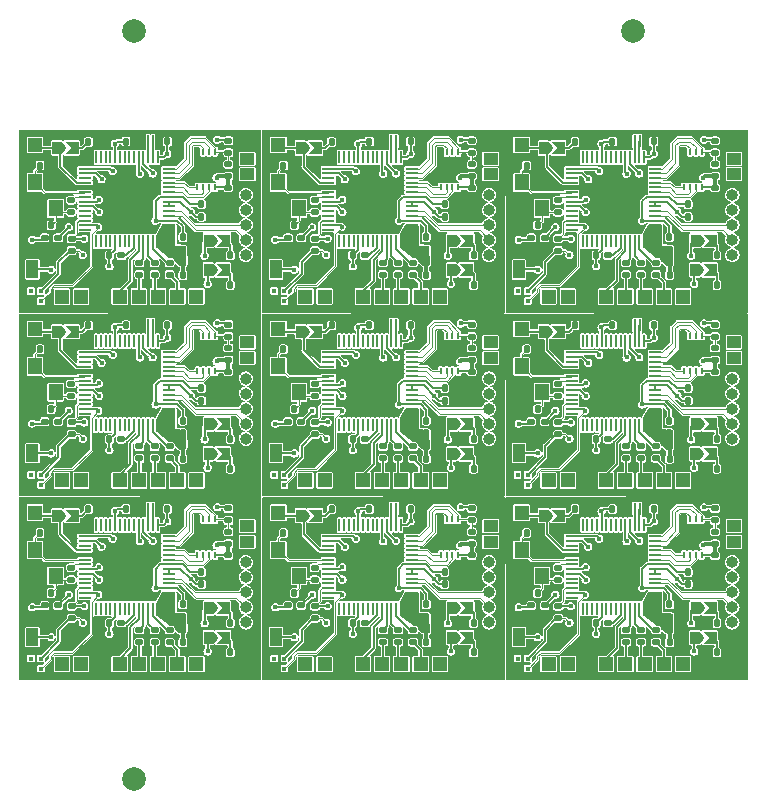
<source format=gtl>
G04 #@! TF.GenerationSoftware,KiCad,Pcbnew,7.0.2-6a45011f42~172~ubuntu22.04.1*
G04 #@! TF.CreationDate,2023-07-04T14:06:36+08:00*
G04 #@! TF.ProjectId,panel_3_3,70616e65-6c5f-4335-9f33-2e6b69636164,rev?*
G04 #@! TF.SameCoordinates,Original*
G04 #@! TF.FileFunction,Copper,L1,Top*
G04 #@! TF.FilePolarity,Positive*
%FSLAX46Y46*%
G04 Gerber Fmt 4.6, Leading zero omitted, Abs format (unit mm)*
G04 Created by KiCad (PCBNEW 7.0.2-6a45011f42~172~ubuntu22.04.1) date 2023-07-04 14:06:36*
%MOMM*%
%LPD*%
G01*
G04 APERTURE LIST*
G04 Aperture macros list*
%AMRoundRect*
0 Rectangle with rounded corners*
0 $1 Rounding radius*
0 $2 $3 $4 $5 $6 $7 $8 $9 X,Y pos of 4 corners*
0 Add a 4 corners polygon primitive as box body*
4,1,4,$2,$3,$4,$5,$6,$7,$8,$9,$2,$3,0*
0 Add four circle primitives for the rounded corners*
1,1,$1+$1,$2,$3*
1,1,$1+$1,$4,$5*
1,1,$1+$1,$6,$7*
1,1,$1+$1,$8,$9*
0 Add four rect primitives between the rounded corners*
20,1,$1+$1,$2,$3,$4,$5,0*
20,1,$1+$1,$4,$5,$6,$7,0*
20,1,$1+$1,$6,$7,$8,$9,0*
20,1,$1+$1,$8,$9,$2,$3,0*%
%AMFreePoly0*
4,1,6,1.000000,0.000000,0.500000,-0.550000,-0.250000,-0.550000,-0.250000,0.550000,0.500000,0.550000,1.000000,0.000000,1.000000,0.000000,$1*%
%AMFreePoly1*
4,1,6,0.500000,-0.550000,-0.650000,-0.550000,-0.150000,0.000000,-0.650000,0.550000,0.500000,0.550000,0.500000,-0.550000,0.500000,-0.550000,$1*%
G04 Aperture macros list end*
G04 #@! TA.AperFunction,ComponentPad*
%ADD10R,1.200000X1.200000*%
G04 #@! TD*
G04 #@! TA.AperFunction,SMDPad,CuDef*
%ADD11R,0.200000X1.100000*%
G04 #@! TD*
G04 #@! TA.AperFunction,SMDPad,CuDef*
%ADD12R,1.100000X0.200000*%
G04 #@! TD*
G04 #@! TA.AperFunction,SMDPad,CuDef*
%ADD13R,3.100000X3.100000*%
G04 #@! TD*
G04 #@! TA.AperFunction,SMDPad,CuDef*
%ADD14RoundRect,0.135000X-0.185000X0.135000X-0.185000X-0.135000X0.185000X-0.135000X0.185000X0.135000X0*%
G04 #@! TD*
G04 #@! TA.AperFunction,SMDPad,CuDef*
%ADD15R,1.000000X1.524000*%
G04 #@! TD*
G04 #@! TA.AperFunction,SMDPad,CuDef*
%ADD16RoundRect,0.135000X0.135000X0.185000X-0.135000X0.185000X-0.135000X-0.185000X0.135000X-0.185000X0*%
G04 #@! TD*
G04 #@! TA.AperFunction,ComponentPad*
%ADD17O,1.000000X1.000000*%
G04 #@! TD*
G04 #@! TA.AperFunction,ComponentPad*
%ADD18R,1.200000X1.000000*%
G04 #@! TD*
G04 #@! TA.AperFunction,SMDPad,CuDef*
%ADD19RoundRect,0.140000X-0.140000X-0.170000X0.140000X-0.170000X0.140000X0.170000X-0.140000X0.170000X0*%
G04 #@! TD*
G04 #@! TA.AperFunction,SMDPad,CuDef*
%ADD20FreePoly0,0.000000*%
G04 #@! TD*
G04 #@! TA.AperFunction,SMDPad,CuDef*
%ADD21FreePoly1,0.000000*%
G04 #@! TD*
G04 #@! TA.AperFunction,SMDPad,CuDef*
%ADD22RoundRect,0.135000X0.185000X-0.135000X0.185000X0.135000X-0.185000X0.135000X-0.185000X-0.135000X0*%
G04 #@! TD*
G04 #@! TA.AperFunction,SMDPad,CuDef*
%ADD23RoundRect,0.135000X-0.135000X-0.185000X0.135000X-0.185000X0.135000X0.185000X-0.135000X0.185000X0*%
G04 #@! TD*
G04 #@! TA.AperFunction,TestPad*
%ADD24R,0.200000X1.000000*%
G04 #@! TD*
G04 #@! TA.AperFunction,SMDPad,CuDef*
%ADD25R,1.200000X1.400000*%
G04 #@! TD*
G04 #@! TA.AperFunction,SMDPad,CuDef*
%ADD26R,0.280000X0.600000*%
G04 #@! TD*
G04 #@! TA.AperFunction,SMDPad,CuDef*
%ADD27R,1.700000X0.300000*%
G04 #@! TD*
G04 #@! TA.AperFunction,SMDPad,CuDef*
%ADD28R,0.450000X0.450000*%
G04 #@! TD*
G04 #@! TA.AperFunction,SMDPad,CuDef*
%ADD29RoundRect,0.140000X-0.170000X0.140000X-0.170000X-0.140000X0.170000X-0.140000X0.170000X0.140000X0*%
G04 #@! TD*
G04 #@! TA.AperFunction,SMDPad,CuDef*
%ADD30C,2.000000*%
G04 #@! TD*
G04 #@! TA.AperFunction,SMDPad,CuDef*
%ADD31RoundRect,0.140000X0.140000X0.170000X-0.140000X0.170000X-0.140000X-0.170000X0.140000X-0.170000X0*%
G04 #@! TD*
G04 #@! TA.AperFunction,ViaPad*
%ADD32C,0.450000*%
G04 #@! TD*
G04 #@! TA.AperFunction,Conductor*
%ADD33C,0.200000*%
G04 #@! TD*
G04 #@! TA.AperFunction,Conductor*
%ADD34C,0.100000*%
G04 #@! TD*
G04 #@! TA.AperFunction,Conductor*
%ADD35C,0.357600*%
G04 #@! TD*
G04 APERTURE END LIST*
D10*
G04 #@! TO.P,J2,1,Pin_1*
G04 #@! TO.N,Board_8-NS_RST*
X54970000Y-56930000D03*
G04 #@! TD*
D11*
G04 #@! TO.P,U1,1,IOVDD*
G04 #@! TO.N,Board_4-+3V3*
X37585000Y-29585000D03*
G04 #@! TO.P,U1,2,GPIO0*
G04 #@! TO.N,Board_4-FLY_IO0*
X37185000Y-29585000D03*
G04 #@! TO.P,U1,3,GPIO1*
G04 #@! TO.N,Board_4-FLY_IO1*
X36785000Y-29585000D03*
G04 #@! TO.P,U1,4,GPIO2*
G04 #@! TO.N,Board_4-SW_CPU_LOWV*
X36385000Y-29585000D03*
G04 #@! TO.P,U1,5,GPIO3*
G04 #@! TO.N,Board_4-SW_I2C_LEDS*
X35985000Y-29585000D03*
G04 #@! TO.P,U1,6,GPIO4*
G04 #@! TO.N,Board_4-unconnected-(U1-GPIO4-Pad6)*
X35585000Y-29585000D03*
G04 #@! TO.P,U1,7,GPIO5*
G04 #@! TO.N,Board_4-unconnected-(U1-GPIO5-Pad7)*
X35185000Y-29585000D03*
G04 #@! TO.P,U1,8,GPIO6*
G04 #@! TO.N,Board_4-unconnected-(U1-GPIO6-Pad8)*
X34785000Y-29585000D03*
G04 #@! TO.P,U1,9,GPIO7*
G04 #@! TO.N,Board_4-unconnected-(U1-GPIO7-Pad9)*
X34385000Y-29585000D03*
G04 #@! TO.P,U1,10,IOVDD*
G04 #@! TO.N,Board_4-+3V3*
X33985000Y-29585000D03*
G04 #@! TO.P,U1,11,GPIO8*
G04 #@! TO.N,Board_4-unconnected-(U1-GPIO8-Pad11)*
X33585000Y-29585000D03*
G04 #@! TO.P,U1,12,GPIO9*
G04 #@! TO.N,Board_4-unconnected-(U1-GPIO9-Pad12)*
X33185000Y-29585000D03*
G04 #@! TO.P,U1,13,GPIO10*
G04 #@! TO.N,Board_4-unconnected-(U1-GPIO10-Pad13)*
X32785000Y-29585000D03*
G04 #@! TO.P,U1,14,GPIO11*
G04 #@! TO.N,Board_4-unconnected-(U1-GPIO11-Pad14)*
X32385000Y-29585000D03*
D12*
G04 #@! TO.P,U1,15,GPIO12*
G04 #@! TO.N,Board_4-NS_SDA*
X31435000Y-30535000D03*
G04 #@! TO.P,U1,16,GPIO13*
G04 #@! TO.N,Board_4-NS_SCL*
X31435000Y-30935000D03*
G04 #@! TO.P,U1,17,GPIO14*
G04 #@! TO.N,Board_4-unconnected-(U1-GPIO14-Pad17)*
X31435000Y-31335000D03*
G04 #@! TO.P,U1,18,GPIO15*
G04 #@! TO.N,Board_4-NS_CPU*
X31435000Y-31735000D03*
G04 #@! TO.P,U1,19,TESTEN*
G04 #@! TO.N,Board_4-GND*
X31435000Y-32135000D03*
G04 #@! TO.P,U1,20,XIN*
G04 #@! TO.N,Board_4-XIN*
X31435000Y-32535000D03*
G04 #@! TO.P,U1,21,XOUT*
G04 #@! TO.N,Board_4-XOUT*
X31435000Y-32935000D03*
G04 #@! TO.P,U1,22,IOVDD*
G04 #@! TO.N,Board_4-+3V3*
X31435000Y-33335000D03*
G04 #@! TO.P,U1,23,DVDD*
G04 #@! TO.N,Board_4-+1V1*
X31435000Y-33735000D03*
G04 #@! TO.P,U1,24,SWCLK*
G04 #@! TO.N,Board_4-DBG_CLK*
X31435000Y-34135000D03*
G04 #@! TO.P,U1,25,SWD*
G04 #@! TO.N,Board_4-DBG_DAT*
X31435000Y-34535000D03*
G04 #@! TO.P,U1,26,RUN*
G04 #@! TO.N,Board_4-RST*
X31435000Y-34935000D03*
G04 #@! TO.P,U1,27,GPIO16*
G04 #@! TO.N,Board_4-LED_DATA*
X31435000Y-35335000D03*
G04 #@! TO.P,U1,28,GPIO17*
G04 #@! TO.N,Board_4-unconnected-(U1-GPIO17-Pad28)*
X31435000Y-35735000D03*
D11*
G04 #@! TO.P,U1,29,GPIO18*
G04 #@! TO.N,Board_4-unconnected-(U1-GPIO18-Pad29)*
X32385000Y-36685000D03*
G04 #@! TO.P,U1,30,GPIO19*
G04 #@! TO.N,Board_4-unconnected-(U1-GPIO19-Pad30)*
X32785000Y-36685000D03*
G04 #@! TO.P,U1,31,GPIO20*
G04 #@! TO.N,Board_4-unconnected-(U1-GPIO20-Pad31)*
X33185000Y-36685000D03*
G04 #@! TO.P,U1,32,GPIO21*
G04 #@! TO.N,Board_4-unconnected-(U1-GPIO21-Pad32)*
X33585000Y-36685000D03*
G04 #@! TO.P,U1,33,IOVDD*
G04 #@! TO.N,Board_4-+3V3*
X33985000Y-36685000D03*
G04 #@! TO.P,U1,34,GPIO22*
G04 #@! TO.N,Board_4-unconnected-(U1-GPIO22-Pad34)*
X34385000Y-36685000D03*
G04 #@! TO.P,U1,35,GPIO23*
G04 #@! TO.N,Board_4-unconnected-(U1-GPIO23-Pad35)*
X34785000Y-36685000D03*
G04 #@! TO.P,U1,36,GPIO24*
G04 #@! TO.N,Board_4-unconnected-(U1-GPIO24-Pad36)*
X35185000Y-36685000D03*
G04 #@! TO.P,U1,37,GPIO25*
G04 #@! TO.N,Board_4-BOARD_DET*
X35585000Y-36685000D03*
G04 #@! TO.P,U1,38,GPIO26_ADC0*
G04 #@! TO.N,Board_4-NS_RST*
X35985000Y-36685000D03*
G04 #@! TO.P,U1,39,GPIO27_ADC1*
G04 #@! TO.N,Board_4-Net-(U1-GPIO27_ADC1)*
X36385000Y-36685000D03*
G04 #@! TO.P,U1,40,GPIO28_ADC2*
G04 #@! TO.N,Board_4-Net-(U1-GPIO28_ADC2)*
X36785000Y-36685000D03*
G04 #@! TO.P,U1,41,GPIO29_ADC3*
G04 #@! TO.N,Board_4-Net-(U1-GPIO29_ADC3)*
X37185000Y-36685000D03*
G04 #@! TO.P,U1,42,IOVDD*
G04 #@! TO.N,Board_4-+3V3*
X37585000Y-36685000D03*
D12*
G04 #@! TO.P,U1,43,ADC_AVDD*
X38535000Y-35735000D03*
G04 #@! TO.P,U1,44,VREG_IN*
X38535000Y-35335000D03*
G04 #@! TO.P,U1,45,VREG_VOUT*
G04 #@! TO.N,Board_4-+1V1*
X38535000Y-34935000D03*
G04 #@! TO.P,U1,46,USB_DM*
G04 #@! TO.N,Board_4-D-*
X38535000Y-34535000D03*
G04 #@! TO.P,U1,47,USB_DP*
G04 #@! TO.N,Board_4-D+*
X38535000Y-34135000D03*
G04 #@! TO.P,U1,48,USB_VDD*
G04 #@! TO.N,Board_4-+3V3*
X38535000Y-33735000D03*
G04 #@! TO.P,U1,49,IOVDD*
X38535000Y-33335000D03*
G04 #@! TO.P,U1,50,DVDD*
G04 #@! TO.N,Board_4-+1V1*
X38535000Y-32935000D03*
G04 #@! TO.P,U1,51,QSPI_SD3*
G04 #@! TO.N,Board_4-QSPI_SD3*
X38535000Y-32535000D03*
G04 #@! TO.P,U1,52,QSPI_SCLK*
G04 #@! TO.N,Board_4-QSPI_SCK*
X38535000Y-32135000D03*
G04 #@! TO.P,U1,53,QSPI_SD0*
G04 #@! TO.N,Board_4-QSPI_SD0*
X38535000Y-31735000D03*
G04 #@! TO.P,U1,54,QSPI_SD2*
G04 #@! TO.N,Board_4-QSPI_SD2*
X38535000Y-31335000D03*
G04 #@! TO.P,U1,55,QSPI_SD1*
G04 #@! TO.N,Board_4-QSPI_SD1*
X38535000Y-30935000D03*
G04 #@! TO.P,U1,56,QSPI_SS*
G04 #@! TO.N,Board_4-QSPI_CS*
X38535000Y-30535000D03*
D13*
G04 #@! TO.P,U1,57,GND*
G04 #@! TO.N,Board_4-GND*
X34985000Y-33135000D03*
G04 #@! TD*
D14*
G04 #@! TO.P,R11,1*
G04 #@! TO.N,Board_6-Net-(U1-GPIO29_ADC3)*
X18010000Y-54050000D03*
G04 #@! TO.P,R11,2*
G04 #@! TO.N,Board_6-NS_D0*
X18010000Y-55070000D03*
G04 #@! TD*
D10*
G04 #@! TO.P,J4,1,Pin_1*
G04 #@! TO.N,Board_6-NS_CMD*
X17025000Y-56930000D03*
G04 #@! TD*
D15*
G04 #@! TO.P,SW1,1,1*
G04 #@! TO.N,Board_4-BOOT*
X26990000Y-39080000D03*
G04 #@! TO.P,SW1,2,2*
G04 #@! TO.N,Board_4-GND*
X30190000Y-39080000D03*
G04 #@! TD*
D16*
G04 #@! TO.P,R7,1*
G04 #@! TO.N,Board_1-Net-(JP3-B)*
X43740000Y-24820000D03*
G04 #@! TO.P,R7,2*
G04 #@! TO.N,Board_1-GND*
X42720000Y-24820000D03*
G04 #@! TD*
D17*
G04 #@! TO.P,J8,1,Pin_1*
G04 #@! TO.N,Board_6-RST*
X24450000Y-48320000D03*
G04 #@! TO.P,J8,2,Pin_2*
G04 #@! TO.N,Board_6-BOOT*
X24450000Y-49590000D03*
G04 #@! TO.P,J8,3,Pin_3*
G04 #@! TO.N,Board_6-D+*
X24450000Y-50860000D03*
G04 #@! TO.P,J8,4,Pin_4*
G04 #@! TO.N,Board_6-D-*
X24450000Y-52130000D03*
G04 #@! TO.P,J8,5,Pin_5*
G04 #@! TO.N,Board_6-+3V3*
X24450000Y-53400000D03*
G04 #@! TO.P,J8,6,Pin_6*
G04 #@! TO.N,Board_6-GND*
X24450000Y-54670000D03*
G04 #@! TD*
D10*
G04 #@! TO.P,J1,1,Pin_1*
G04 #@! TO.N,Board_2-NS_CPU*
X47810000Y-12980000D03*
G04 #@! TD*
D18*
G04 #@! TO.P,J13,1,Pin_1*
G04 #@! TO.N,Board_4-LED_DATA*
X45180000Y-29695000D03*
G04 #@! TD*
D11*
G04 #@! TO.P,U1,1,IOVDD*
G04 #@! TO.N,Board_0-+3V3*
X16985000Y-14025000D03*
G04 #@! TO.P,U1,2,GPIO0*
G04 #@! TO.N,Board_0-FLY_IO0*
X16585000Y-14025000D03*
G04 #@! TO.P,U1,3,GPIO1*
G04 #@! TO.N,Board_0-FLY_IO1*
X16185000Y-14025000D03*
G04 #@! TO.P,U1,4,GPIO2*
G04 #@! TO.N,Board_0-SW_CPU_LOWV*
X15785000Y-14025000D03*
G04 #@! TO.P,U1,5,GPIO3*
G04 #@! TO.N,Board_0-SW_I2C_LEDS*
X15385000Y-14025000D03*
G04 #@! TO.P,U1,6,GPIO4*
G04 #@! TO.N,Board_0-unconnected-(U1-GPIO4-Pad6)*
X14985000Y-14025000D03*
G04 #@! TO.P,U1,7,GPIO5*
G04 #@! TO.N,Board_0-unconnected-(U1-GPIO5-Pad7)*
X14585000Y-14025000D03*
G04 #@! TO.P,U1,8,GPIO6*
G04 #@! TO.N,Board_0-unconnected-(U1-GPIO6-Pad8)*
X14185000Y-14025000D03*
G04 #@! TO.P,U1,9,GPIO7*
G04 #@! TO.N,Board_0-unconnected-(U1-GPIO7-Pad9)*
X13785000Y-14025000D03*
G04 #@! TO.P,U1,10,IOVDD*
G04 #@! TO.N,Board_0-+3V3*
X13385000Y-14025000D03*
G04 #@! TO.P,U1,11,GPIO8*
G04 #@! TO.N,Board_0-unconnected-(U1-GPIO8-Pad11)*
X12985000Y-14025000D03*
G04 #@! TO.P,U1,12,GPIO9*
G04 #@! TO.N,Board_0-unconnected-(U1-GPIO9-Pad12)*
X12585000Y-14025000D03*
G04 #@! TO.P,U1,13,GPIO10*
G04 #@! TO.N,Board_0-unconnected-(U1-GPIO10-Pad13)*
X12185000Y-14025000D03*
G04 #@! TO.P,U1,14,GPIO11*
G04 #@! TO.N,Board_0-unconnected-(U1-GPIO11-Pad14)*
X11785000Y-14025000D03*
D12*
G04 #@! TO.P,U1,15,GPIO12*
G04 #@! TO.N,Board_0-NS_SDA*
X10835000Y-14975000D03*
G04 #@! TO.P,U1,16,GPIO13*
G04 #@! TO.N,Board_0-NS_SCL*
X10835000Y-15375000D03*
G04 #@! TO.P,U1,17,GPIO14*
G04 #@! TO.N,Board_0-unconnected-(U1-GPIO14-Pad17)*
X10835000Y-15775000D03*
G04 #@! TO.P,U1,18,GPIO15*
G04 #@! TO.N,Board_0-NS_CPU*
X10835000Y-16175000D03*
G04 #@! TO.P,U1,19,TESTEN*
G04 #@! TO.N,Board_0-GND*
X10835000Y-16575000D03*
G04 #@! TO.P,U1,20,XIN*
G04 #@! TO.N,Board_0-XIN*
X10835000Y-16975000D03*
G04 #@! TO.P,U1,21,XOUT*
G04 #@! TO.N,Board_0-XOUT*
X10835000Y-17375000D03*
G04 #@! TO.P,U1,22,IOVDD*
G04 #@! TO.N,Board_0-+3V3*
X10835000Y-17775000D03*
G04 #@! TO.P,U1,23,DVDD*
G04 #@! TO.N,Board_0-+1V1*
X10835000Y-18175000D03*
G04 #@! TO.P,U1,24,SWCLK*
G04 #@! TO.N,Board_0-DBG_CLK*
X10835000Y-18575000D03*
G04 #@! TO.P,U1,25,SWD*
G04 #@! TO.N,Board_0-DBG_DAT*
X10835000Y-18975000D03*
G04 #@! TO.P,U1,26,RUN*
G04 #@! TO.N,Board_0-RST*
X10835000Y-19375000D03*
G04 #@! TO.P,U1,27,GPIO16*
G04 #@! TO.N,Board_0-LED_DATA*
X10835000Y-19775000D03*
G04 #@! TO.P,U1,28,GPIO17*
G04 #@! TO.N,Board_0-unconnected-(U1-GPIO17-Pad28)*
X10835000Y-20175000D03*
D11*
G04 #@! TO.P,U1,29,GPIO18*
G04 #@! TO.N,Board_0-unconnected-(U1-GPIO18-Pad29)*
X11785000Y-21125000D03*
G04 #@! TO.P,U1,30,GPIO19*
G04 #@! TO.N,Board_0-unconnected-(U1-GPIO19-Pad30)*
X12185000Y-21125000D03*
G04 #@! TO.P,U1,31,GPIO20*
G04 #@! TO.N,Board_0-unconnected-(U1-GPIO20-Pad31)*
X12585000Y-21125000D03*
G04 #@! TO.P,U1,32,GPIO21*
G04 #@! TO.N,Board_0-unconnected-(U1-GPIO21-Pad32)*
X12985000Y-21125000D03*
G04 #@! TO.P,U1,33,IOVDD*
G04 #@! TO.N,Board_0-+3V3*
X13385000Y-21125000D03*
G04 #@! TO.P,U1,34,GPIO22*
G04 #@! TO.N,Board_0-unconnected-(U1-GPIO22-Pad34)*
X13785000Y-21125000D03*
G04 #@! TO.P,U1,35,GPIO23*
G04 #@! TO.N,Board_0-unconnected-(U1-GPIO23-Pad35)*
X14185000Y-21125000D03*
G04 #@! TO.P,U1,36,GPIO24*
G04 #@! TO.N,Board_0-unconnected-(U1-GPIO24-Pad36)*
X14585000Y-21125000D03*
G04 #@! TO.P,U1,37,GPIO25*
G04 #@! TO.N,Board_0-BOARD_DET*
X14985000Y-21125000D03*
G04 #@! TO.P,U1,38,GPIO26_ADC0*
G04 #@! TO.N,Board_0-NS_RST*
X15385000Y-21125000D03*
G04 #@! TO.P,U1,39,GPIO27_ADC1*
G04 #@! TO.N,Board_0-Net-(U1-GPIO27_ADC1)*
X15785000Y-21125000D03*
G04 #@! TO.P,U1,40,GPIO28_ADC2*
G04 #@! TO.N,Board_0-Net-(U1-GPIO28_ADC2)*
X16185000Y-21125000D03*
G04 #@! TO.P,U1,41,GPIO29_ADC3*
G04 #@! TO.N,Board_0-Net-(U1-GPIO29_ADC3)*
X16585000Y-21125000D03*
G04 #@! TO.P,U1,42,IOVDD*
G04 #@! TO.N,Board_0-+3V3*
X16985000Y-21125000D03*
D12*
G04 #@! TO.P,U1,43,ADC_AVDD*
X17935000Y-20175000D03*
G04 #@! TO.P,U1,44,VREG_IN*
X17935000Y-19775000D03*
G04 #@! TO.P,U1,45,VREG_VOUT*
G04 #@! TO.N,Board_0-+1V1*
X17935000Y-19375000D03*
G04 #@! TO.P,U1,46,USB_DM*
G04 #@! TO.N,Board_0-D-*
X17935000Y-18975000D03*
G04 #@! TO.P,U1,47,USB_DP*
G04 #@! TO.N,Board_0-D+*
X17935000Y-18575000D03*
G04 #@! TO.P,U1,48,USB_VDD*
G04 #@! TO.N,Board_0-+3V3*
X17935000Y-18175000D03*
G04 #@! TO.P,U1,49,IOVDD*
X17935000Y-17775000D03*
G04 #@! TO.P,U1,50,DVDD*
G04 #@! TO.N,Board_0-+1V1*
X17935000Y-17375000D03*
G04 #@! TO.P,U1,51,QSPI_SD3*
G04 #@! TO.N,Board_0-QSPI_SD3*
X17935000Y-16975000D03*
G04 #@! TO.P,U1,52,QSPI_SCLK*
G04 #@! TO.N,Board_0-QSPI_SCK*
X17935000Y-16575000D03*
G04 #@! TO.P,U1,53,QSPI_SD0*
G04 #@! TO.N,Board_0-QSPI_SD0*
X17935000Y-16175000D03*
G04 #@! TO.P,U1,54,QSPI_SD2*
G04 #@! TO.N,Board_0-QSPI_SD2*
X17935000Y-15775000D03*
G04 #@! TO.P,U1,55,QSPI_SD1*
G04 #@! TO.N,Board_0-QSPI_SD1*
X17935000Y-15375000D03*
G04 #@! TO.P,U1,56,QSPI_SS*
G04 #@! TO.N,Board_0-QSPI_CS*
X17935000Y-14975000D03*
D13*
G04 #@! TO.P,U1,57,GND*
G04 #@! TO.N,Board_0-GND*
X14385000Y-17575000D03*
G04 #@! TD*
D19*
G04 #@! TO.P,C8,1*
G04 #@! TO.N,Board_6-+3V3*
X19130000Y-55100000D03*
G04 #@! TO.P,C8,2*
G04 #@! TO.N,Board_6-GND*
X20090000Y-55100000D03*
G04 #@! TD*
G04 #@! TO.P,C12,1*
G04 #@! TO.N,Board_1-+3V3*
X34900000Y-12685000D03*
G04 #@! TO.P,C12,2*
G04 #@! TO.N,Board_1-GND*
X35860000Y-12685000D03*
G04 #@! TD*
D18*
G04 #@! TO.P,J12,1,Pin_1*
G04 #@! TO.N,Board_4-GND*
X45180000Y-28370000D03*
G04 #@! TD*
D20*
G04 #@! TO.P,JP2,1,A*
G04 #@! TO.N,Board_7-SW_CPU_LOWV*
X41770000Y-52190000D03*
D21*
G04 #@! TO.P,JP2,2,B*
G04 #@! TO.N,Board_7-Net-(JP2-B)*
X43220000Y-52190000D03*
G04 #@! TD*
D10*
G04 #@! TO.P,J4,1,Pin_1*
G04 #@! TO.N,Board_8-NS_CMD*
X58225000Y-56930000D03*
G04 #@! TD*
D22*
G04 #@! TO.P,R2,1*
G04 #@! TO.N,Board_1-+3V3*
X30310000Y-21930000D03*
G04 #@! TO.P,R2,2*
G04 #@! TO.N,Board_1-RST*
X30310000Y-20910000D03*
G04 #@! TD*
D19*
G04 #@! TO.P,C9,1*
G04 #@! TO.N,Board_4-+3V3*
X39725000Y-38455000D03*
G04 #@! TO.P,C9,2*
G04 #@! TO.N,Board_4-GND*
X40685000Y-38455000D03*
G04 #@! TD*
D23*
G04 #@! TO.P,R12,1*
G04 #@! TO.N,Board_1-Net-(JP1-B)*
X31720000Y-12700000D03*
G04 #@! TO.P,R12,2*
G04 #@! TO.N,Board_1-GND*
X32740000Y-12700000D03*
G04 #@! TD*
D20*
G04 #@! TO.P,JP3,1,A*
G04 #@! TO.N,Board_4-SW_I2C_LEDS*
X41750000Y-39130000D03*
D21*
G04 #@! TO.P,JP3,2,B*
G04 #@! TO.N,Board_4-Net-(JP3-B)*
X43200000Y-39130000D03*
G04 #@! TD*
D24*
G04 #@! TO.P,J14,1,Pin_1*
G04 #@! TO.N,Board_0-FLY_IO0*
X16590000Y-12660000D03*
G04 #@! TD*
D14*
G04 #@! TO.P,R10,1*
G04 #@! TO.N,Board_7-Net-(U1-GPIO28_ADC2)*
X37330000Y-54050000D03*
G04 #@! TO.P,R10,2*
G04 #@! TO.N,Board_7-NS_CMD*
X37330000Y-55070000D03*
G04 #@! TD*
D19*
G04 #@! TO.P,C12,1*
G04 #@! TO.N,Board_0-+3V3*
X14300000Y-12685000D03*
G04 #@! TO.P,C12,2*
G04 #@! TO.N,Board_0-GND*
X15260000Y-12685000D03*
G04 #@! TD*
D18*
G04 #@! TO.P,J12,1,Pin_1*
G04 #@! TO.N,Board_3-GND*
X24580000Y-28370000D03*
G04 #@! TD*
D20*
G04 #@! TO.P,JP3,1,A*
G04 #@! TO.N,Board_1-SW_I2C_LEDS*
X41750000Y-23570000D03*
D21*
G04 #@! TO.P,JP3,2,B*
G04 #@! TO.N,Board_1-Net-(JP3-B)*
X43200000Y-23570000D03*
G04 #@! TD*
D11*
G04 #@! TO.P,U1,1,IOVDD*
G04 #@! TO.N,Board_5-+3V3*
X58185000Y-29585000D03*
G04 #@! TO.P,U1,2,GPIO0*
G04 #@! TO.N,Board_5-FLY_IO0*
X57785000Y-29585000D03*
G04 #@! TO.P,U1,3,GPIO1*
G04 #@! TO.N,Board_5-FLY_IO1*
X57385000Y-29585000D03*
G04 #@! TO.P,U1,4,GPIO2*
G04 #@! TO.N,Board_5-SW_CPU_LOWV*
X56985000Y-29585000D03*
G04 #@! TO.P,U1,5,GPIO3*
G04 #@! TO.N,Board_5-SW_I2C_LEDS*
X56585000Y-29585000D03*
G04 #@! TO.P,U1,6,GPIO4*
G04 #@! TO.N,Board_5-unconnected-(U1-GPIO4-Pad6)*
X56185000Y-29585000D03*
G04 #@! TO.P,U1,7,GPIO5*
G04 #@! TO.N,Board_5-unconnected-(U1-GPIO5-Pad7)*
X55785000Y-29585000D03*
G04 #@! TO.P,U1,8,GPIO6*
G04 #@! TO.N,Board_5-unconnected-(U1-GPIO6-Pad8)*
X55385000Y-29585000D03*
G04 #@! TO.P,U1,9,GPIO7*
G04 #@! TO.N,Board_5-unconnected-(U1-GPIO7-Pad9)*
X54985000Y-29585000D03*
G04 #@! TO.P,U1,10,IOVDD*
G04 #@! TO.N,Board_5-+3V3*
X54585000Y-29585000D03*
G04 #@! TO.P,U1,11,GPIO8*
G04 #@! TO.N,Board_5-unconnected-(U1-GPIO8-Pad11)*
X54185000Y-29585000D03*
G04 #@! TO.P,U1,12,GPIO9*
G04 #@! TO.N,Board_5-unconnected-(U1-GPIO9-Pad12)*
X53785000Y-29585000D03*
G04 #@! TO.P,U1,13,GPIO10*
G04 #@! TO.N,Board_5-unconnected-(U1-GPIO10-Pad13)*
X53385000Y-29585000D03*
G04 #@! TO.P,U1,14,GPIO11*
G04 #@! TO.N,Board_5-unconnected-(U1-GPIO11-Pad14)*
X52985000Y-29585000D03*
D12*
G04 #@! TO.P,U1,15,GPIO12*
G04 #@! TO.N,Board_5-NS_SDA*
X52035000Y-30535000D03*
G04 #@! TO.P,U1,16,GPIO13*
G04 #@! TO.N,Board_5-NS_SCL*
X52035000Y-30935000D03*
G04 #@! TO.P,U1,17,GPIO14*
G04 #@! TO.N,Board_5-unconnected-(U1-GPIO14-Pad17)*
X52035000Y-31335000D03*
G04 #@! TO.P,U1,18,GPIO15*
G04 #@! TO.N,Board_5-NS_CPU*
X52035000Y-31735000D03*
G04 #@! TO.P,U1,19,TESTEN*
G04 #@! TO.N,Board_5-GND*
X52035000Y-32135000D03*
G04 #@! TO.P,U1,20,XIN*
G04 #@! TO.N,Board_5-XIN*
X52035000Y-32535000D03*
G04 #@! TO.P,U1,21,XOUT*
G04 #@! TO.N,Board_5-XOUT*
X52035000Y-32935000D03*
G04 #@! TO.P,U1,22,IOVDD*
G04 #@! TO.N,Board_5-+3V3*
X52035000Y-33335000D03*
G04 #@! TO.P,U1,23,DVDD*
G04 #@! TO.N,Board_5-+1V1*
X52035000Y-33735000D03*
G04 #@! TO.P,U1,24,SWCLK*
G04 #@! TO.N,Board_5-DBG_CLK*
X52035000Y-34135000D03*
G04 #@! TO.P,U1,25,SWD*
G04 #@! TO.N,Board_5-DBG_DAT*
X52035000Y-34535000D03*
G04 #@! TO.P,U1,26,RUN*
G04 #@! TO.N,Board_5-RST*
X52035000Y-34935000D03*
G04 #@! TO.P,U1,27,GPIO16*
G04 #@! TO.N,Board_5-LED_DATA*
X52035000Y-35335000D03*
G04 #@! TO.P,U1,28,GPIO17*
G04 #@! TO.N,Board_5-unconnected-(U1-GPIO17-Pad28)*
X52035000Y-35735000D03*
D11*
G04 #@! TO.P,U1,29,GPIO18*
G04 #@! TO.N,Board_5-unconnected-(U1-GPIO18-Pad29)*
X52985000Y-36685000D03*
G04 #@! TO.P,U1,30,GPIO19*
G04 #@! TO.N,Board_5-unconnected-(U1-GPIO19-Pad30)*
X53385000Y-36685000D03*
G04 #@! TO.P,U1,31,GPIO20*
G04 #@! TO.N,Board_5-unconnected-(U1-GPIO20-Pad31)*
X53785000Y-36685000D03*
G04 #@! TO.P,U1,32,GPIO21*
G04 #@! TO.N,Board_5-unconnected-(U1-GPIO21-Pad32)*
X54185000Y-36685000D03*
G04 #@! TO.P,U1,33,IOVDD*
G04 #@! TO.N,Board_5-+3V3*
X54585000Y-36685000D03*
G04 #@! TO.P,U1,34,GPIO22*
G04 #@! TO.N,Board_5-unconnected-(U1-GPIO22-Pad34)*
X54985000Y-36685000D03*
G04 #@! TO.P,U1,35,GPIO23*
G04 #@! TO.N,Board_5-unconnected-(U1-GPIO23-Pad35)*
X55385000Y-36685000D03*
G04 #@! TO.P,U1,36,GPIO24*
G04 #@! TO.N,Board_5-unconnected-(U1-GPIO24-Pad36)*
X55785000Y-36685000D03*
G04 #@! TO.P,U1,37,GPIO25*
G04 #@! TO.N,Board_5-BOARD_DET*
X56185000Y-36685000D03*
G04 #@! TO.P,U1,38,GPIO26_ADC0*
G04 #@! TO.N,Board_5-NS_RST*
X56585000Y-36685000D03*
G04 #@! TO.P,U1,39,GPIO27_ADC1*
G04 #@! TO.N,Board_5-Net-(U1-GPIO27_ADC1)*
X56985000Y-36685000D03*
G04 #@! TO.P,U1,40,GPIO28_ADC2*
G04 #@! TO.N,Board_5-Net-(U1-GPIO28_ADC2)*
X57385000Y-36685000D03*
G04 #@! TO.P,U1,41,GPIO29_ADC3*
G04 #@! TO.N,Board_5-Net-(U1-GPIO29_ADC3)*
X57785000Y-36685000D03*
G04 #@! TO.P,U1,42,IOVDD*
G04 #@! TO.N,Board_5-+3V3*
X58185000Y-36685000D03*
D12*
G04 #@! TO.P,U1,43,ADC_AVDD*
X59135000Y-35735000D03*
G04 #@! TO.P,U1,44,VREG_IN*
X59135000Y-35335000D03*
G04 #@! TO.P,U1,45,VREG_VOUT*
G04 #@! TO.N,Board_5-+1V1*
X59135000Y-34935000D03*
G04 #@! TO.P,U1,46,USB_DM*
G04 #@! TO.N,Board_5-D-*
X59135000Y-34535000D03*
G04 #@! TO.P,U1,47,USB_DP*
G04 #@! TO.N,Board_5-D+*
X59135000Y-34135000D03*
G04 #@! TO.P,U1,48,USB_VDD*
G04 #@! TO.N,Board_5-+3V3*
X59135000Y-33735000D03*
G04 #@! TO.P,U1,49,IOVDD*
X59135000Y-33335000D03*
G04 #@! TO.P,U1,50,DVDD*
G04 #@! TO.N,Board_5-+1V1*
X59135000Y-32935000D03*
G04 #@! TO.P,U1,51,QSPI_SD3*
G04 #@! TO.N,Board_5-QSPI_SD3*
X59135000Y-32535000D03*
G04 #@! TO.P,U1,52,QSPI_SCLK*
G04 #@! TO.N,Board_5-QSPI_SCK*
X59135000Y-32135000D03*
G04 #@! TO.P,U1,53,QSPI_SD0*
G04 #@! TO.N,Board_5-QSPI_SD0*
X59135000Y-31735000D03*
G04 #@! TO.P,U1,54,QSPI_SD2*
G04 #@! TO.N,Board_5-QSPI_SD2*
X59135000Y-31335000D03*
G04 #@! TO.P,U1,55,QSPI_SD1*
G04 #@! TO.N,Board_5-QSPI_SD1*
X59135000Y-30935000D03*
G04 #@! TO.P,U1,56,QSPI_SS*
G04 #@! TO.N,Board_5-QSPI_CS*
X59135000Y-30535000D03*
D13*
G04 #@! TO.P,U1,57,GND*
G04 #@! TO.N,Board_5-GND*
X55585000Y-33135000D03*
G04 #@! TD*
D16*
G04 #@! TO.P,R7,1*
G04 #@! TO.N,Board_7-Net-(JP3-B)*
X43740000Y-55940000D03*
G04 #@! TO.P,R7,2*
G04 #@! TO.N,Board_7-GND*
X42720000Y-55940000D03*
G04 #@! TD*
D19*
G04 #@! TO.P,C5,1*
G04 #@! TO.N,Board_0-+1V1*
X19125000Y-20760000D03*
G04 #@! TO.P,C5,2*
G04 #@! TO.N,Board_0-GND*
X20085000Y-20760000D03*
G04 #@! TD*
D25*
G04 #@! TO.P,X1,1,OSC1*
G04 #@! TO.N,Board_7-Net-(X1-OSC1)*
X28952000Y-49473000D03*
G04 #@! TO.P,X1,2,2*
G04 #@! TO.N,Board_7-GND*
X28952000Y-47273000D03*
G04 #@! TO.P,X1,3,OSC2*
G04 #@! TO.N,Board_7-XIN*
X27202000Y-47273000D03*
G04 #@! TO.P,X1,4,4*
G04 #@! TO.N,Board_7-GND*
X27202000Y-49473000D03*
G04 #@! TD*
D14*
G04 #@! TO.P,R3,1*
G04 #@! TO.N,Board_6-BOARD_DET*
X13925000Y-53450000D03*
G04 #@! TO.P,R3,2*
G04 #@! TO.N,Board_6-GND*
X13925000Y-54470000D03*
G04 #@! TD*
D10*
G04 #@! TO.P,J3,1,Pin_1*
G04 #@! TO.N,Board_4-NS_CLK*
X35997500Y-41370000D03*
G04 #@! TD*
D22*
G04 #@! TO.P,R2,1*
G04 #@! TO.N,Board_8-+3V3*
X50910000Y-53050000D03*
G04 #@! TO.P,R2,2*
G04 #@! TO.N,Board_8-RST*
X50910000Y-52030000D03*
G04 #@! TD*
D10*
G04 #@! TO.P,J5,1,Pin_1*
G04 #@! TO.N,Board_0-NS_D0*
X18652500Y-25810000D03*
G04 #@! TD*
G04 #@! TO.P,J3,1,Pin_1*
G04 #@! TO.N,Board_8-NS_CLK*
X56597500Y-56930000D03*
G04 #@! TD*
G04 #@! TO.P,J6,1,Pin_1*
G04 #@! TO.N,Board_1-NS_SDA*
X31120000Y-25810000D03*
G04 #@! TD*
D19*
G04 #@! TO.P,C10,1*
G04 #@! TO.N,Board_8-+3V3*
X61900000Y-50180000D03*
G04 #@! TO.P,C10,2*
G04 #@! TO.N,Board_8-GND*
X62860000Y-50180000D03*
G04 #@! TD*
D26*
G04 #@! TO.P,U2,1,CS#*
G04 #@! TO.N,Board_0-QSPI_CS*
X21855000Y-13555500D03*
G04 #@! TO.P,U2,2,DO(IO1)*
G04 #@! TO.N,Board_0-QSPI_SD1*
X21355000Y-13555500D03*
G04 #@! TO.P,U2,3,WP#(IO2)*
G04 #@! TO.N,Board_0-QSPI_SD2*
X20855000Y-13555500D03*
G04 #@! TO.P,U2,4,GND*
G04 #@! TO.N,Board_0-GND*
X20355000Y-13555500D03*
G04 #@! TO.P,U2,5,DI(IO0)*
G04 #@! TO.N,Board_0-QSPI_SD0*
X20355000Y-16569500D03*
G04 #@! TO.P,U2,6,CLK*
G04 #@! TO.N,Board_0-QSPI_SCK*
X20855000Y-16569500D03*
G04 #@! TO.P,U2,7,HOLD#orRESET#(IO3)*
G04 #@! TO.N,Board_0-QSPI_SD3*
X21355000Y-16569500D03*
G04 #@! TO.P,U2,8,VCC*
G04 #@! TO.N,Board_0-+3V3*
X21855000Y-16569500D03*
D27*
G04 #@! TO.P,U2,9,EP*
G04 #@! TO.N,Board_0-GND*
X21105000Y-15062500D03*
G04 #@! TD*
D28*
G04 #@! TO.P,U5,1,DOUT*
G04 #@! TO.N,Board_7-unconnected-(U5-DOUT-Pad1)*
X26870000Y-56465000D03*
G04 #@! TO.P,U5,2,VDD*
G04 #@! TO.N,Board_7-+3V3*
X27720000Y-56465000D03*
G04 #@! TO.P,U5,3,GND*
G04 #@! TO.N,Board_7-GND*
X26870000Y-57315000D03*
G04 #@! TO.P,U5,4,DIN*
G04 #@! TO.N,Board_7-LED_DATA*
X27720000Y-57315000D03*
G04 #@! TD*
G04 #@! TO.P,U5,1,DOUT*
G04 #@! TO.N,Board_6-unconnected-(U5-DOUT-Pad1)*
X6270000Y-56465000D03*
G04 #@! TO.P,U5,2,VDD*
G04 #@! TO.N,Board_6-+3V3*
X7120000Y-56465000D03*
G04 #@! TO.P,U5,3,GND*
G04 #@! TO.N,Board_6-GND*
X6270000Y-57315000D03*
G04 #@! TO.P,U5,4,DIN*
G04 #@! TO.N,Board_6-LED_DATA*
X7120000Y-57315000D03*
G04 #@! TD*
D20*
G04 #@! TO.P,JP1,1,A*
G04 #@! TO.N,Board_7-NS_CPU*
X28935000Y-44350000D03*
D21*
G04 #@! TO.P,JP1,2,B*
G04 #@! TO.N,Board_7-Net-(JP1-B)*
X30385000Y-44350000D03*
G04 #@! TD*
D29*
G04 #@! TO.P,C14,1*
G04 #@! TO.N,Board_7-+3V3*
X43580000Y-47720000D03*
G04 #@! TO.P,C14,2*
G04 #@! TO.N,Board_7-GND*
X43580000Y-48680000D03*
G04 #@! TD*
G04 #@! TO.P,C14,1*
G04 #@! TO.N,Board_5-+3V3*
X64180000Y-32160000D03*
G04 #@! TO.P,C14,2*
G04 #@! TO.N,Board_5-GND*
X64180000Y-33120000D03*
G04 #@! TD*
D19*
G04 #@! TO.P,C11,1*
G04 #@! TO.N,Board_1-+3V3*
X38400000Y-12680000D03*
G04 #@! TO.P,C11,2*
G04 #@! TO.N,Board_1-GND*
X39360000Y-12680000D03*
G04 #@! TD*
D30*
G04 #@! TO.P,REF\u002A\u002A,*
G04 #@! TO.N,*
X57200000Y-3350000D03*
G04 #@! TD*
D16*
G04 #@! TO.P,R7,1*
G04 #@! TO.N,Board_2-Net-(JP3-B)*
X64340000Y-24820000D03*
G04 #@! TO.P,R7,2*
G04 #@! TO.N,Board_2-GND*
X63320000Y-24820000D03*
G04 #@! TD*
D14*
G04 #@! TO.P,R5,1*
G04 #@! TO.N,Board_7-BOOT*
X43580000Y-43740000D03*
G04 #@! TO.P,R5,2*
G04 #@! TO.N,Board_7-QSPI_CS*
X43580000Y-44760000D03*
G04 #@! TD*
D10*
G04 #@! TO.P,J9,1,Pin_1*
G04 #@! TO.N,Board_7-GND*
X32742500Y-56930000D03*
G04 #@! TD*
D25*
G04 #@! TO.P,X1,1,OSC1*
G04 #@! TO.N,Board_6-Net-(X1-OSC1)*
X8352000Y-49473000D03*
G04 #@! TO.P,X1,2,2*
G04 #@! TO.N,Board_6-GND*
X8352000Y-47273000D03*
G04 #@! TO.P,X1,3,OSC2*
G04 #@! TO.N,Board_6-XIN*
X6602000Y-47273000D03*
G04 #@! TO.P,X1,4,4*
G04 #@! TO.N,Board_6-GND*
X6602000Y-49473000D03*
G04 #@! TD*
D14*
G04 #@! TO.P,R10,1*
G04 #@! TO.N,Board_2-Net-(U1-GPIO28_ADC2)*
X57930000Y-22930000D03*
G04 #@! TO.P,R10,2*
G04 #@! TO.N,Board_2-NS_CMD*
X57930000Y-23950000D03*
G04 #@! TD*
D11*
G04 #@! TO.P,U1,1,IOVDD*
G04 #@! TO.N,Board_7-+3V3*
X37585000Y-45145000D03*
G04 #@! TO.P,U1,2,GPIO0*
G04 #@! TO.N,Board_7-FLY_IO0*
X37185000Y-45145000D03*
G04 #@! TO.P,U1,3,GPIO1*
G04 #@! TO.N,Board_7-FLY_IO1*
X36785000Y-45145000D03*
G04 #@! TO.P,U1,4,GPIO2*
G04 #@! TO.N,Board_7-SW_CPU_LOWV*
X36385000Y-45145000D03*
G04 #@! TO.P,U1,5,GPIO3*
G04 #@! TO.N,Board_7-SW_I2C_LEDS*
X35985000Y-45145000D03*
G04 #@! TO.P,U1,6,GPIO4*
G04 #@! TO.N,Board_7-unconnected-(U1-GPIO4-Pad6)*
X35585000Y-45145000D03*
G04 #@! TO.P,U1,7,GPIO5*
G04 #@! TO.N,Board_7-unconnected-(U1-GPIO5-Pad7)*
X35185000Y-45145000D03*
G04 #@! TO.P,U1,8,GPIO6*
G04 #@! TO.N,Board_7-unconnected-(U1-GPIO6-Pad8)*
X34785000Y-45145000D03*
G04 #@! TO.P,U1,9,GPIO7*
G04 #@! TO.N,Board_7-unconnected-(U1-GPIO7-Pad9)*
X34385000Y-45145000D03*
G04 #@! TO.P,U1,10,IOVDD*
G04 #@! TO.N,Board_7-+3V3*
X33985000Y-45145000D03*
G04 #@! TO.P,U1,11,GPIO8*
G04 #@! TO.N,Board_7-unconnected-(U1-GPIO8-Pad11)*
X33585000Y-45145000D03*
G04 #@! TO.P,U1,12,GPIO9*
G04 #@! TO.N,Board_7-unconnected-(U1-GPIO9-Pad12)*
X33185000Y-45145000D03*
G04 #@! TO.P,U1,13,GPIO10*
G04 #@! TO.N,Board_7-unconnected-(U1-GPIO10-Pad13)*
X32785000Y-45145000D03*
G04 #@! TO.P,U1,14,GPIO11*
G04 #@! TO.N,Board_7-unconnected-(U1-GPIO11-Pad14)*
X32385000Y-45145000D03*
D12*
G04 #@! TO.P,U1,15,GPIO12*
G04 #@! TO.N,Board_7-NS_SDA*
X31435000Y-46095000D03*
G04 #@! TO.P,U1,16,GPIO13*
G04 #@! TO.N,Board_7-NS_SCL*
X31435000Y-46495000D03*
G04 #@! TO.P,U1,17,GPIO14*
G04 #@! TO.N,Board_7-unconnected-(U1-GPIO14-Pad17)*
X31435000Y-46895000D03*
G04 #@! TO.P,U1,18,GPIO15*
G04 #@! TO.N,Board_7-NS_CPU*
X31435000Y-47295000D03*
G04 #@! TO.P,U1,19,TESTEN*
G04 #@! TO.N,Board_7-GND*
X31435000Y-47695000D03*
G04 #@! TO.P,U1,20,XIN*
G04 #@! TO.N,Board_7-XIN*
X31435000Y-48095000D03*
G04 #@! TO.P,U1,21,XOUT*
G04 #@! TO.N,Board_7-XOUT*
X31435000Y-48495000D03*
G04 #@! TO.P,U1,22,IOVDD*
G04 #@! TO.N,Board_7-+3V3*
X31435000Y-48895000D03*
G04 #@! TO.P,U1,23,DVDD*
G04 #@! TO.N,Board_7-+1V1*
X31435000Y-49295000D03*
G04 #@! TO.P,U1,24,SWCLK*
G04 #@! TO.N,Board_7-DBG_CLK*
X31435000Y-49695000D03*
G04 #@! TO.P,U1,25,SWD*
G04 #@! TO.N,Board_7-DBG_DAT*
X31435000Y-50095000D03*
G04 #@! TO.P,U1,26,RUN*
G04 #@! TO.N,Board_7-RST*
X31435000Y-50495000D03*
G04 #@! TO.P,U1,27,GPIO16*
G04 #@! TO.N,Board_7-LED_DATA*
X31435000Y-50895000D03*
G04 #@! TO.P,U1,28,GPIO17*
G04 #@! TO.N,Board_7-unconnected-(U1-GPIO17-Pad28)*
X31435000Y-51295000D03*
D11*
G04 #@! TO.P,U1,29,GPIO18*
G04 #@! TO.N,Board_7-unconnected-(U1-GPIO18-Pad29)*
X32385000Y-52245000D03*
G04 #@! TO.P,U1,30,GPIO19*
G04 #@! TO.N,Board_7-unconnected-(U1-GPIO19-Pad30)*
X32785000Y-52245000D03*
G04 #@! TO.P,U1,31,GPIO20*
G04 #@! TO.N,Board_7-unconnected-(U1-GPIO20-Pad31)*
X33185000Y-52245000D03*
G04 #@! TO.P,U1,32,GPIO21*
G04 #@! TO.N,Board_7-unconnected-(U1-GPIO21-Pad32)*
X33585000Y-52245000D03*
G04 #@! TO.P,U1,33,IOVDD*
G04 #@! TO.N,Board_7-+3V3*
X33985000Y-52245000D03*
G04 #@! TO.P,U1,34,GPIO22*
G04 #@! TO.N,Board_7-unconnected-(U1-GPIO22-Pad34)*
X34385000Y-52245000D03*
G04 #@! TO.P,U1,35,GPIO23*
G04 #@! TO.N,Board_7-unconnected-(U1-GPIO23-Pad35)*
X34785000Y-52245000D03*
G04 #@! TO.P,U1,36,GPIO24*
G04 #@! TO.N,Board_7-unconnected-(U1-GPIO24-Pad36)*
X35185000Y-52245000D03*
G04 #@! TO.P,U1,37,GPIO25*
G04 #@! TO.N,Board_7-BOARD_DET*
X35585000Y-52245000D03*
G04 #@! TO.P,U1,38,GPIO26_ADC0*
G04 #@! TO.N,Board_7-NS_RST*
X35985000Y-52245000D03*
G04 #@! TO.P,U1,39,GPIO27_ADC1*
G04 #@! TO.N,Board_7-Net-(U1-GPIO27_ADC1)*
X36385000Y-52245000D03*
G04 #@! TO.P,U1,40,GPIO28_ADC2*
G04 #@! TO.N,Board_7-Net-(U1-GPIO28_ADC2)*
X36785000Y-52245000D03*
G04 #@! TO.P,U1,41,GPIO29_ADC3*
G04 #@! TO.N,Board_7-Net-(U1-GPIO29_ADC3)*
X37185000Y-52245000D03*
G04 #@! TO.P,U1,42,IOVDD*
G04 #@! TO.N,Board_7-+3V3*
X37585000Y-52245000D03*
D12*
G04 #@! TO.P,U1,43,ADC_AVDD*
X38535000Y-51295000D03*
G04 #@! TO.P,U1,44,VREG_IN*
X38535000Y-50895000D03*
G04 #@! TO.P,U1,45,VREG_VOUT*
G04 #@! TO.N,Board_7-+1V1*
X38535000Y-50495000D03*
G04 #@! TO.P,U1,46,USB_DM*
G04 #@! TO.N,Board_7-D-*
X38535000Y-50095000D03*
G04 #@! TO.P,U1,47,USB_DP*
G04 #@! TO.N,Board_7-D+*
X38535000Y-49695000D03*
G04 #@! TO.P,U1,48,USB_VDD*
G04 #@! TO.N,Board_7-+3V3*
X38535000Y-49295000D03*
G04 #@! TO.P,U1,49,IOVDD*
X38535000Y-48895000D03*
G04 #@! TO.P,U1,50,DVDD*
G04 #@! TO.N,Board_7-+1V1*
X38535000Y-48495000D03*
G04 #@! TO.P,U1,51,QSPI_SD3*
G04 #@! TO.N,Board_7-QSPI_SD3*
X38535000Y-48095000D03*
G04 #@! TO.P,U1,52,QSPI_SCLK*
G04 #@! TO.N,Board_7-QSPI_SCK*
X38535000Y-47695000D03*
G04 #@! TO.P,U1,53,QSPI_SD0*
G04 #@! TO.N,Board_7-QSPI_SD0*
X38535000Y-47295000D03*
G04 #@! TO.P,U1,54,QSPI_SD2*
G04 #@! TO.N,Board_7-QSPI_SD2*
X38535000Y-46895000D03*
G04 #@! TO.P,U1,55,QSPI_SD1*
G04 #@! TO.N,Board_7-QSPI_SD1*
X38535000Y-46495000D03*
G04 #@! TO.P,U1,56,QSPI_SS*
G04 #@! TO.N,Board_7-QSPI_CS*
X38535000Y-46095000D03*
D13*
G04 #@! TO.P,U1,57,GND*
G04 #@! TO.N,Board_7-GND*
X34985000Y-48695000D03*
G04 #@! TD*
D10*
G04 #@! TO.P,J2,1,Pin_1*
G04 #@! TO.N,Board_7-NS_RST*
X34370000Y-56930000D03*
G04 #@! TD*
D14*
G04 #@! TO.P,R11,1*
G04 #@! TO.N,Board_1-Net-(U1-GPIO29_ADC3)*
X38610000Y-22930000D03*
G04 #@! TO.P,R11,2*
G04 #@! TO.N,Board_1-NS_D0*
X38610000Y-23950000D03*
G04 #@! TD*
D20*
G04 #@! TO.P,JP3,1,A*
G04 #@! TO.N,Board_8-SW_I2C_LEDS*
X62350000Y-54690000D03*
D21*
G04 #@! TO.P,JP3,2,B*
G04 #@! TO.N,Board_8-Net-(JP3-B)*
X63800000Y-54690000D03*
G04 #@! TD*
D29*
G04 #@! TO.P,C14,1*
G04 #@! TO.N,Board_0-+3V3*
X22980000Y-16600000D03*
G04 #@! TO.P,C14,2*
G04 #@! TO.N,Board_0-GND*
X22980000Y-17560000D03*
G04 #@! TD*
D19*
G04 #@! TO.P,C5,1*
G04 #@! TO.N,Board_3-+1V1*
X19125000Y-36320000D03*
G04 #@! TO.P,C5,2*
G04 #@! TO.N,Board_3-GND*
X20085000Y-36320000D03*
G04 #@! TD*
G04 #@! TO.P,C5,1*
G04 #@! TO.N,Board_7-+1V1*
X39725000Y-51880000D03*
G04 #@! TO.P,C5,2*
G04 #@! TO.N,Board_7-GND*
X40685000Y-51880000D03*
G04 #@! TD*
D14*
G04 #@! TO.P,R3,1*
G04 #@! TO.N,Board_4-BOARD_DET*
X34525000Y-37890000D03*
G04 #@! TO.P,R3,2*
G04 #@! TO.N,Board_4-GND*
X34525000Y-38910000D03*
G04 #@! TD*
D22*
G04 #@! TO.P,R6,1*
G04 #@! TO.N,Board_8-+3V3*
X64180000Y-46745000D03*
G04 #@! TO.P,R6,2*
G04 #@! TO.N,Board_8-QSPI_CS*
X64180000Y-45725000D03*
G04 #@! TD*
D19*
G04 #@! TO.P,C12,1*
G04 #@! TO.N,Board_7-+3V3*
X34900000Y-43805000D03*
G04 #@! TO.P,C12,2*
G04 #@! TO.N,Board_7-GND*
X35860000Y-43805000D03*
G04 #@! TD*
D10*
G04 #@! TO.P,J9,1,Pin_1*
G04 #@! TO.N,Board_2-GND*
X53342500Y-25810000D03*
G04 #@! TD*
D29*
G04 #@! TO.P,C13,1*
G04 #@! TO.N,Board_7-+3V3*
X28020000Y-51965000D03*
G04 #@! TO.P,C13,2*
G04 #@! TO.N,Board_7-GND*
X28020000Y-52925000D03*
G04 #@! TD*
D14*
G04 #@! TO.P,R10,1*
G04 #@! TO.N,Board_1-Net-(U1-GPIO28_ADC2)*
X37330000Y-22930000D03*
G04 #@! TO.P,R10,2*
G04 #@! TO.N,Board_1-NS_CMD*
X37330000Y-23950000D03*
G04 #@! TD*
D31*
G04 #@! TO.P,C6,1*
G04 #@! TO.N,Board_3-GND*
X20085000Y-37387500D03*
G04 #@! TO.P,C6,2*
G04 #@! TO.N,Board_3-+3V3*
X19125000Y-37387500D03*
G04 #@! TD*
D22*
G04 #@! TO.P,R6,1*
G04 #@! TO.N,Board_6-+3V3*
X22980000Y-46745000D03*
G04 #@! TO.P,R6,2*
G04 #@! TO.N,Board_6-QSPI_CS*
X22980000Y-45725000D03*
G04 #@! TD*
D10*
G04 #@! TO.P,J6,1,Pin_1*
G04 #@! TO.N,Board_4-NS_SDA*
X31120000Y-41370000D03*
G04 #@! TD*
D19*
G04 #@! TO.P,C9,1*
G04 #@! TO.N,Board_0-+3V3*
X19125000Y-22895000D03*
G04 #@! TO.P,C9,2*
G04 #@! TO.N,Board_0-GND*
X20085000Y-22895000D03*
G04 #@! TD*
D28*
G04 #@! TO.P,U5,1,DOUT*
G04 #@! TO.N,Board_1-unconnected-(U5-DOUT-Pad1)*
X26870000Y-25345000D03*
G04 #@! TO.P,U5,2,VDD*
G04 #@! TO.N,Board_1-+3V3*
X27720000Y-25345000D03*
G04 #@! TO.P,U5,3,GND*
G04 #@! TO.N,Board_1-GND*
X26870000Y-26195000D03*
G04 #@! TO.P,U5,4,DIN*
G04 #@! TO.N,Board_1-LED_DATA*
X27720000Y-26195000D03*
G04 #@! TD*
D10*
G04 #@! TO.P,J9,1,Pin_1*
G04 #@! TO.N,Board_5-GND*
X53342500Y-41370000D03*
G04 #@! TD*
D18*
G04 #@! TO.P,J12,1,Pin_1*
G04 #@! TO.N,Board_0-GND*
X24580000Y-12810000D03*
G04 #@! TD*
D10*
G04 #@! TO.P,J3,1,Pin_1*
G04 #@! TO.N,Board_7-NS_CLK*
X35997500Y-56930000D03*
G04 #@! TD*
D19*
G04 #@! TO.P,C8,1*
G04 #@! TO.N,Board_1-+3V3*
X39730000Y-23980000D03*
G04 #@! TO.P,C8,2*
G04 #@! TO.N,Board_1-GND*
X40690000Y-23980000D03*
G04 #@! TD*
D10*
G04 #@! TO.P,J3,1,Pin_1*
G04 #@! TO.N,Board_6-NS_CLK*
X15397500Y-56930000D03*
G04 #@! TD*
D18*
G04 #@! TO.P,J11,1,Pin_1*
G04 #@! TO.N,Board_6-+3V3*
X24580000Y-46580000D03*
G04 #@! TD*
D15*
G04 #@! TO.P,SW1,1,1*
G04 #@! TO.N,Board_5-BOOT*
X47590000Y-39080000D03*
G04 #@! TO.P,SW1,2,2*
G04 #@! TO.N,Board_5-GND*
X50790000Y-39080000D03*
G04 #@! TD*
D18*
G04 #@! TO.P,J12,1,Pin_1*
G04 #@! TO.N,Board_5-GND*
X65780000Y-28370000D03*
G04 #@! TD*
D22*
G04 #@! TO.P,R2,1*
G04 #@! TO.N,Board_3-+3V3*
X9710000Y-37490000D03*
G04 #@! TO.P,R2,2*
G04 #@! TO.N,Board_3-RST*
X9710000Y-36470000D03*
G04 #@! TD*
D10*
G04 #@! TO.P,J5,1,Pin_1*
G04 #@! TO.N,Board_7-NS_D0*
X39252500Y-56930000D03*
G04 #@! TD*
D19*
G04 #@! TO.P,C10,1*
G04 #@! TO.N,Board_3-+3V3*
X20700000Y-34620000D03*
G04 #@! TO.P,C10,2*
G04 #@! TO.N,Board_3-GND*
X21660000Y-34620000D03*
G04 #@! TD*
G04 #@! TO.P,C2,1*
G04 #@! TO.N,Board_2-+1V1*
X61900000Y-18000000D03*
G04 #@! TO.P,C2,2*
G04 #@! TO.N,Board_2-GND*
X62860000Y-18000000D03*
G04 #@! TD*
D23*
G04 #@! TO.P,R12,1*
G04 #@! TO.N,Board_7-Net-(JP1-B)*
X31720000Y-43820000D03*
G04 #@! TO.P,R12,2*
G04 #@! TO.N,Board_7-GND*
X32740000Y-43820000D03*
G04 #@! TD*
D19*
G04 #@! TO.P,C5,1*
G04 #@! TO.N,Board_2-+1V1*
X60325000Y-20760000D03*
G04 #@! TO.P,C5,2*
G04 #@! TO.N,Board_2-GND*
X61285000Y-20760000D03*
G04 #@! TD*
D24*
G04 #@! TO.P,J14,1,Pin_1*
G04 #@! TO.N,Board_2-FLY_IO0*
X57790000Y-12660000D03*
G04 #@! TD*
D10*
G04 #@! TO.P,J10,1,Pin_1*
G04 #@! TO.N,Board_6-+3V3*
X20280000Y-56930000D03*
G04 #@! TD*
D24*
G04 #@! TO.P,J15,1,Pin_1*
G04 #@! TO.N,Board_5-FLY_IO1*
X57385000Y-28220000D03*
G04 #@! TD*
D10*
G04 #@! TO.P,J1,1,Pin_1*
G04 #@! TO.N,Board_4-NS_CPU*
X27210000Y-28540000D03*
G04 #@! TD*
G04 #@! TO.P,J5,1,Pin_1*
G04 #@! TO.N,Board_3-NS_D0*
X18652500Y-41370000D03*
G04 #@! TD*
D22*
G04 #@! TO.P,R2,1*
G04 #@! TO.N,Board_6-+3V3*
X9710000Y-53050000D03*
G04 #@! TO.P,R2,2*
G04 #@! TO.N,Board_6-RST*
X9710000Y-52030000D03*
G04 #@! TD*
D20*
G04 #@! TO.P,JP3,1,A*
G04 #@! TO.N,Board_6-SW_I2C_LEDS*
X21150000Y-54690000D03*
D21*
G04 #@! TO.P,JP3,2,B*
G04 #@! TO.N,Board_6-Net-(JP3-B)*
X22600000Y-54690000D03*
G04 #@! TD*
D19*
G04 #@! TO.P,C1,1*
G04 #@! TO.N,Board_4-GND*
X27610000Y-35350000D03*
G04 #@! TO.P,C1,2*
G04 #@! TO.N,Board_4-Net-(X1-OSC1)*
X28570000Y-35350000D03*
G04 #@! TD*
D18*
G04 #@! TO.P,J13,1,Pin_1*
G04 #@! TO.N,Board_7-LED_DATA*
X45180000Y-45255000D03*
G04 #@! TD*
D29*
G04 #@! TO.P,C4,1*
G04 #@! TO.N,Board_5-+1V1*
X49750000Y-36400000D03*
G04 #@! TO.P,C4,2*
G04 #@! TO.N,Board_5-GND*
X49750000Y-37360000D03*
G04 #@! TD*
D20*
G04 #@! TO.P,JP2,1,A*
G04 #@! TO.N,Board_5-SW_CPU_LOWV*
X62370000Y-36630000D03*
D21*
G04 #@! TO.P,JP2,2,B*
G04 #@! TO.N,Board_5-Net-(JP2-B)*
X63820000Y-36630000D03*
G04 #@! TD*
D15*
G04 #@! TO.P,SW1,1,1*
G04 #@! TO.N,Board_6-BOOT*
X6390000Y-54640000D03*
G04 #@! TO.P,SW1,2,2*
G04 #@! TO.N,Board_6-GND*
X9590000Y-54640000D03*
G04 #@! TD*
D14*
G04 #@! TO.P,R3,1*
G04 #@! TO.N,Board_0-BOARD_DET*
X13925000Y-22330000D03*
G04 #@! TO.P,R3,2*
G04 #@! TO.N,Board_0-GND*
X13925000Y-23350000D03*
G04 #@! TD*
D11*
G04 #@! TO.P,U1,1,IOVDD*
G04 #@! TO.N,Board_1-+3V3*
X37585000Y-14025000D03*
G04 #@! TO.P,U1,2,GPIO0*
G04 #@! TO.N,Board_1-FLY_IO0*
X37185000Y-14025000D03*
G04 #@! TO.P,U1,3,GPIO1*
G04 #@! TO.N,Board_1-FLY_IO1*
X36785000Y-14025000D03*
G04 #@! TO.P,U1,4,GPIO2*
G04 #@! TO.N,Board_1-SW_CPU_LOWV*
X36385000Y-14025000D03*
G04 #@! TO.P,U1,5,GPIO3*
G04 #@! TO.N,Board_1-SW_I2C_LEDS*
X35985000Y-14025000D03*
G04 #@! TO.P,U1,6,GPIO4*
G04 #@! TO.N,Board_1-unconnected-(U1-GPIO4-Pad6)*
X35585000Y-14025000D03*
G04 #@! TO.P,U1,7,GPIO5*
G04 #@! TO.N,Board_1-unconnected-(U1-GPIO5-Pad7)*
X35185000Y-14025000D03*
G04 #@! TO.P,U1,8,GPIO6*
G04 #@! TO.N,Board_1-unconnected-(U1-GPIO6-Pad8)*
X34785000Y-14025000D03*
G04 #@! TO.P,U1,9,GPIO7*
G04 #@! TO.N,Board_1-unconnected-(U1-GPIO7-Pad9)*
X34385000Y-14025000D03*
G04 #@! TO.P,U1,10,IOVDD*
G04 #@! TO.N,Board_1-+3V3*
X33985000Y-14025000D03*
G04 #@! TO.P,U1,11,GPIO8*
G04 #@! TO.N,Board_1-unconnected-(U1-GPIO8-Pad11)*
X33585000Y-14025000D03*
G04 #@! TO.P,U1,12,GPIO9*
G04 #@! TO.N,Board_1-unconnected-(U1-GPIO9-Pad12)*
X33185000Y-14025000D03*
G04 #@! TO.P,U1,13,GPIO10*
G04 #@! TO.N,Board_1-unconnected-(U1-GPIO10-Pad13)*
X32785000Y-14025000D03*
G04 #@! TO.P,U1,14,GPIO11*
G04 #@! TO.N,Board_1-unconnected-(U1-GPIO11-Pad14)*
X32385000Y-14025000D03*
D12*
G04 #@! TO.P,U1,15,GPIO12*
G04 #@! TO.N,Board_1-NS_SDA*
X31435000Y-14975000D03*
G04 #@! TO.P,U1,16,GPIO13*
G04 #@! TO.N,Board_1-NS_SCL*
X31435000Y-15375000D03*
G04 #@! TO.P,U1,17,GPIO14*
G04 #@! TO.N,Board_1-unconnected-(U1-GPIO14-Pad17)*
X31435000Y-15775000D03*
G04 #@! TO.P,U1,18,GPIO15*
G04 #@! TO.N,Board_1-NS_CPU*
X31435000Y-16175000D03*
G04 #@! TO.P,U1,19,TESTEN*
G04 #@! TO.N,Board_1-GND*
X31435000Y-16575000D03*
G04 #@! TO.P,U1,20,XIN*
G04 #@! TO.N,Board_1-XIN*
X31435000Y-16975000D03*
G04 #@! TO.P,U1,21,XOUT*
G04 #@! TO.N,Board_1-XOUT*
X31435000Y-17375000D03*
G04 #@! TO.P,U1,22,IOVDD*
G04 #@! TO.N,Board_1-+3V3*
X31435000Y-17775000D03*
G04 #@! TO.P,U1,23,DVDD*
G04 #@! TO.N,Board_1-+1V1*
X31435000Y-18175000D03*
G04 #@! TO.P,U1,24,SWCLK*
G04 #@! TO.N,Board_1-DBG_CLK*
X31435000Y-18575000D03*
G04 #@! TO.P,U1,25,SWD*
G04 #@! TO.N,Board_1-DBG_DAT*
X31435000Y-18975000D03*
G04 #@! TO.P,U1,26,RUN*
G04 #@! TO.N,Board_1-RST*
X31435000Y-19375000D03*
G04 #@! TO.P,U1,27,GPIO16*
G04 #@! TO.N,Board_1-LED_DATA*
X31435000Y-19775000D03*
G04 #@! TO.P,U1,28,GPIO17*
G04 #@! TO.N,Board_1-unconnected-(U1-GPIO17-Pad28)*
X31435000Y-20175000D03*
D11*
G04 #@! TO.P,U1,29,GPIO18*
G04 #@! TO.N,Board_1-unconnected-(U1-GPIO18-Pad29)*
X32385000Y-21125000D03*
G04 #@! TO.P,U1,30,GPIO19*
G04 #@! TO.N,Board_1-unconnected-(U1-GPIO19-Pad30)*
X32785000Y-21125000D03*
G04 #@! TO.P,U1,31,GPIO20*
G04 #@! TO.N,Board_1-unconnected-(U1-GPIO20-Pad31)*
X33185000Y-21125000D03*
G04 #@! TO.P,U1,32,GPIO21*
G04 #@! TO.N,Board_1-unconnected-(U1-GPIO21-Pad32)*
X33585000Y-21125000D03*
G04 #@! TO.P,U1,33,IOVDD*
G04 #@! TO.N,Board_1-+3V3*
X33985000Y-21125000D03*
G04 #@! TO.P,U1,34,GPIO22*
G04 #@! TO.N,Board_1-unconnected-(U1-GPIO22-Pad34)*
X34385000Y-21125000D03*
G04 #@! TO.P,U1,35,GPIO23*
G04 #@! TO.N,Board_1-unconnected-(U1-GPIO23-Pad35)*
X34785000Y-21125000D03*
G04 #@! TO.P,U1,36,GPIO24*
G04 #@! TO.N,Board_1-unconnected-(U1-GPIO24-Pad36)*
X35185000Y-21125000D03*
G04 #@! TO.P,U1,37,GPIO25*
G04 #@! TO.N,Board_1-BOARD_DET*
X35585000Y-21125000D03*
G04 #@! TO.P,U1,38,GPIO26_ADC0*
G04 #@! TO.N,Board_1-NS_RST*
X35985000Y-21125000D03*
G04 #@! TO.P,U1,39,GPIO27_ADC1*
G04 #@! TO.N,Board_1-Net-(U1-GPIO27_ADC1)*
X36385000Y-21125000D03*
G04 #@! TO.P,U1,40,GPIO28_ADC2*
G04 #@! TO.N,Board_1-Net-(U1-GPIO28_ADC2)*
X36785000Y-21125000D03*
G04 #@! TO.P,U1,41,GPIO29_ADC3*
G04 #@! TO.N,Board_1-Net-(U1-GPIO29_ADC3)*
X37185000Y-21125000D03*
G04 #@! TO.P,U1,42,IOVDD*
G04 #@! TO.N,Board_1-+3V3*
X37585000Y-21125000D03*
D12*
G04 #@! TO.P,U1,43,ADC_AVDD*
X38535000Y-20175000D03*
G04 #@! TO.P,U1,44,VREG_IN*
X38535000Y-19775000D03*
G04 #@! TO.P,U1,45,VREG_VOUT*
G04 #@! TO.N,Board_1-+1V1*
X38535000Y-19375000D03*
G04 #@! TO.P,U1,46,USB_DM*
G04 #@! TO.N,Board_1-D-*
X38535000Y-18975000D03*
G04 #@! TO.P,U1,47,USB_DP*
G04 #@! TO.N,Board_1-D+*
X38535000Y-18575000D03*
G04 #@! TO.P,U1,48,USB_VDD*
G04 #@! TO.N,Board_1-+3V3*
X38535000Y-18175000D03*
G04 #@! TO.P,U1,49,IOVDD*
X38535000Y-17775000D03*
G04 #@! TO.P,U1,50,DVDD*
G04 #@! TO.N,Board_1-+1V1*
X38535000Y-17375000D03*
G04 #@! TO.P,U1,51,QSPI_SD3*
G04 #@! TO.N,Board_1-QSPI_SD3*
X38535000Y-16975000D03*
G04 #@! TO.P,U1,52,QSPI_SCLK*
G04 #@! TO.N,Board_1-QSPI_SCK*
X38535000Y-16575000D03*
G04 #@! TO.P,U1,53,QSPI_SD0*
G04 #@! TO.N,Board_1-QSPI_SD0*
X38535000Y-16175000D03*
G04 #@! TO.P,U1,54,QSPI_SD2*
G04 #@! TO.N,Board_1-QSPI_SD2*
X38535000Y-15775000D03*
G04 #@! TO.P,U1,55,QSPI_SD1*
G04 #@! TO.N,Board_1-QSPI_SD1*
X38535000Y-15375000D03*
G04 #@! TO.P,U1,56,QSPI_SS*
G04 #@! TO.N,Board_1-QSPI_CS*
X38535000Y-14975000D03*
D13*
G04 #@! TO.P,U1,57,GND*
G04 #@! TO.N,Board_1-GND*
X34985000Y-17575000D03*
G04 #@! TD*
D22*
G04 #@! TO.P,R6,1*
G04 #@! TO.N,Board_0-+3V3*
X22980000Y-15625000D03*
G04 #@! TO.P,R6,2*
G04 #@! TO.N,Board_0-QSPI_CS*
X22980000Y-14605000D03*
G04 #@! TD*
D18*
G04 #@! TO.P,J11,1,Pin_1*
G04 #@! TO.N,Board_1-+3V3*
X45180000Y-15460000D03*
G04 #@! TD*
D11*
G04 #@! TO.P,U1,1,IOVDD*
G04 #@! TO.N,Board_8-+3V3*
X58185000Y-45145000D03*
G04 #@! TO.P,U1,2,GPIO0*
G04 #@! TO.N,Board_8-FLY_IO0*
X57785000Y-45145000D03*
G04 #@! TO.P,U1,3,GPIO1*
G04 #@! TO.N,Board_8-FLY_IO1*
X57385000Y-45145000D03*
G04 #@! TO.P,U1,4,GPIO2*
G04 #@! TO.N,Board_8-SW_CPU_LOWV*
X56985000Y-45145000D03*
G04 #@! TO.P,U1,5,GPIO3*
G04 #@! TO.N,Board_8-SW_I2C_LEDS*
X56585000Y-45145000D03*
G04 #@! TO.P,U1,6,GPIO4*
G04 #@! TO.N,Board_8-unconnected-(U1-GPIO4-Pad6)*
X56185000Y-45145000D03*
G04 #@! TO.P,U1,7,GPIO5*
G04 #@! TO.N,Board_8-unconnected-(U1-GPIO5-Pad7)*
X55785000Y-45145000D03*
G04 #@! TO.P,U1,8,GPIO6*
G04 #@! TO.N,Board_8-unconnected-(U1-GPIO6-Pad8)*
X55385000Y-45145000D03*
G04 #@! TO.P,U1,9,GPIO7*
G04 #@! TO.N,Board_8-unconnected-(U1-GPIO7-Pad9)*
X54985000Y-45145000D03*
G04 #@! TO.P,U1,10,IOVDD*
G04 #@! TO.N,Board_8-+3V3*
X54585000Y-45145000D03*
G04 #@! TO.P,U1,11,GPIO8*
G04 #@! TO.N,Board_8-unconnected-(U1-GPIO8-Pad11)*
X54185000Y-45145000D03*
G04 #@! TO.P,U1,12,GPIO9*
G04 #@! TO.N,Board_8-unconnected-(U1-GPIO9-Pad12)*
X53785000Y-45145000D03*
G04 #@! TO.P,U1,13,GPIO10*
G04 #@! TO.N,Board_8-unconnected-(U1-GPIO10-Pad13)*
X53385000Y-45145000D03*
G04 #@! TO.P,U1,14,GPIO11*
G04 #@! TO.N,Board_8-unconnected-(U1-GPIO11-Pad14)*
X52985000Y-45145000D03*
D12*
G04 #@! TO.P,U1,15,GPIO12*
G04 #@! TO.N,Board_8-NS_SDA*
X52035000Y-46095000D03*
G04 #@! TO.P,U1,16,GPIO13*
G04 #@! TO.N,Board_8-NS_SCL*
X52035000Y-46495000D03*
G04 #@! TO.P,U1,17,GPIO14*
G04 #@! TO.N,Board_8-unconnected-(U1-GPIO14-Pad17)*
X52035000Y-46895000D03*
G04 #@! TO.P,U1,18,GPIO15*
G04 #@! TO.N,Board_8-NS_CPU*
X52035000Y-47295000D03*
G04 #@! TO.P,U1,19,TESTEN*
G04 #@! TO.N,Board_8-GND*
X52035000Y-47695000D03*
G04 #@! TO.P,U1,20,XIN*
G04 #@! TO.N,Board_8-XIN*
X52035000Y-48095000D03*
G04 #@! TO.P,U1,21,XOUT*
G04 #@! TO.N,Board_8-XOUT*
X52035000Y-48495000D03*
G04 #@! TO.P,U1,22,IOVDD*
G04 #@! TO.N,Board_8-+3V3*
X52035000Y-48895000D03*
G04 #@! TO.P,U1,23,DVDD*
G04 #@! TO.N,Board_8-+1V1*
X52035000Y-49295000D03*
G04 #@! TO.P,U1,24,SWCLK*
G04 #@! TO.N,Board_8-DBG_CLK*
X52035000Y-49695000D03*
G04 #@! TO.P,U1,25,SWD*
G04 #@! TO.N,Board_8-DBG_DAT*
X52035000Y-50095000D03*
G04 #@! TO.P,U1,26,RUN*
G04 #@! TO.N,Board_8-RST*
X52035000Y-50495000D03*
G04 #@! TO.P,U1,27,GPIO16*
G04 #@! TO.N,Board_8-LED_DATA*
X52035000Y-50895000D03*
G04 #@! TO.P,U1,28,GPIO17*
G04 #@! TO.N,Board_8-unconnected-(U1-GPIO17-Pad28)*
X52035000Y-51295000D03*
D11*
G04 #@! TO.P,U1,29,GPIO18*
G04 #@! TO.N,Board_8-unconnected-(U1-GPIO18-Pad29)*
X52985000Y-52245000D03*
G04 #@! TO.P,U1,30,GPIO19*
G04 #@! TO.N,Board_8-unconnected-(U1-GPIO19-Pad30)*
X53385000Y-52245000D03*
G04 #@! TO.P,U1,31,GPIO20*
G04 #@! TO.N,Board_8-unconnected-(U1-GPIO20-Pad31)*
X53785000Y-52245000D03*
G04 #@! TO.P,U1,32,GPIO21*
G04 #@! TO.N,Board_8-unconnected-(U1-GPIO21-Pad32)*
X54185000Y-52245000D03*
G04 #@! TO.P,U1,33,IOVDD*
G04 #@! TO.N,Board_8-+3V3*
X54585000Y-52245000D03*
G04 #@! TO.P,U1,34,GPIO22*
G04 #@! TO.N,Board_8-unconnected-(U1-GPIO22-Pad34)*
X54985000Y-52245000D03*
G04 #@! TO.P,U1,35,GPIO23*
G04 #@! TO.N,Board_8-unconnected-(U1-GPIO23-Pad35)*
X55385000Y-52245000D03*
G04 #@! TO.P,U1,36,GPIO24*
G04 #@! TO.N,Board_8-unconnected-(U1-GPIO24-Pad36)*
X55785000Y-52245000D03*
G04 #@! TO.P,U1,37,GPIO25*
G04 #@! TO.N,Board_8-BOARD_DET*
X56185000Y-52245000D03*
G04 #@! TO.P,U1,38,GPIO26_ADC0*
G04 #@! TO.N,Board_8-NS_RST*
X56585000Y-52245000D03*
G04 #@! TO.P,U1,39,GPIO27_ADC1*
G04 #@! TO.N,Board_8-Net-(U1-GPIO27_ADC1)*
X56985000Y-52245000D03*
G04 #@! TO.P,U1,40,GPIO28_ADC2*
G04 #@! TO.N,Board_8-Net-(U1-GPIO28_ADC2)*
X57385000Y-52245000D03*
G04 #@! TO.P,U1,41,GPIO29_ADC3*
G04 #@! TO.N,Board_8-Net-(U1-GPIO29_ADC3)*
X57785000Y-52245000D03*
G04 #@! TO.P,U1,42,IOVDD*
G04 #@! TO.N,Board_8-+3V3*
X58185000Y-52245000D03*
D12*
G04 #@! TO.P,U1,43,ADC_AVDD*
X59135000Y-51295000D03*
G04 #@! TO.P,U1,44,VREG_IN*
X59135000Y-50895000D03*
G04 #@! TO.P,U1,45,VREG_VOUT*
G04 #@! TO.N,Board_8-+1V1*
X59135000Y-50495000D03*
G04 #@! TO.P,U1,46,USB_DM*
G04 #@! TO.N,Board_8-D-*
X59135000Y-50095000D03*
G04 #@! TO.P,U1,47,USB_DP*
G04 #@! TO.N,Board_8-D+*
X59135000Y-49695000D03*
G04 #@! TO.P,U1,48,USB_VDD*
G04 #@! TO.N,Board_8-+3V3*
X59135000Y-49295000D03*
G04 #@! TO.P,U1,49,IOVDD*
X59135000Y-48895000D03*
G04 #@! TO.P,U1,50,DVDD*
G04 #@! TO.N,Board_8-+1V1*
X59135000Y-48495000D03*
G04 #@! TO.P,U1,51,QSPI_SD3*
G04 #@! TO.N,Board_8-QSPI_SD3*
X59135000Y-48095000D03*
G04 #@! TO.P,U1,52,QSPI_SCLK*
G04 #@! TO.N,Board_8-QSPI_SCK*
X59135000Y-47695000D03*
G04 #@! TO.P,U1,53,QSPI_SD0*
G04 #@! TO.N,Board_8-QSPI_SD0*
X59135000Y-47295000D03*
G04 #@! TO.P,U1,54,QSPI_SD2*
G04 #@! TO.N,Board_8-QSPI_SD2*
X59135000Y-46895000D03*
G04 #@! TO.P,U1,55,QSPI_SD1*
G04 #@! TO.N,Board_8-QSPI_SD1*
X59135000Y-46495000D03*
G04 #@! TO.P,U1,56,QSPI_SS*
G04 #@! TO.N,Board_8-QSPI_CS*
X59135000Y-46095000D03*
D13*
G04 #@! TO.P,U1,57,GND*
G04 #@! TO.N,Board_8-GND*
X55585000Y-48695000D03*
G04 #@! TD*
D26*
G04 #@! TO.P,U2,1,CS#*
G04 #@! TO.N,Board_8-QSPI_CS*
X63055000Y-44675500D03*
G04 #@! TO.P,U2,2,DO(IO1)*
G04 #@! TO.N,Board_8-QSPI_SD1*
X62555000Y-44675500D03*
G04 #@! TO.P,U2,3,WP#(IO2)*
G04 #@! TO.N,Board_8-QSPI_SD2*
X62055000Y-44675500D03*
G04 #@! TO.P,U2,4,GND*
G04 #@! TO.N,Board_8-GND*
X61555000Y-44675500D03*
G04 #@! TO.P,U2,5,DI(IO0)*
G04 #@! TO.N,Board_8-QSPI_SD0*
X61555000Y-47689500D03*
G04 #@! TO.P,U2,6,CLK*
G04 #@! TO.N,Board_8-QSPI_SCK*
X62055000Y-47689500D03*
G04 #@! TO.P,U2,7,HOLD#orRESET#(IO3)*
G04 #@! TO.N,Board_8-QSPI_SD3*
X62555000Y-47689500D03*
G04 #@! TO.P,U2,8,VCC*
G04 #@! TO.N,Board_8-+3V3*
X63055000Y-47689500D03*
D27*
G04 #@! TO.P,U2,9,EP*
G04 #@! TO.N,Board_8-GND*
X62305000Y-46182500D03*
G04 #@! TD*
D25*
G04 #@! TO.P,X1,1,OSC1*
G04 #@! TO.N,Board_5-Net-(X1-OSC1)*
X49552000Y-33913000D03*
G04 #@! TO.P,X1,2,2*
G04 #@! TO.N,Board_5-GND*
X49552000Y-31713000D03*
G04 #@! TO.P,X1,3,OSC2*
G04 #@! TO.N,Board_5-XIN*
X47802000Y-31713000D03*
G04 #@! TO.P,X1,4,4*
G04 #@! TO.N,Board_5-GND*
X47802000Y-33913000D03*
G04 #@! TD*
D10*
G04 #@! TO.P,J6,1,Pin_1*
G04 #@! TO.N,Board_3-NS_SDA*
X10520000Y-41370000D03*
G04 #@! TD*
G04 #@! TO.P,J7,1,Pin_1*
G04 #@! TO.N,Board_7-NS_SCL*
X29487500Y-56930000D03*
G04 #@! TD*
D24*
G04 #@! TO.P,J15,1,Pin_1*
G04 #@! TO.N,Board_3-FLY_IO1*
X16185000Y-28220000D03*
G04 #@! TD*
D14*
G04 #@! TO.P,R3,1*
G04 #@! TO.N,Board_1-BOARD_DET*
X34525000Y-22330000D03*
G04 #@! TO.P,R3,2*
G04 #@! TO.N,Board_1-GND*
X34525000Y-23350000D03*
G04 #@! TD*
D19*
G04 #@! TO.P,C12,1*
G04 #@! TO.N,Board_6-+3V3*
X14300000Y-43805000D03*
G04 #@! TO.P,C12,2*
G04 #@! TO.N,Board_6-GND*
X15260000Y-43805000D03*
G04 #@! TD*
D25*
G04 #@! TO.P,X1,1,OSC1*
G04 #@! TO.N,Board_4-Net-(X1-OSC1)*
X28952000Y-33913000D03*
G04 #@! TO.P,X1,2,2*
G04 #@! TO.N,Board_4-GND*
X28952000Y-31713000D03*
G04 #@! TO.P,X1,3,OSC2*
G04 #@! TO.N,Board_4-XIN*
X27202000Y-31713000D03*
G04 #@! TO.P,X1,4,4*
G04 #@! TO.N,Board_4-GND*
X27202000Y-33913000D03*
G04 #@! TD*
D10*
G04 #@! TO.P,J3,1,Pin_1*
G04 #@! TO.N,Board_0-NS_CLK*
X15397500Y-25810000D03*
G04 #@! TD*
D31*
G04 #@! TO.P,C7,1*
G04 #@! TO.N,Board_8-+3V3*
X54110000Y-53450000D03*
G04 #@! TO.P,C7,2*
G04 #@! TO.N,Board_8-GND*
X53150000Y-53450000D03*
G04 #@! TD*
D28*
G04 #@! TO.P,U5,1,DOUT*
G04 #@! TO.N,Board_2-unconnected-(U5-DOUT-Pad1)*
X47470000Y-25345000D03*
G04 #@! TO.P,U5,2,VDD*
G04 #@! TO.N,Board_2-+3V3*
X48320000Y-25345000D03*
G04 #@! TO.P,U5,3,GND*
G04 #@! TO.N,Board_2-GND*
X47470000Y-26195000D03*
G04 #@! TO.P,U5,4,DIN*
G04 #@! TO.N,Board_2-LED_DATA*
X48320000Y-26195000D03*
G04 #@! TD*
D19*
G04 #@! TO.P,C12,1*
G04 #@! TO.N,Board_8-+3V3*
X55500000Y-43805000D03*
G04 #@! TO.P,C12,2*
G04 #@! TO.N,Board_8-GND*
X56460000Y-43805000D03*
G04 #@! TD*
G04 #@! TO.P,C1,1*
G04 #@! TO.N,Board_6-GND*
X7010000Y-50910000D03*
G04 #@! TO.P,C1,2*
G04 #@! TO.N,Board_6-Net-(X1-OSC1)*
X7970000Y-50910000D03*
G04 #@! TD*
D10*
G04 #@! TO.P,J5,1,Pin_1*
G04 #@! TO.N,Board_2-NS_D0*
X59852500Y-25810000D03*
G04 #@! TD*
D19*
G04 #@! TO.P,C2,1*
G04 #@! TO.N,Board_5-+1V1*
X61900000Y-33560000D03*
G04 #@! TO.P,C2,2*
G04 #@! TO.N,Board_5-GND*
X62860000Y-33560000D03*
G04 #@! TD*
D24*
G04 #@! TO.P,J14,1,Pin_1*
G04 #@! TO.N,Board_1-FLY_IO0*
X37190000Y-12660000D03*
G04 #@! TD*
D10*
G04 #@! TO.P,J4,1,Pin_1*
G04 #@! TO.N,Board_0-NS_CMD*
X17025000Y-25810000D03*
G04 #@! TD*
D18*
G04 #@! TO.P,J12,1,Pin_1*
G04 #@! TO.N,Board_1-GND*
X45180000Y-12810000D03*
G04 #@! TD*
D29*
G04 #@! TO.P,C14,1*
G04 #@! TO.N,Board_2-+3V3*
X64180000Y-16600000D03*
G04 #@! TO.P,C14,2*
G04 #@! TO.N,Board_2-GND*
X64180000Y-17560000D03*
G04 #@! TD*
D18*
G04 #@! TO.P,J11,1,Pin_1*
G04 #@! TO.N,Board_7-+3V3*
X45180000Y-46580000D03*
G04 #@! TD*
D14*
G04 #@! TO.P,R9,1*
G04 #@! TO.N,Board_0-Net-(U1-GPIO27_ADC1)*
X15450000Y-22930000D03*
G04 #@! TO.P,R9,2*
G04 #@! TO.N,Board_0-NS_CLK*
X15450000Y-23950000D03*
G04 #@! TD*
G04 #@! TO.P,R11,1*
G04 #@! TO.N,Board_0-Net-(U1-GPIO29_ADC3)*
X18010000Y-22930000D03*
G04 #@! TO.P,R11,2*
G04 #@! TO.N,Board_0-NS_D0*
X18010000Y-23950000D03*
G04 #@! TD*
G04 #@! TO.P,R5,1*
G04 #@! TO.N,Board_6-BOOT*
X22980000Y-43740000D03*
G04 #@! TO.P,R5,2*
G04 #@! TO.N,Board_6-QSPI_CS*
X22980000Y-44760000D03*
G04 #@! TD*
D26*
G04 #@! TO.P,U2,1,CS#*
G04 #@! TO.N,Board_5-QSPI_CS*
X63055000Y-29115500D03*
G04 #@! TO.P,U2,2,DO(IO1)*
G04 #@! TO.N,Board_5-QSPI_SD1*
X62555000Y-29115500D03*
G04 #@! TO.P,U2,3,WP#(IO2)*
G04 #@! TO.N,Board_5-QSPI_SD2*
X62055000Y-29115500D03*
G04 #@! TO.P,U2,4,GND*
G04 #@! TO.N,Board_5-GND*
X61555000Y-29115500D03*
G04 #@! TO.P,U2,5,DI(IO0)*
G04 #@! TO.N,Board_5-QSPI_SD0*
X61555000Y-32129500D03*
G04 #@! TO.P,U2,6,CLK*
G04 #@! TO.N,Board_5-QSPI_SCK*
X62055000Y-32129500D03*
G04 #@! TO.P,U2,7,HOLD#orRESET#(IO3)*
G04 #@! TO.N,Board_5-QSPI_SD3*
X62555000Y-32129500D03*
G04 #@! TO.P,U2,8,VCC*
G04 #@! TO.N,Board_5-+3V3*
X63055000Y-32129500D03*
D27*
G04 #@! TO.P,U2,9,EP*
G04 #@! TO.N,Board_5-GND*
X62305000Y-30622500D03*
G04 #@! TD*
D22*
G04 #@! TO.P,R6,1*
G04 #@! TO.N,Board_4-+3V3*
X43580000Y-31185000D03*
G04 #@! TO.P,R6,2*
G04 #@! TO.N,Board_4-QSPI_CS*
X43580000Y-30165000D03*
G04 #@! TD*
D25*
G04 #@! TO.P,X1,1,OSC1*
G04 #@! TO.N,Board_8-Net-(X1-OSC1)*
X49552000Y-49473000D03*
G04 #@! TO.P,X1,2,2*
G04 #@! TO.N,Board_8-GND*
X49552000Y-47273000D03*
G04 #@! TO.P,X1,3,OSC2*
G04 #@! TO.N,Board_8-XIN*
X47802000Y-47273000D03*
G04 #@! TO.P,X1,4,4*
G04 #@! TO.N,Board_8-GND*
X47802000Y-49473000D03*
G04 #@! TD*
D10*
G04 #@! TO.P,J5,1,Pin_1*
G04 #@! TO.N,Board_5-NS_D0*
X59852500Y-41370000D03*
G04 #@! TD*
D19*
G04 #@! TO.P,C8,1*
G04 #@! TO.N,Board_8-+3V3*
X60330000Y-55100000D03*
G04 #@! TO.P,C8,2*
G04 #@! TO.N,Board_8-GND*
X61290000Y-55100000D03*
G04 #@! TD*
G04 #@! TO.P,C5,1*
G04 #@! TO.N,Board_1-+1V1*
X39725000Y-20760000D03*
G04 #@! TO.P,C5,2*
G04 #@! TO.N,Board_1-GND*
X40685000Y-20760000D03*
G04 #@! TD*
D10*
G04 #@! TO.P,J7,1,Pin_1*
G04 #@! TO.N,Board_4-NS_SCL*
X29487500Y-41370000D03*
G04 #@! TD*
D19*
G04 #@! TO.P,C8,1*
G04 #@! TO.N,Board_2-+3V3*
X60330000Y-23980000D03*
G04 #@! TO.P,C8,2*
G04 #@! TO.N,Board_2-GND*
X61290000Y-23980000D03*
G04 #@! TD*
D10*
G04 #@! TO.P,J3,1,Pin_1*
G04 #@! TO.N,Board_5-NS_CLK*
X56597500Y-41370000D03*
G04 #@! TD*
D22*
G04 #@! TO.P,R1,1*
G04 #@! TO.N,Board_2-Net-(X1-OSC1)*
X50880000Y-18670000D03*
G04 #@! TO.P,R1,2*
G04 #@! TO.N,Board_2-XOUT*
X50880000Y-17650000D03*
G04 #@! TD*
D19*
G04 #@! TO.P,C8,1*
G04 #@! TO.N,Board_0-+3V3*
X19130000Y-23980000D03*
G04 #@! TO.P,C8,2*
G04 #@! TO.N,Board_0-GND*
X20090000Y-23980000D03*
G04 #@! TD*
D16*
G04 #@! TO.P,R7,1*
G04 #@! TO.N,Board_8-Net-(JP3-B)*
X64340000Y-55940000D03*
G04 #@! TO.P,R7,2*
G04 #@! TO.N,Board_8-GND*
X63320000Y-55940000D03*
G04 #@! TD*
D19*
G04 #@! TO.P,C3,1*
G04 #@! TO.N,Board_3-XIN*
X7030000Y-30280000D03*
G04 #@! TO.P,C3,2*
G04 #@! TO.N,Board_3-GND*
X7990000Y-30280000D03*
G04 #@! TD*
D18*
G04 #@! TO.P,J12,1,Pin_1*
G04 #@! TO.N,Board_2-GND*
X65780000Y-12810000D03*
G04 #@! TD*
D19*
G04 #@! TO.P,C9,1*
G04 #@! TO.N,Board_6-+3V3*
X19125000Y-54015000D03*
G04 #@! TO.P,C9,2*
G04 #@! TO.N,Board_6-GND*
X20085000Y-54015000D03*
G04 #@! TD*
D14*
G04 #@! TO.P,R10,1*
G04 #@! TO.N,Board_6-Net-(U1-GPIO28_ADC2)*
X16730000Y-54050000D03*
G04 #@! TO.P,R10,2*
G04 #@! TO.N,Board_6-NS_CMD*
X16730000Y-55070000D03*
G04 #@! TD*
D10*
G04 #@! TO.P,J7,1,Pin_1*
G04 #@! TO.N,Board_3-NS_SCL*
X8887500Y-41370000D03*
G04 #@! TD*
D14*
G04 #@! TO.P,R11,1*
G04 #@! TO.N,Board_4-Net-(U1-GPIO29_ADC3)*
X38610000Y-38490000D03*
G04 #@! TO.P,R11,2*
G04 #@! TO.N,Board_4-NS_D0*
X38610000Y-39510000D03*
G04 #@! TD*
D20*
G04 #@! TO.P,JP2,1,A*
G04 #@! TO.N,Board_1-SW_CPU_LOWV*
X41770000Y-21070000D03*
D21*
G04 #@! TO.P,JP2,2,B*
G04 #@! TO.N,Board_1-Net-(JP2-B)*
X43220000Y-21070000D03*
G04 #@! TD*
D29*
G04 #@! TO.P,C13,1*
G04 #@! TO.N,Board_1-+3V3*
X28020000Y-20845000D03*
G04 #@! TO.P,C13,2*
G04 #@! TO.N,Board_1-GND*
X28020000Y-21805000D03*
G04 #@! TD*
D16*
G04 #@! TO.P,R7,1*
G04 #@! TO.N,Board_3-Net-(JP3-B)*
X23140000Y-40380000D03*
G04 #@! TO.P,R7,2*
G04 #@! TO.N,Board_3-GND*
X22120000Y-40380000D03*
G04 #@! TD*
D20*
G04 #@! TO.P,JP2,1,A*
G04 #@! TO.N,Board_2-SW_CPU_LOWV*
X62370000Y-21070000D03*
D21*
G04 #@! TO.P,JP2,2,B*
G04 #@! TO.N,Board_2-Net-(JP2-B)*
X63820000Y-21070000D03*
G04 #@! TD*
D19*
G04 #@! TO.P,C1,1*
G04 #@! TO.N,Board_8-GND*
X48210000Y-50910000D03*
G04 #@! TO.P,C1,2*
G04 #@! TO.N,Board_8-Net-(X1-OSC1)*
X49170000Y-50910000D03*
G04 #@! TD*
G04 #@! TO.P,C2,1*
G04 #@! TO.N,Board_8-+1V1*
X61900000Y-49120000D03*
G04 #@! TO.P,C2,2*
G04 #@! TO.N,Board_8-GND*
X62860000Y-49120000D03*
G04 #@! TD*
D15*
G04 #@! TO.P,SW1,1,1*
G04 #@! TO.N,Board_3-BOOT*
X6390000Y-39080000D03*
G04 #@! TO.P,SW1,2,2*
G04 #@! TO.N,Board_3-GND*
X9590000Y-39080000D03*
G04 #@! TD*
D10*
G04 #@! TO.P,J3,1,Pin_1*
G04 #@! TO.N,Board_3-NS_CLK*
X15397500Y-41370000D03*
G04 #@! TD*
D31*
G04 #@! TO.P,C6,1*
G04 #@! TO.N,Board_8-GND*
X61285000Y-52947500D03*
G04 #@! TO.P,C6,2*
G04 #@! TO.N,Board_8-+3V3*
X60325000Y-52947500D03*
G04 #@! TD*
G04 #@! TO.P,C7,1*
G04 #@! TO.N,Board_3-+3V3*
X12910000Y-37890000D03*
G04 #@! TO.P,C7,2*
G04 #@! TO.N,Board_3-GND*
X11950000Y-37890000D03*
G04 #@! TD*
D14*
G04 #@! TO.P,R11,1*
G04 #@! TO.N,Board_5-Net-(U1-GPIO29_ADC3)*
X59210000Y-38490000D03*
G04 #@! TO.P,R11,2*
G04 #@! TO.N,Board_5-NS_D0*
X59210000Y-39510000D03*
G04 #@! TD*
D20*
G04 #@! TO.P,JP1,1,A*
G04 #@! TO.N,Board_0-NS_CPU*
X8335000Y-13230000D03*
D21*
G04 #@! TO.P,JP1,2,B*
G04 #@! TO.N,Board_0-Net-(JP1-B)*
X9785000Y-13230000D03*
G04 #@! TD*
D31*
G04 #@! TO.P,C7,1*
G04 #@! TO.N,Board_1-+3V3*
X33510000Y-22330000D03*
G04 #@! TO.P,C7,2*
G04 #@! TO.N,Board_1-GND*
X32550000Y-22330000D03*
G04 #@! TD*
D26*
G04 #@! TO.P,U2,1,CS#*
G04 #@! TO.N,Board_2-QSPI_CS*
X63055000Y-13555500D03*
G04 #@! TO.P,U2,2,DO(IO1)*
G04 #@! TO.N,Board_2-QSPI_SD1*
X62555000Y-13555500D03*
G04 #@! TO.P,U2,3,WP#(IO2)*
G04 #@! TO.N,Board_2-QSPI_SD2*
X62055000Y-13555500D03*
G04 #@! TO.P,U2,4,GND*
G04 #@! TO.N,Board_2-GND*
X61555000Y-13555500D03*
G04 #@! TO.P,U2,5,DI(IO0)*
G04 #@! TO.N,Board_2-QSPI_SD0*
X61555000Y-16569500D03*
G04 #@! TO.P,U2,6,CLK*
G04 #@! TO.N,Board_2-QSPI_SCK*
X62055000Y-16569500D03*
G04 #@! TO.P,U2,7,HOLD#orRESET#(IO3)*
G04 #@! TO.N,Board_2-QSPI_SD3*
X62555000Y-16569500D03*
G04 #@! TO.P,U2,8,VCC*
G04 #@! TO.N,Board_2-+3V3*
X63055000Y-16569500D03*
D27*
G04 #@! TO.P,U2,9,EP*
G04 #@! TO.N,Board_2-GND*
X62305000Y-15062500D03*
G04 #@! TD*
D20*
G04 #@! TO.P,JP2,1,A*
G04 #@! TO.N,Board_4-SW_CPU_LOWV*
X41770000Y-36630000D03*
D21*
G04 #@! TO.P,JP2,2,B*
G04 #@! TO.N,Board_4-Net-(JP2-B)*
X43220000Y-36630000D03*
G04 #@! TD*
D19*
G04 #@! TO.P,C1,1*
G04 #@! TO.N,Board_2-GND*
X48210000Y-19790000D03*
G04 #@! TO.P,C1,2*
G04 #@! TO.N,Board_2-Net-(X1-OSC1)*
X49170000Y-19790000D03*
G04 #@! TD*
G04 #@! TO.P,C12,1*
G04 #@! TO.N,Board_4-+3V3*
X34900000Y-28245000D03*
G04 #@! TO.P,C12,2*
G04 #@! TO.N,Board_4-GND*
X35860000Y-28245000D03*
G04 #@! TD*
D17*
G04 #@! TO.P,J8,1,Pin_1*
G04 #@! TO.N,Board_2-RST*
X65650000Y-17200000D03*
G04 #@! TO.P,J8,2,Pin_2*
G04 #@! TO.N,Board_2-BOOT*
X65650000Y-18470000D03*
G04 #@! TO.P,J8,3,Pin_3*
G04 #@! TO.N,Board_2-D+*
X65650000Y-19740000D03*
G04 #@! TO.P,J8,4,Pin_4*
G04 #@! TO.N,Board_2-D-*
X65650000Y-21010000D03*
G04 #@! TO.P,J8,5,Pin_5*
G04 #@! TO.N,Board_2-+3V3*
X65650000Y-22280000D03*
G04 #@! TO.P,J8,6,Pin_6*
G04 #@! TO.N,Board_2-GND*
X65650000Y-23550000D03*
G04 #@! TD*
D16*
G04 #@! TO.P,R4,1*
G04 #@! TO.N,Board_3-Net-(JP2-B)*
X23140000Y-37880000D03*
G04 #@! TO.P,R4,2*
G04 #@! TO.N,Board_3-GND*
X22120000Y-37880000D03*
G04 #@! TD*
D10*
G04 #@! TO.P,J10,1,Pin_1*
G04 #@! TO.N,Board_0-+3V3*
X20280000Y-25810000D03*
G04 #@! TD*
G04 #@! TO.P,J5,1,Pin_1*
G04 #@! TO.N,Board_1-NS_D0*
X39252500Y-25810000D03*
G04 #@! TD*
D18*
G04 #@! TO.P,J11,1,Pin_1*
G04 #@! TO.N,Board_0-+3V3*
X24580000Y-15460000D03*
G04 #@! TD*
D10*
G04 #@! TO.P,J4,1,Pin_1*
G04 #@! TO.N,Board_2-NS_CMD*
X58225000Y-25810000D03*
G04 #@! TD*
G04 #@! TO.P,J4,1,Pin_1*
G04 #@! TO.N,Board_3-NS_CMD*
X17025000Y-41370000D03*
G04 #@! TD*
D14*
G04 #@! TO.P,R5,1*
G04 #@! TO.N,Board_1-BOOT*
X43580000Y-12620000D03*
G04 #@! TO.P,R5,2*
G04 #@! TO.N,Board_1-QSPI_CS*
X43580000Y-13640000D03*
G04 #@! TD*
D19*
G04 #@! TO.P,C9,1*
G04 #@! TO.N,Board_8-+3V3*
X60325000Y-54015000D03*
G04 #@! TO.P,C9,2*
G04 #@! TO.N,Board_8-GND*
X61285000Y-54015000D03*
G04 #@! TD*
D10*
G04 #@! TO.P,J4,1,Pin_1*
G04 #@! TO.N,Board_7-NS_CMD*
X37625000Y-56930000D03*
G04 #@! TD*
D17*
G04 #@! TO.P,J8,1,Pin_1*
G04 #@! TO.N,Board_5-RST*
X65650000Y-32760000D03*
G04 #@! TO.P,J8,2,Pin_2*
G04 #@! TO.N,Board_5-BOOT*
X65650000Y-34030000D03*
G04 #@! TO.P,J8,3,Pin_3*
G04 #@! TO.N,Board_5-D+*
X65650000Y-35300000D03*
G04 #@! TO.P,J8,4,Pin_4*
G04 #@! TO.N,Board_5-D-*
X65650000Y-36570000D03*
G04 #@! TO.P,J8,5,Pin_5*
G04 #@! TO.N,Board_5-+3V3*
X65650000Y-37840000D03*
G04 #@! TO.P,J8,6,Pin_6*
G04 #@! TO.N,Board_5-GND*
X65650000Y-39110000D03*
G04 #@! TD*
D29*
G04 #@! TO.P,C14,1*
G04 #@! TO.N,Board_8-+3V3*
X64180000Y-47720000D03*
G04 #@! TO.P,C14,2*
G04 #@! TO.N,Board_8-GND*
X64180000Y-48680000D03*
G04 #@! TD*
D15*
G04 #@! TO.P,SW1,1,1*
G04 #@! TO.N,Board_1-BOOT*
X26990000Y-23520000D03*
G04 #@! TO.P,SW1,2,2*
G04 #@! TO.N,Board_1-GND*
X30190000Y-23520000D03*
G04 #@! TD*
D19*
G04 #@! TO.P,C3,1*
G04 #@! TO.N,Board_0-XIN*
X7030000Y-14720000D03*
G04 #@! TO.P,C3,2*
G04 #@! TO.N,Board_0-GND*
X7990000Y-14720000D03*
G04 #@! TD*
D29*
G04 #@! TO.P,C13,1*
G04 #@! TO.N,Board_2-+3V3*
X48620000Y-20845000D03*
G04 #@! TO.P,C13,2*
G04 #@! TO.N,Board_2-GND*
X48620000Y-21805000D03*
G04 #@! TD*
D19*
G04 #@! TO.P,C10,1*
G04 #@! TO.N,Board_1-+3V3*
X41300000Y-19060000D03*
G04 #@! TO.P,C10,2*
G04 #@! TO.N,Board_1-GND*
X42260000Y-19060000D03*
G04 #@! TD*
G04 #@! TO.P,C2,1*
G04 #@! TO.N,Board_0-+1V1*
X20700000Y-18000000D03*
G04 #@! TO.P,C2,2*
G04 #@! TO.N,Board_0-GND*
X21660000Y-18000000D03*
G04 #@! TD*
G04 #@! TO.P,C1,1*
G04 #@! TO.N,Board_0-GND*
X7010000Y-19790000D03*
G04 #@! TO.P,C1,2*
G04 #@! TO.N,Board_0-Net-(X1-OSC1)*
X7970000Y-19790000D03*
G04 #@! TD*
G04 #@! TO.P,C8,1*
G04 #@! TO.N,Board_4-+3V3*
X39730000Y-39540000D03*
G04 #@! TO.P,C8,2*
G04 #@! TO.N,Board_4-GND*
X40690000Y-39540000D03*
G04 #@! TD*
D17*
G04 #@! TO.P,J8,1,Pin_1*
G04 #@! TO.N,Board_0-RST*
X24450000Y-17200000D03*
G04 #@! TO.P,J8,2,Pin_2*
G04 #@! TO.N,Board_0-BOOT*
X24450000Y-18470000D03*
G04 #@! TO.P,J8,3,Pin_3*
G04 #@! TO.N,Board_0-D+*
X24450000Y-19740000D03*
G04 #@! TO.P,J8,4,Pin_4*
G04 #@! TO.N,Board_0-D-*
X24450000Y-21010000D03*
G04 #@! TO.P,J8,5,Pin_5*
G04 #@! TO.N,Board_0-+3V3*
X24450000Y-22280000D03*
G04 #@! TO.P,J8,6,Pin_6*
G04 #@! TO.N,Board_0-GND*
X24450000Y-23550000D03*
G04 #@! TD*
D14*
G04 #@! TO.P,R11,1*
G04 #@! TO.N,Board_2-Net-(U1-GPIO29_ADC3)*
X59210000Y-22930000D03*
G04 #@! TO.P,R11,2*
G04 #@! TO.N,Board_2-NS_D0*
X59210000Y-23950000D03*
G04 #@! TD*
D10*
G04 #@! TO.P,J2,1,Pin_1*
G04 #@! TO.N,Board_0-NS_RST*
X13770000Y-25810000D03*
G04 #@! TD*
D16*
G04 #@! TO.P,R7,1*
G04 #@! TO.N,Board_4-Net-(JP3-B)*
X43740000Y-40380000D03*
G04 #@! TO.P,R7,2*
G04 #@! TO.N,Board_4-GND*
X42720000Y-40380000D03*
G04 #@! TD*
D18*
G04 #@! TO.P,J11,1,Pin_1*
G04 #@! TO.N,Board_8-+3V3*
X65780000Y-46580000D03*
G04 #@! TD*
D24*
G04 #@! TO.P,J15,1,Pin_1*
G04 #@! TO.N,Board_0-FLY_IO1*
X16185000Y-12660000D03*
G04 #@! TD*
D19*
G04 #@! TO.P,C12,1*
G04 #@! TO.N,Board_2-+3V3*
X55500000Y-12685000D03*
G04 #@! TO.P,C12,2*
G04 #@! TO.N,Board_2-GND*
X56460000Y-12685000D03*
G04 #@! TD*
D17*
G04 #@! TO.P,J8,1,Pin_1*
G04 #@! TO.N,Board_8-RST*
X65650000Y-48320000D03*
G04 #@! TO.P,J8,2,Pin_2*
G04 #@! TO.N,Board_8-BOOT*
X65650000Y-49590000D03*
G04 #@! TO.P,J8,3,Pin_3*
G04 #@! TO.N,Board_8-D+*
X65650000Y-50860000D03*
G04 #@! TO.P,J8,4,Pin_4*
G04 #@! TO.N,Board_8-D-*
X65650000Y-52130000D03*
G04 #@! TO.P,J8,5,Pin_5*
G04 #@! TO.N,Board_8-+3V3*
X65650000Y-53400000D03*
G04 #@! TO.P,J8,6,Pin_6*
G04 #@! TO.N,Board_8-GND*
X65650000Y-54670000D03*
G04 #@! TD*
D30*
G04 #@! TO.P,REF\u002A\u002A,*
G04 #@! TO.N,*
X15000000Y-3350000D03*
G04 #@! TD*
D29*
G04 #@! TO.P,C13,1*
G04 #@! TO.N,Board_3-+3V3*
X7420000Y-36405000D03*
G04 #@! TO.P,C13,2*
G04 #@! TO.N,Board_3-GND*
X7420000Y-37365000D03*
G04 #@! TD*
G04 #@! TO.P,C4,1*
G04 #@! TO.N,Board_0-+1V1*
X8550000Y-20840000D03*
G04 #@! TO.P,C4,2*
G04 #@! TO.N,Board_0-GND*
X8550000Y-21800000D03*
G04 #@! TD*
D15*
G04 #@! TO.P,SW1,1,1*
G04 #@! TO.N,Board_8-BOOT*
X47590000Y-54640000D03*
G04 #@! TO.P,SW1,2,2*
G04 #@! TO.N,Board_8-GND*
X50790000Y-54640000D03*
G04 #@! TD*
D14*
G04 #@! TO.P,R5,1*
G04 #@! TO.N,Board_3-BOOT*
X22980000Y-28180000D03*
G04 #@! TO.P,R5,2*
G04 #@! TO.N,Board_3-QSPI_CS*
X22980000Y-29200000D03*
G04 #@! TD*
D22*
G04 #@! TO.P,R2,1*
G04 #@! TO.N,Board_2-+3V3*
X50910000Y-21930000D03*
G04 #@! TO.P,R2,2*
G04 #@! TO.N,Board_2-RST*
X50910000Y-20910000D03*
G04 #@! TD*
D10*
G04 #@! TO.P,J4,1,Pin_1*
G04 #@! TO.N,Board_4-NS_CMD*
X37625000Y-41370000D03*
G04 #@! TD*
D20*
G04 #@! TO.P,JP2,1,A*
G04 #@! TO.N,Board_0-SW_CPU_LOWV*
X21170000Y-21070000D03*
D21*
G04 #@! TO.P,JP2,2,B*
G04 #@! TO.N,Board_0-Net-(JP2-B)*
X22620000Y-21070000D03*
G04 #@! TD*
D20*
G04 #@! TO.P,JP1,1,A*
G04 #@! TO.N,Board_6-NS_CPU*
X8335000Y-44350000D03*
D21*
G04 #@! TO.P,JP1,2,B*
G04 #@! TO.N,Board_6-Net-(JP1-B)*
X9785000Y-44350000D03*
G04 #@! TD*
D24*
G04 #@! TO.P,J14,1,Pin_1*
G04 #@! TO.N,Board_7-FLY_IO0*
X37190000Y-43780000D03*
G04 #@! TD*
D20*
G04 #@! TO.P,JP3,1,A*
G04 #@! TO.N,Board_3-SW_I2C_LEDS*
X21150000Y-39130000D03*
D21*
G04 #@! TO.P,JP3,2,B*
G04 #@! TO.N,Board_3-Net-(JP3-B)*
X22600000Y-39130000D03*
G04 #@! TD*
D10*
G04 #@! TO.P,J10,1,Pin_1*
G04 #@! TO.N,Board_1-+3V3*
X40880000Y-25810000D03*
G04 #@! TD*
D19*
G04 #@! TO.P,C10,1*
G04 #@! TO.N,Board_0-+3V3*
X20700000Y-19060000D03*
G04 #@! TO.P,C10,2*
G04 #@! TO.N,Board_0-GND*
X21660000Y-19060000D03*
G04 #@! TD*
D14*
G04 #@! TO.P,R9,1*
G04 #@! TO.N,Board_4-Net-(U1-GPIO27_ADC1)*
X36050000Y-38490000D03*
G04 #@! TO.P,R9,2*
G04 #@! TO.N,Board_4-NS_CLK*
X36050000Y-39510000D03*
G04 #@! TD*
D24*
G04 #@! TO.P,J15,1,Pin_1*
G04 #@! TO.N,Board_6-FLY_IO1*
X16185000Y-43780000D03*
G04 #@! TD*
D14*
G04 #@! TO.P,R3,1*
G04 #@! TO.N,Board_5-BOARD_DET*
X55125000Y-37890000D03*
G04 #@! TO.P,R3,2*
G04 #@! TO.N,Board_5-GND*
X55125000Y-38910000D03*
G04 #@! TD*
G04 #@! TO.P,R9,1*
G04 #@! TO.N,Board_2-Net-(U1-GPIO27_ADC1)*
X56650000Y-22930000D03*
G04 #@! TO.P,R9,2*
G04 #@! TO.N,Board_2-NS_CLK*
X56650000Y-23950000D03*
G04 #@! TD*
D22*
G04 #@! TO.P,R2,1*
G04 #@! TO.N,Board_7-+3V3*
X30310000Y-53050000D03*
G04 #@! TO.P,R2,2*
G04 #@! TO.N,Board_7-RST*
X30310000Y-52030000D03*
G04 #@! TD*
D23*
G04 #@! TO.P,R12,1*
G04 #@! TO.N,Board_2-Net-(JP1-B)*
X52320000Y-12700000D03*
G04 #@! TO.P,R12,2*
G04 #@! TO.N,Board_2-GND*
X53340000Y-12700000D03*
G04 #@! TD*
D29*
G04 #@! TO.P,C14,1*
G04 #@! TO.N,Board_4-+3V3*
X43580000Y-32160000D03*
G04 #@! TO.P,C14,2*
G04 #@! TO.N,Board_4-GND*
X43580000Y-33120000D03*
G04 #@! TD*
D15*
G04 #@! TO.P,SW1,1,1*
G04 #@! TO.N,Board_2-BOOT*
X47590000Y-23520000D03*
G04 #@! TO.P,SW1,2,2*
G04 #@! TO.N,Board_2-GND*
X50790000Y-23520000D03*
G04 #@! TD*
D19*
G04 #@! TO.P,C11,1*
G04 #@! TO.N,Board_3-+3V3*
X17800000Y-28240000D03*
G04 #@! TO.P,C11,2*
G04 #@! TO.N,Board_3-GND*
X18760000Y-28240000D03*
G04 #@! TD*
G04 #@! TO.P,C10,1*
G04 #@! TO.N,Board_7-+3V3*
X41300000Y-50180000D03*
G04 #@! TO.P,C10,2*
G04 #@! TO.N,Board_7-GND*
X42260000Y-50180000D03*
G04 #@! TD*
D29*
G04 #@! TO.P,C14,1*
G04 #@! TO.N,Board_3-+3V3*
X22980000Y-32160000D03*
G04 #@! TO.P,C14,2*
G04 #@! TO.N,Board_3-GND*
X22980000Y-33120000D03*
G04 #@! TD*
D14*
G04 #@! TO.P,R5,1*
G04 #@! TO.N,Board_8-BOOT*
X64180000Y-43740000D03*
G04 #@! TO.P,R5,2*
G04 #@! TO.N,Board_8-QSPI_CS*
X64180000Y-44760000D03*
G04 #@! TD*
D19*
G04 #@! TO.P,C1,1*
G04 #@! TO.N,Board_7-GND*
X27610000Y-50910000D03*
G04 #@! TO.P,C1,2*
G04 #@! TO.N,Board_7-Net-(X1-OSC1)*
X28570000Y-50910000D03*
G04 #@! TD*
D22*
G04 #@! TO.P,R1,1*
G04 #@! TO.N,Board_3-Net-(X1-OSC1)*
X9680000Y-34230000D03*
G04 #@! TO.P,R1,2*
G04 #@! TO.N,Board_3-XOUT*
X9680000Y-33210000D03*
G04 #@! TD*
D20*
G04 #@! TO.P,JP2,1,A*
G04 #@! TO.N,Board_8-SW_CPU_LOWV*
X62370000Y-52190000D03*
D21*
G04 #@! TO.P,JP2,2,B*
G04 #@! TO.N,Board_8-Net-(JP2-B)*
X63820000Y-52190000D03*
G04 #@! TD*
D19*
G04 #@! TO.P,C3,1*
G04 #@! TO.N,Board_4-XIN*
X27630000Y-30280000D03*
G04 #@! TO.P,C3,2*
G04 #@! TO.N,Board_4-GND*
X28590000Y-30280000D03*
G04 #@! TD*
D22*
G04 #@! TO.P,R1,1*
G04 #@! TO.N,Board_8-Net-(X1-OSC1)*
X50880000Y-49790000D03*
G04 #@! TO.P,R1,2*
G04 #@! TO.N,Board_8-XOUT*
X50880000Y-48770000D03*
G04 #@! TD*
G04 #@! TO.P,R1,1*
G04 #@! TO.N,Board_5-Net-(X1-OSC1)*
X50880000Y-34230000D03*
G04 #@! TO.P,R1,2*
G04 #@! TO.N,Board_5-XOUT*
X50880000Y-33210000D03*
G04 #@! TD*
D11*
G04 #@! TO.P,U1,1,IOVDD*
G04 #@! TO.N,Board_2-+3V3*
X58185000Y-14025000D03*
G04 #@! TO.P,U1,2,GPIO0*
G04 #@! TO.N,Board_2-FLY_IO0*
X57785000Y-14025000D03*
G04 #@! TO.P,U1,3,GPIO1*
G04 #@! TO.N,Board_2-FLY_IO1*
X57385000Y-14025000D03*
G04 #@! TO.P,U1,4,GPIO2*
G04 #@! TO.N,Board_2-SW_CPU_LOWV*
X56985000Y-14025000D03*
G04 #@! TO.P,U1,5,GPIO3*
G04 #@! TO.N,Board_2-SW_I2C_LEDS*
X56585000Y-14025000D03*
G04 #@! TO.P,U1,6,GPIO4*
G04 #@! TO.N,Board_2-unconnected-(U1-GPIO4-Pad6)*
X56185000Y-14025000D03*
G04 #@! TO.P,U1,7,GPIO5*
G04 #@! TO.N,Board_2-unconnected-(U1-GPIO5-Pad7)*
X55785000Y-14025000D03*
G04 #@! TO.P,U1,8,GPIO6*
G04 #@! TO.N,Board_2-unconnected-(U1-GPIO6-Pad8)*
X55385000Y-14025000D03*
G04 #@! TO.P,U1,9,GPIO7*
G04 #@! TO.N,Board_2-unconnected-(U1-GPIO7-Pad9)*
X54985000Y-14025000D03*
G04 #@! TO.P,U1,10,IOVDD*
G04 #@! TO.N,Board_2-+3V3*
X54585000Y-14025000D03*
G04 #@! TO.P,U1,11,GPIO8*
G04 #@! TO.N,Board_2-unconnected-(U1-GPIO8-Pad11)*
X54185000Y-14025000D03*
G04 #@! TO.P,U1,12,GPIO9*
G04 #@! TO.N,Board_2-unconnected-(U1-GPIO9-Pad12)*
X53785000Y-14025000D03*
G04 #@! TO.P,U1,13,GPIO10*
G04 #@! TO.N,Board_2-unconnected-(U1-GPIO10-Pad13)*
X53385000Y-14025000D03*
G04 #@! TO.P,U1,14,GPIO11*
G04 #@! TO.N,Board_2-unconnected-(U1-GPIO11-Pad14)*
X52985000Y-14025000D03*
D12*
G04 #@! TO.P,U1,15,GPIO12*
G04 #@! TO.N,Board_2-NS_SDA*
X52035000Y-14975000D03*
G04 #@! TO.P,U1,16,GPIO13*
G04 #@! TO.N,Board_2-NS_SCL*
X52035000Y-15375000D03*
G04 #@! TO.P,U1,17,GPIO14*
G04 #@! TO.N,Board_2-unconnected-(U1-GPIO14-Pad17)*
X52035000Y-15775000D03*
G04 #@! TO.P,U1,18,GPIO15*
G04 #@! TO.N,Board_2-NS_CPU*
X52035000Y-16175000D03*
G04 #@! TO.P,U1,19,TESTEN*
G04 #@! TO.N,Board_2-GND*
X52035000Y-16575000D03*
G04 #@! TO.P,U1,20,XIN*
G04 #@! TO.N,Board_2-XIN*
X52035000Y-16975000D03*
G04 #@! TO.P,U1,21,XOUT*
G04 #@! TO.N,Board_2-XOUT*
X52035000Y-17375000D03*
G04 #@! TO.P,U1,22,IOVDD*
G04 #@! TO.N,Board_2-+3V3*
X52035000Y-17775000D03*
G04 #@! TO.P,U1,23,DVDD*
G04 #@! TO.N,Board_2-+1V1*
X52035000Y-18175000D03*
G04 #@! TO.P,U1,24,SWCLK*
G04 #@! TO.N,Board_2-DBG_CLK*
X52035000Y-18575000D03*
G04 #@! TO.P,U1,25,SWD*
G04 #@! TO.N,Board_2-DBG_DAT*
X52035000Y-18975000D03*
G04 #@! TO.P,U1,26,RUN*
G04 #@! TO.N,Board_2-RST*
X52035000Y-19375000D03*
G04 #@! TO.P,U1,27,GPIO16*
G04 #@! TO.N,Board_2-LED_DATA*
X52035000Y-19775000D03*
G04 #@! TO.P,U1,28,GPIO17*
G04 #@! TO.N,Board_2-unconnected-(U1-GPIO17-Pad28)*
X52035000Y-20175000D03*
D11*
G04 #@! TO.P,U1,29,GPIO18*
G04 #@! TO.N,Board_2-unconnected-(U1-GPIO18-Pad29)*
X52985000Y-21125000D03*
G04 #@! TO.P,U1,30,GPIO19*
G04 #@! TO.N,Board_2-unconnected-(U1-GPIO19-Pad30)*
X53385000Y-21125000D03*
G04 #@! TO.P,U1,31,GPIO20*
G04 #@! TO.N,Board_2-unconnected-(U1-GPIO20-Pad31)*
X53785000Y-21125000D03*
G04 #@! TO.P,U1,32,GPIO21*
G04 #@! TO.N,Board_2-unconnected-(U1-GPIO21-Pad32)*
X54185000Y-21125000D03*
G04 #@! TO.P,U1,33,IOVDD*
G04 #@! TO.N,Board_2-+3V3*
X54585000Y-21125000D03*
G04 #@! TO.P,U1,34,GPIO22*
G04 #@! TO.N,Board_2-unconnected-(U1-GPIO22-Pad34)*
X54985000Y-21125000D03*
G04 #@! TO.P,U1,35,GPIO23*
G04 #@! TO.N,Board_2-unconnected-(U1-GPIO23-Pad35)*
X55385000Y-21125000D03*
G04 #@! TO.P,U1,36,GPIO24*
G04 #@! TO.N,Board_2-unconnected-(U1-GPIO24-Pad36)*
X55785000Y-21125000D03*
G04 #@! TO.P,U1,37,GPIO25*
G04 #@! TO.N,Board_2-BOARD_DET*
X56185000Y-21125000D03*
G04 #@! TO.P,U1,38,GPIO26_ADC0*
G04 #@! TO.N,Board_2-NS_RST*
X56585000Y-21125000D03*
G04 #@! TO.P,U1,39,GPIO27_ADC1*
G04 #@! TO.N,Board_2-Net-(U1-GPIO27_ADC1)*
X56985000Y-21125000D03*
G04 #@! TO.P,U1,40,GPIO28_ADC2*
G04 #@! TO.N,Board_2-Net-(U1-GPIO28_ADC2)*
X57385000Y-21125000D03*
G04 #@! TO.P,U1,41,GPIO29_ADC3*
G04 #@! TO.N,Board_2-Net-(U1-GPIO29_ADC3)*
X57785000Y-21125000D03*
G04 #@! TO.P,U1,42,IOVDD*
G04 #@! TO.N,Board_2-+3V3*
X58185000Y-21125000D03*
D12*
G04 #@! TO.P,U1,43,ADC_AVDD*
X59135000Y-20175000D03*
G04 #@! TO.P,U1,44,VREG_IN*
X59135000Y-19775000D03*
G04 #@! TO.P,U1,45,VREG_VOUT*
G04 #@! TO.N,Board_2-+1V1*
X59135000Y-19375000D03*
G04 #@! TO.P,U1,46,USB_DM*
G04 #@! TO.N,Board_2-D-*
X59135000Y-18975000D03*
G04 #@! TO.P,U1,47,USB_DP*
G04 #@! TO.N,Board_2-D+*
X59135000Y-18575000D03*
G04 #@! TO.P,U1,48,USB_VDD*
G04 #@! TO.N,Board_2-+3V3*
X59135000Y-18175000D03*
G04 #@! TO.P,U1,49,IOVDD*
X59135000Y-17775000D03*
G04 #@! TO.P,U1,50,DVDD*
G04 #@! TO.N,Board_2-+1V1*
X59135000Y-17375000D03*
G04 #@! TO.P,U1,51,QSPI_SD3*
G04 #@! TO.N,Board_2-QSPI_SD3*
X59135000Y-16975000D03*
G04 #@! TO.P,U1,52,QSPI_SCLK*
G04 #@! TO.N,Board_2-QSPI_SCK*
X59135000Y-16575000D03*
G04 #@! TO.P,U1,53,QSPI_SD0*
G04 #@! TO.N,Board_2-QSPI_SD0*
X59135000Y-16175000D03*
G04 #@! TO.P,U1,54,QSPI_SD2*
G04 #@! TO.N,Board_2-QSPI_SD2*
X59135000Y-15775000D03*
G04 #@! TO.P,U1,55,QSPI_SD1*
G04 #@! TO.N,Board_2-QSPI_SD1*
X59135000Y-15375000D03*
G04 #@! TO.P,U1,56,QSPI_SS*
G04 #@! TO.N,Board_2-QSPI_CS*
X59135000Y-14975000D03*
D13*
G04 #@! TO.P,U1,57,GND*
G04 #@! TO.N,Board_2-GND*
X55585000Y-17575000D03*
G04 #@! TD*
D19*
G04 #@! TO.P,C10,1*
G04 #@! TO.N,Board_6-+3V3*
X20700000Y-50180000D03*
G04 #@! TO.P,C10,2*
G04 #@! TO.N,Board_6-GND*
X21660000Y-50180000D03*
G04 #@! TD*
D16*
G04 #@! TO.P,R4,1*
G04 #@! TO.N,Board_0-Net-(JP2-B)*
X23140000Y-22320000D03*
G04 #@! TO.P,R4,2*
G04 #@! TO.N,Board_0-GND*
X22120000Y-22320000D03*
G04 #@! TD*
D20*
G04 #@! TO.P,JP1,1,A*
G04 #@! TO.N,Board_8-NS_CPU*
X49535000Y-44350000D03*
D21*
G04 #@! TO.P,JP1,2,B*
G04 #@! TO.N,Board_8-Net-(JP1-B)*
X50985000Y-44350000D03*
G04 #@! TD*
D14*
G04 #@! TO.P,R11,1*
G04 #@! TO.N,Board_3-Net-(U1-GPIO29_ADC3)*
X18010000Y-38490000D03*
G04 #@! TO.P,R11,2*
G04 #@! TO.N,Board_3-NS_D0*
X18010000Y-39510000D03*
G04 #@! TD*
D31*
G04 #@! TO.P,C7,1*
G04 #@! TO.N,Board_6-+3V3*
X12910000Y-53450000D03*
G04 #@! TO.P,C7,2*
G04 #@! TO.N,Board_6-GND*
X11950000Y-53450000D03*
G04 #@! TD*
D19*
G04 #@! TO.P,C3,1*
G04 #@! TO.N,Board_6-XIN*
X7030000Y-45840000D03*
G04 #@! TO.P,C3,2*
G04 #@! TO.N,Board_6-GND*
X7990000Y-45840000D03*
G04 #@! TD*
D22*
G04 #@! TO.P,R1,1*
G04 #@! TO.N,Board_1-Net-(X1-OSC1)*
X30280000Y-18670000D03*
G04 #@! TO.P,R1,2*
G04 #@! TO.N,Board_1-XOUT*
X30280000Y-17650000D03*
G04 #@! TD*
D20*
G04 #@! TO.P,JP2,1,A*
G04 #@! TO.N,Board_3-SW_CPU_LOWV*
X21170000Y-36630000D03*
D21*
G04 #@! TO.P,JP2,2,B*
G04 #@! TO.N,Board_3-Net-(JP2-B)*
X22620000Y-36630000D03*
G04 #@! TD*
D28*
G04 #@! TO.P,U5,1,DOUT*
G04 #@! TO.N,Board_3-unconnected-(U5-DOUT-Pad1)*
X6270000Y-40905000D03*
G04 #@! TO.P,U5,2,VDD*
G04 #@! TO.N,Board_3-+3V3*
X7120000Y-40905000D03*
G04 #@! TO.P,U5,3,GND*
G04 #@! TO.N,Board_3-GND*
X6270000Y-41755000D03*
G04 #@! TO.P,U5,4,DIN*
G04 #@! TO.N,Board_3-LED_DATA*
X7120000Y-41755000D03*
G04 #@! TD*
D20*
G04 #@! TO.P,JP1,1,A*
G04 #@! TO.N,Board_2-NS_CPU*
X49535000Y-13230000D03*
D21*
G04 #@! TO.P,JP1,2,B*
G04 #@! TO.N,Board_2-Net-(JP1-B)*
X50985000Y-13230000D03*
G04 #@! TD*
D10*
G04 #@! TO.P,J5,1,Pin_1*
G04 #@! TO.N,Board_8-NS_D0*
X59852500Y-56930000D03*
G04 #@! TD*
G04 #@! TO.P,J1,1,Pin_1*
G04 #@! TO.N,Board_7-NS_CPU*
X27210000Y-44100000D03*
G04 #@! TD*
D22*
G04 #@! TO.P,R1,1*
G04 #@! TO.N,Board_0-Net-(X1-OSC1)*
X9680000Y-18670000D03*
G04 #@! TO.P,R1,2*
G04 #@! TO.N,Board_0-XOUT*
X9680000Y-17650000D03*
G04 #@! TD*
D19*
G04 #@! TO.P,C1,1*
G04 #@! TO.N,Board_3-GND*
X7010000Y-35350000D03*
G04 #@! TO.P,C1,2*
G04 #@! TO.N,Board_3-Net-(X1-OSC1)*
X7970000Y-35350000D03*
G04 #@! TD*
D10*
G04 #@! TO.P,J3,1,Pin_1*
G04 #@! TO.N,Board_2-NS_CLK*
X56597500Y-25810000D03*
G04 #@! TD*
D22*
G04 #@! TO.P,R1,1*
G04 #@! TO.N,Board_7-Net-(X1-OSC1)*
X30280000Y-49790000D03*
G04 #@! TO.P,R1,2*
G04 #@! TO.N,Board_7-XOUT*
X30280000Y-48770000D03*
G04 #@! TD*
D18*
G04 #@! TO.P,J12,1,Pin_1*
G04 #@! TO.N,Board_8-GND*
X65780000Y-43930000D03*
G04 #@! TD*
D19*
G04 #@! TO.P,C3,1*
G04 #@! TO.N,Board_2-XIN*
X48230000Y-14720000D03*
G04 #@! TO.P,C3,2*
G04 #@! TO.N,Board_2-GND*
X49190000Y-14720000D03*
G04 #@! TD*
D18*
G04 #@! TO.P,J12,1,Pin_1*
G04 #@! TO.N,Board_6-GND*
X24580000Y-43930000D03*
G04 #@! TD*
D29*
G04 #@! TO.P,C13,1*
G04 #@! TO.N,Board_6-+3V3*
X7420000Y-51965000D03*
G04 #@! TO.P,C13,2*
G04 #@! TO.N,Board_6-GND*
X7420000Y-52925000D03*
G04 #@! TD*
D18*
G04 #@! TO.P,J12,1,Pin_1*
G04 #@! TO.N,Board_7-GND*
X45180000Y-43930000D03*
G04 #@! TD*
D19*
G04 #@! TO.P,C11,1*
G04 #@! TO.N,Board_2-+3V3*
X59000000Y-12680000D03*
G04 #@! TO.P,C11,2*
G04 #@! TO.N,Board_2-GND*
X59960000Y-12680000D03*
G04 #@! TD*
D10*
G04 #@! TO.P,J2,1,Pin_1*
G04 #@! TO.N,Board_2-NS_RST*
X54970000Y-25810000D03*
G04 #@! TD*
D14*
G04 #@! TO.P,R3,1*
G04 #@! TO.N,Board_8-BOARD_DET*
X55125000Y-53450000D03*
G04 #@! TO.P,R3,2*
G04 #@! TO.N,Board_8-GND*
X55125000Y-54470000D03*
G04 #@! TD*
D19*
G04 #@! TO.P,C8,1*
G04 #@! TO.N,Board_7-+3V3*
X39730000Y-55100000D03*
G04 #@! TO.P,C8,2*
G04 #@! TO.N,Board_7-GND*
X40690000Y-55100000D03*
G04 #@! TD*
D15*
G04 #@! TO.P,SW1,1,1*
G04 #@! TO.N,Board_7-BOOT*
X26990000Y-54640000D03*
G04 #@! TO.P,SW1,2,2*
G04 #@! TO.N,Board_7-GND*
X30190000Y-54640000D03*
G04 #@! TD*
D16*
G04 #@! TO.P,R4,1*
G04 #@! TO.N,Board_7-Net-(JP2-B)*
X43740000Y-53440000D03*
G04 #@! TO.P,R4,2*
G04 #@! TO.N,Board_7-GND*
X42720000Y-53440000D03*
G04 #@! TD*
D20*
G04 #@! TO.P,JP2,1,A*
G04 #@! TO.N,Board_6-SW_CPU_LOWV*
X21170000Y-52190000D03*
D21*
G04 #@! TO.P,JP2,2,B*
G04 #@! TO.N,Board_6-Net-(JP2-B)*
X22620000Y-52190000D03*
G04 #@! TD*
D20*
G04 #@! TO.P,JP3,1,A*
G04 #@! TO.N,Board_7-SW_I2C_LEDS*
X41750000Y-54690000D03*
D21*
G04 #@! TO.P,JP3,2,B*
G04 #@! TO.N,Board_7-Net-(JP3-B)*
X43200000Y-54690000D03*
G04 #@! TD*
D29*
G04 #@! TO.P,C13,1*
G04 #@! TO.N,Board_0-+3V3*
X7420000Y-20845000D03*
G04 #@! TO.P,C13,2*
G04 #@! TO.N,Board_0-GND*
X7420000Y-21805000D03*
G04 #@! TD*
D24*
G04 #@! TO.P,J15,1,Pin_1*
G04 #@! TO.N,Board_8-FLY_IO1*
X57385000Y-43780000D03*
G04 #@! TD*
D19*
G04 #@! TO.P,C3,1*
G04 #@! TO.N,Board_5-XIN*
X48230000Y-30280000D03*
G04 #@! TO.P,C3,2*
G04 #@! TO.N,Board_5-GND*
X49190000Y-30280000D03*
G04 #@! TD*
D31*
G04 #@! TO.P,C6,1*
G04 #@! TO.N,Board_6-GND*
X20085000Y-52947500D03*
G04 #@! TO.P,C6,2*
G04 #@! TO.N,Board_6-+3V3*
X19125000Y-52947500D03*
G04 #@! TD*
D29*
G04 #@! TO.P,C4,1*
G04 #@! TO.N,Board_3-+1V1*
X8550000Y-36400000D03*
G04 #@! TO.P,C4,2*
G04 #@! TO.N,Board_3-GND*
X8550000Y-37360000D03*
G04 #@! TD*
D23*
G04 #@! TO.P,R12,1*
G04 #@! TO.N,Board_0-Net-(JP1-B)*
X11120000Y-12700000D03*
G04 #@! TO.P,R12,2*
G04 #@! TO.N,Board_0-GND*
X12140000Y-12700000D03*
G04 #@! TD*
D26*
G04 #@! TO.P,U2,1,CS#*
G04 #@! TO.N,Board_7-QSPI_CS*
X42455000Y-44675500D03*
G04 #@! TO.P,U2,2,DO(IO1)*
G04 #@! TO.N,Board_7-QSPI_SD1*
X41955000Y-44675500D03*
G04 #@! TO.P,U2,3,WP#(IO2)*
G04 #@! TO.N,Board_7-QSPI_SD2*
X41455000Y-44675500D03*
G04 #@! TO.P,U2,4,GND*
G04 #@! TO.N,Board_7-GND*
X40955000Y-44675500D03*
G04 #@! TO.P,U2,5,DI(IO0)*
G04 #@! TO.N,Board_7-QSPI_SD0*
X40955000Y-47689500D03*
G04 #@! TO.P,U2,6,CLK*
G04 #@! TO.N,Board_7-QSPI_SCK*
X41455000Y-47689500D03*
G04 #@! TO.P,U2,7,HOLD#orRESET#(IO3)*
G04 #@! TO.N,Board_7-QSPI_SD3*
X41955000Y-47689500D03*
G04 #@! TO.P,U2,8,VCC*
G04 #@! TO.N,Board_7-+3V3*
X42455000Y-47689500D03*
D27*
G04 #@! TO.P,U2,9,EP*
G04 #@! TO.N,Board_7-GND*
X41705000Y-46182500D03*
G04 #@! TD*
D20*
G04 #@! TO.P,JP3,1,A*
G04 #@! TO.N,Board_2-SW_I2C_LEDS*
X62350000Y-23570000D03*
D21*
G04 #@! TO.P,JP3,2,B*
G04 #@! TO.N,Board_2-Net-(JP3-B)*
X63800000Y-23570000D03*
G04 #@! TD*
D28*
G04 #@! TO.P,U5,1,DOUT*
G04 #@! TO.N,Board_8-unconnected-(U5-DOUT-Pad1)*
X47470000Y-56465000D03*
G04 #@! TO.P,U5,2,VDD*
G04 #@! TO.N,Board_8-+3V3*
X48320000Y-56465000D03*
G04 #@! TO.P,U5,3,GND*
G04 #@! TO.N,Board_8-GND*
X47470000Y-57315000D03*
G04 #@! TO.P,U5,4,DIN*
G04 #@! TO.N,Board_8-LED_DATA*
X48320000Y-57315000D03*
G04 #@! TD*
D18*
G04 #@! TO.P,J13,1,Pin_1*
G04 #@! TO.N,Board_6-LED_DATA*
X24580000Y-45255000D03*
G04 #@! TD*
D29*
G04 #@! TO.P,C4,1*
G04 #@! TO.N,Board_8-+1V1*
X49750000Y-51960000D03*
G04 #@! TO.P,C4,2*
G04 #@! TO.N,Board_8-GND*
X49750000Y-52920000D03*
G04 #@! TD*
D10*
G04 #@! TO.P,J7,1,Pin_1*
G04 #@! TO.N,Board_8-NS_SCL*
X50087500Y-56930000D03*
G04 #@! TD*
D24*
G04 #@! TO.P,J14,1,Pin_1*
G04 #@! TO.N,Board_8-FLY_IO0*
X57790000Y-43780000D03*
G04 #@! TD*
D19*
G04 #@! TO.P,C1,1*
G04 #@! TO.N,Board_5-GND*
X48210000Y-35350000D03*
G04 #@! TO.P,C1,2*
G04 #@! TO.N,Board_5-Net-(X1-OSC1)*
X49170000Y-35350000D03*
G04 #@! TD*
D26*
G04 #@! TO.P,U2,1,CS#*
G04 #@! TO.N,Board_1-QSPI_CS*
X42455000Y-13555500D03*
G04 #@! TO.P,U2,2,DO(IO1)*
G04 #@! TO.N,Board_1-QSPI_SD1*
X41955000Y-13555500D03*
G04 #@! TO.P,U2,3,WP#(IO2)*
G04 #@! TO.N,Board_1-QSPI_SD2*
X41455000Y-13555500D03*
G04 #@! TO.P,U2,4,GND*
G04 #@! TO.N,Board_1-GND*
X40955000Y-13555500D03*
G04 #@! TO.P,U2,5,DI(IO0)*
G04 #@! TO.N,Board_1-QSPI_SD0*
X40955000Y-16569500D03*
G04 #@! TO.P,U2,6,CLK*
G04 #@! TO.N,Board_1-QSPI_SCK*
X41455000Y-16569500D03*
G04 #@! TO.P,U2,7,HOLD#orRESET#(IO3)*
G04 #@! TO.N,Board_1-QSPI_SD3*
X41955000Y-16569500D03*
G04 #@! TO.P,U2,8,VCC*
G04 #@! TO.N,Board_1-+3V3*
X42455000Y-16569500D03*
D27*
G04 #@! TO.P,U2,9,EP*
G04 #@! TO.N,Board_1-GND*
X41705000Y-15062500D03*
G04 #@! TD*
D24*
G04 #@! TO.P,J14,1,Pin_1*
G04 #@! TO.N,Board_5-FLY_IO0*
X57790000Y-28220000D03*
G04 #@! TD*
D10*
G04 #@! TO.P,J9,1,Pin_1*
G04 #@! TO.N,Board_8-GND*
X53342500Y-56930000D03*
G04 #@! TD*
D25*
G04 #@! TO.P,X1,1,OSC1*
G04 #@! TO.N,Board_1-Net-(X1-OSC1)*
X28952000Y-18353000D03*
G04 #@! TO.P,X1,2,2*
G04 #@! TO.N,Board_1-GND*
X28952000Y-16153000D03*
G04 #@! TO.P,X1,3,OSC2*
G04 #@! TO.N,Board_1-XIN*
X27202000Y-16153000D03*
G04 #@! TO.P,X1,4,4*
G04 #@! TO.N,Board_1-GND*
X27202000Y-18353000D03*
G04 #@! TD*
D16*
G04 #@! TO.P,R7,1*
G04 #@! TO.N,Board_0-Net-(JP3-B)*
X23140000Y-24820000D03*
G04 #@! TO.P,R7,2*
G04 #@! TO.N,Board_0-GND*
X22120000Y-24820000D03*
G04 #@! TD*
D19*
G04 #@! TO.P,C9,1*
G04 #@! TO.N,Board_7-+3V3*
X39725000Y-54015000D03*
G04 #@! TO.P,C9,2*
G04 #@! TO.N,Board_7-GND*
X40685000Y-54015000D03*
G04 #@! TD*
D10*
G04 #@! TO.P,J9,1,Pin_1*
G04 #@! TO.N,Board_1-GND*
X32742500Y-25810000D03*
G04 #@! TD*
G04 #@! TO.P,J7,1,Pin_1*
G04 #@! TO.N,Board_6-NS_SCL*
X8887500Y-56930000D03*
G04 #@! TD*
D17*
G04 #@! TO.P,J8,1,Pin_1*
G04 #@! TO.N,Board_7-RST*
X45050000Y-48320000D03*
G04 #@! TO.P,J8,2,Pin_2*
G04 #@! TO.N,Board_7-BOOT*
X45050000Y-49590000D03*
G04 #@! TO.P,J8,3,Pin_3*
G04 #@! TO.N,Board_7-D+*
X45050000Y-50860000D03*
G04 #@! TO.P,J8,4,Pin_4*
G04 #@! TO.N,Board_7-D-*
X45050000Y-52130000D03*
G04 #@! TO.P,J8,5,Pin_5*
G04 #@! TO.N,Board_7-+3V3*
X45050000Y-53400000D03*
G04 #@! TO.P,J8,6,Pin_6*
G04 #@! TO.N,Board_7-GND*
X45050000Y-54670000D03*
G04 #@! TD*
D22*
G04 #@! TO.P,R2,1*
G04 #@! TO.N,Board_4-+3V3*
X30310000Y-37490000D03*
G04 #@! TO.P,R2,2*
G04 #@! TO.N,Board_4-RST*
X30310000Y-36470000D03*
G04 #@! TD*
D23*
G04 #@! TO.P,R12,1*
G04 #@! TO.N,Board_8-Net-(JP1-B)*
X52320000Y-43820000D03*
G04 #@! TO.P,R12,2*
G04 #@! TO.N,Board_8-GND*
X53340000Y-43820000D03*
G04 #@! TD*
D19*
G04 #@! TO.P,C1,1*
G04 #@! TO.N,Board_1-GND*
X27610000Y-19790000D03*
G04 #@! TO.P,C1,2*
G04 #@! TO.N,Board_1-Net-(X1-OSC1)*
X28570000Y-19790000D03*
G04 #@! TD*
D30*
G04 #@! TO.P,REF\u002A\u002A,*
G04 #@! TO.N,*
X15000000Y-66650000D03*
G04 #@! TD*
D16*
G04 #@! TO.P,R4,1*
G04 #@! TO.N,Board_8-Net-(JP2-B)*
X64340000Y-53440000D03*
G04 #@! TO.P,R4,2*
G04 #@! TO.N,Board_8-GND*
X63320000Y-53440000D03*
G04 #@! TD*
D26*
G04 #@! TO.P,U2,1,CS#*
G04 #@! TO.N,Board_4-QSPI_CS*
X42455000Y-29115500D03*
G04 #@! TO.P,U2,2,DO(IO1)*
G04 #@! TO.N,Board_4-QSPI_SD1*
X41955000Y-29115500D03*
G04 #@! TO.P,U2,3,WP#(IO2)*
G04 #@! TO.N,Board_4-QSPI_SD2*
X41455000Y-29115500D03*
G04 #@! TO.P,U2,4,GND*
G04 #@! TO.N,Board_4-GND*
X40955000Y-29115500D03*
G04 #@! TO.P,U2,5,DI(IO0)*
G04 #@! TO.N,Board_4-QSPI_SD0*
X40955000Y-32129500D03*
G04 #@! TO.P,U2,6,CLK*
G04 #@! TO.N,Board_4-QSPI_SCK*
X41455000Y-32129500D03*
G04 #@! TO.P,U2,7,HOLD#orRESET#(IO3)*
G04 #@! TO.N,Board_4-QSPI_SD3*
X41955000Y-32129500D03*
G04 #@! TO.P,U2,8,VCC*
G04 #@! TO.N,Board_4-+3V3*
X42455000Y-32129500D03*
D27*
G04 #@! TO.P,U2,9,EP*
G04 #@! TO.N,Board_4-GND*
X41705000Y-30622500D03*
G04 #@! TD*
D18*
G04 #@! TO.P,J11,1,Pin_1*
G04 #@! TO.N,Board_5-+3V3*
X65780000Y-31020000D03*
G04 #@! TD*
D10*
G04 #@! TO.P,J1,1,Pin_1*
G04 #@! TO.N,Board_8-NS_CPU*
X47810000Y-44100000D03*
G04 #@! TD*
G04 #@! TO.P,J2,1,Pin_1*
G04 #@! TO.N,Board_3-NS_RST*
X13770000Y-41370000D03*
G04 #@! TD*
D19*
G04 #@! TO.P,C8,1*
G04 #@! TO.N,Board_3-+3V3*
X19130000Y-39540000D03*
G04 #@! TO.P,C8,2*
G04 #@! TO.N,Board_3-GND*
X20090000Y-39540000D03*
G04 #@! TD*
D24*
G04 #@! TO.P,J15,1,Pin_1*
G04 #@! TO.N,Board_7-FLY_IO1*
X36785000Y-43780000D03*
G04 #@! TD*
D14*
G04 #@! TO.P,R10,1*
G04 #@! TO.N,Board_0-Net-(U1-GPIO28_ADC2)*
X16730000Y-22930000D03*
G04 #@! TO.P,R10,2*
G04 #@! TO.N,Board_0-NS_CMD*
X16730000Y-23950000D03*
G04 #@! TD*
G04 #@! TO.P,R11,1*
G04 #@! TO.N,Board_7-Net-(U1-GPIO29_ADC3)*
X38610000Y-54050000D03*
G04 #@! TO.P,R11,2*
G04 #@! TO.N,Board_7-NS_D0*
X38610000Y-55070000D03*
G04 #@! TD*
D22*
G04 #@! TO.P,R1,1*
G04 #@! TO.N,Board_6-Net-(X1-OSC1)*
X9680000Y-49790000D03*
G04 #@! TO.P,R1,2*
G04 #@! TO.N,Board_6-XOUT*
X9680000Y-48770000D03*
G04 #@! TD*
D19*
G04 #@! TO.P,C8,1*
G04 #@! TO.N,Board_5-+3V3*
X60330000Y-39540000D03*
G04 #@! TO.P,C8,2*
G04 #@! TO.N,Board_5-GND*
X61290000Y-39540000D03*
G04 #@! TD*
D10*
G04 #@! TO.P,J10,1,Pin_1*
G04 #@! TO.N,Board_4-+3V3*
X40880000Y-41370000D03*
G04 #@! TD*
D19*
G04 #@! TO.P,C11,1*
G04 #@! TO.N,Board_6-+3V3*
X17800000Y-43800000D03*
G04 #@! TO.P,C11,2*
G04 #@! TO.N,Board_6-GND*
X18760000Y-43800000D03*
G04 #@! TD*
G04 #@! TO.P,C11,1*
G04 #@! TO.N,Board_4-+3V3*
X38400000Y-28240000D03*
G04 #@! TO.P,C11,2*
G04 #@! TO.N,Board_4-GND*
X39360000Y-28240000D03*
G04 #@! TD*
D29*
G04 #@! TO.P,C13,1*
G04 #@! TO.N,Board_5-+3V3*
X48620000Y-36405000D03*
G04 #@! TO.P,C13,2*
G04 #@! TO.N,Board_5-GND*
X48620000Y-37365000D03*
G04 #@! TD*
D10*
G04 #@! TO.P,J6,1,Pin_1*
G04 #@! TO.N,Board_7-NS_SDA*
X31120000Y-56930000D03*
G04 #@! TD*
D29*
G04 #@! TO.P,C4,1*
G04 #@! TO.N,Board_2-+1V1*
X49750000Y-20840000D03*
G04 #@! TO.P,C4,2*
G04 #@! TO.N,Board_2-GND*
X49750000Y-21800000D03*
G04 #@! TD*
D17*
G04 #@! TO.P,J8,1,Pin_1*
G04 #@! TO.N,Board_3-RST*
X24450000Y-32760000D03*
G04 #@! TO.P,J8,2,Pin_2*
G04 #@! TO.N,Board_3-BOOT*
X24450000Y-34030000D03*
G04 #@! TO.P,J8,3,Pin_3*
G04 #@! TO.N,Board_3-D+*
X24450000Y-35300000D03*
G04 #@! TO.P,J8,4,Pin_4*
G04 #@! TO.N,Board_3-D-*
X24450000Y-36570000D03*
G04 #@! TO.P,J8,5,Pin_5*
G04 #@! TO.N,Board_3-+3V3*
X24450000Y-37840000D03*
G04 #@! TO.P,J8,6,Pin_6*
G04 #@! TO.N,Board_3-GND*
X24450000Y-39110000D03*
G04 #@! TD*
D31*
G04 #@! TO.P,C6,1*
G04 #@! TO.N,Board_5-GND*
X61285000Y-37387500D03*
G04 #@! TO.P,C6,2*
G04 #@! TO.N,Board_5-+3V3*
X60325000Y-37387500D03*
G04 #@! TD*
D16*
G04 #@! TO.P,R7,1*
G04 #@! TO.N,Board_6-Net-(JP3-B)*
X23140000Y-55940000D03*
G04 #@! TO.P,R7,2*
G04 #@! TO.N,Board_6-GND*
X22120000Y-55940000D03*
G04 #@! TD*
D31*
G04 #@! TO.P,C6,1*
G04 #@! TO.N,Board_2-GND*
X61285000Y-21827500D03*
G04 #@! TO.P,C6,2*
G04 #@! TO.N,Board_2-+3V3*
X60325000Y-21827500D03*
G04 #@! TD*
D10*
G04 #@! TO.P,J5,1,Pin_1*
G04 #@! TO.N,Board_4-NS_D0*
X39252500Y-41370000D03*
G04 #@! TD*
D20*
G04 #@! TO.P,JP1,1,A*
G04 #@! TO.N,Board_3-NS_CPU*
X8335000Y-28790000D03*
D21*
G04 #@! TO.P,JP1,2,B*
G04 #@! TO.N,Board_3-Net-(JP1-B)*
X9785000Y-28790000D03*
G04 #@! TD*
D31*
G04 #@! TO.P,C6,1*
G04 #@! TO.N,Board_0-GND*
X20085000Y-21827500D03*
G04 #@! TO.P,C6,2*
G04 #@! TO.N,Board_0-+3V3*
X19125000Y-21827500D03*
G04 #@! TD*
D22*
G04 #@! TO.P,R6,1*
G04 #@! TO.N,Board_5-+3V3*
X64180000Y-31185000D03*
G04 #@! TO.P,R6,2*
G04 #@! TO.N,Board_5-QSPI_CS*
X64180000Y-30165000D03*
G04 #@! TD*
D31*
G04 #@! TO.P,C7,1*
G04 #@! TO.N,Board_5-+3V3*
X54110000Y-37890000D03*
G04 #@! TO.P,C7,2*
G04 #@! TO.N,Board_5-GND*
X53150000Y-37890000D03*
G04 #@! TD*
D16*
G04 #@! TO.P,R7,1*
G04 #@! TO.N,Board_5-Net-(JP3-B)*
X64340000Y-40380000D03*
G04 #@! TO.P,R7,2*
G04 #@! TO.N,Board_5-GND*
X63320000Y-40380000D03*
G04 #@! TD*
D18*
G04 #@! TO.P,J13,1,Pin_1*
G04 #@! TO.N,Board_2-LED_DATA*
X65780000Y-14135000D03*
G04 #@! TD*
D24*
G04 #@! TO.P,J14,1,Pin_1*
G04 #@! TO.N,Board_4-FLY_IO0*
X37190000Y-28220000D03*
G04 #@! TD*
D25*
G04 #@! TO.P,X1,1,OSC1*
G04 #@! TO.N,Board_0-Net-(X1-OSC1)*
X8352000Y-18353000D03*
G04 #@! TO.P,X1,2,2*
G04 #@! TO.N,Board_0-GND*
X8352000Y-16153000D03*
G04 #@! TO.P,X1,3,OSC2*
G04 #@! TO.N,Board_0-XIN*
X6602000Y-16153000D03*
G04 #@! TO.P,X1,4,4*
G04 #@! TO.N,Board_0-GND*
X6602000Y-18353000D03*
G04 #@! TD*
D14*
G04 #@! TO.P,R5,1*
G04 #@! TO.N,Board_5-BOOT*
X64180000Y-28180000D03*
G04 #@! TO.P,R5,2*
G04 #@! TO.N,Board_5-QSPI_CS*
X64180000Y-29200000D03*
G04 #@! TD*
D19*
G04 #@! TO.P,C3,1*
G04 #@! TO.N,Board_1-XIN*
X27630000Y-14720000D03*
G04 #@! TO.P,C3,2*
G04 #@! TO.N,Board_1-GND*
X28590000Y-14720000D03*
G04 #@! TD*
D31*
G04 #@! TO.P,C7,1*
G04 #@! TO.N,Board_7-+3V3*
X33510000Y-53450000D03*
G04 #@! TO.P,C7,2*
G04 #@! TO.N,Board_7-GND*
X32550000Y-53450000D03*
G04 #@! TD*
D19*
G04 #@! TO.P,C12,1*
G04 #@! TO.N,Board_3-+3V3*
X14300000Y-28245000D03*
G04 #@! TO.P,C12,2*
G04 #@! TO.N,Board_3-GND*
X15260000Y-28245000D03*
G04 #@! TD*
D14*
G04 #@! TO.P,R9,1*
G04 #@! TO.N,Board_3-Net-(U1-GPIO27_ADC1)*
X15450000Y-38490000D03*
G04 #@! TO.P,R9,2*
G04 #@! TO.N,Board_3-NS_CLK*
X15450000Y-39510000D03*
G04 #@! TD*
D16*
G04 #@! TO.P,R4,1*
G04 #@! TO.N,Board_4-Net-(JP2-B)*
X43740000Y-37880000D03*
G04 #@! TO.P,R4,2*
G04 #@! TO.N,Board_4-GND*
X42720000Y-37880000D03*
G04 #@! TD*
D10*
G04 #@! TO.P,J2,1,Pin_1*
G04 #@! TO.N,Board_4-NS_RST*
X34370000Y-41370000D03*
G04 #@! TD*
D29*
G04 #@! TO.P,C13,1*
G04 #@! TO.N,Board_4-+3V3*
X28020000Y-36405000D03*
G04 #@! TO.P,C13,2*
G04 #@! TO.N,Board_4-GND*
X28020000Y-37365000D03*
G04 #@! TD*
D26*
G04 #@! TO.P,U2,1,CS#*
G04 #@! TO.N,Board_6-QSPI_CS*
X21855000Y-44675500D03*
G04 #@! TO.P,U2,2,DO(IO1)*
G04 #@! TO.N,Board_6-QSPI_SD1*
X21355000Y-44675500D03*
G04 #@! TO.P,U2,3,WP#(IO2)*
G04 #@! TO.N,Board_6-QSPI_SD2*
X20855000Y-44675500D03*
G04 #@! TO.P,U2,4,GND*
G04 #@! TO.N,Board_6-GND*
X20355000Y-44675500D03*
G04 #@! TO.P,U2,5,DI(IO0)*
G04 #@! TO.N,Board_6-QSPI_SD0*
X20355000Y-47689500D03*
G04 #@! TO.P,U2,6,CLK*
G04 #@! TO.N,Board_6-QSPI_SCK*
X20855000Y-47689500D03*
G04 #@! TO.P,U2,7,HOLD#orRESET#(IO3)*
G04 #@! TO.N,Board_6-QSPI_SD3*
X21355000Y-47689500D03*
G04 #@! TO.P,U2,8,VCC*
G04 #@! TO.N,Board_6-+3V3*
X21855000Y-47689500D03*
D27*
G04 #@! TO.P,U2,9,EP*
G04 #@! TO.N,Board_6-GND*
X21105000Y-46182500D03*
G04 #@! TD*
D10*
G04 #@! TO.P,J10,1,Pin_1*
G04 #@! TO.N,Board_8-+3V3*
X61480000Y-56930000D03*
G04 #@! TD*
D22*
G04 #@! TO.P,R6,1*
G04 #@! TO.N,Board_3-+3V3*
X22980000Y-31185000D03*
G04 #@! TO.P,R6,2*
G04 #@! TO.N,Board_3-QSPI_CS*
X22980000Y-30165000D03*
G04 #@! TD*
D23*
G04 #@! TO.P,R12,1*
G04 #@! TO.N,Board_4-Net-(JP1-B)*
X31720000Y-28260000D03*
G04 #@! TO.P,R12,2*
G04 #@! TO.N,Board_4-GND*
X32740000Y-28260000D03*
G04 #@! TD*
D14*
G04 #@! TO.P,R3,1*
G04 #@! TO.N,Board_7-BOARD_DET*
X34525000Y-53450000D03*
G04 #@! TO.P,R3,2*
G04 #@! TO.N,Board_7-GND*
X34525000Y-54470000D03*
G04 #@! TD*
D19*
G04 #@! TO.P,C3,1*
G04 #@! TO.N,Board_7-XIN*
X27630000Y-45840000D03*
G04 #@! TO.P,C3,2*
G04 #@! TO.N,Board_7-GND*
X28590000Y-45840000D03*
G04 #@! TD*
D14*
G04 #@! TO.P,R9,1*
G04 #@! TO.N,Board_8-Net-(U1-GPIO27_ADC1)*
X56650000Y-54050000D03*
G04 #@! TO.P,R9,2*
G04 #@! TO.N,Board_8-NS_CLK*
X56650000Y-55070000D03*
G04 #@! TD*
G04 #@! TO.P,R10,1*
G04 #@! TO.N,Board_4-Net-(U1-GPIO28_ADC2)*
X37330000Y-38490000D03*
G04 #@! TO.P,R10,2*
G04 #@! TO.N,Board_4-NS_CMD*
X37330000Y-39510000D03*
G04 #@! TD*
D19*
G04 #@! TO.P,C10,1*
G04 #@! TO.N,Board_4-+3V3*
X41300000Y-34620000D03*
G04 #@! TO.P,C10,2*
G04 #@! TO.N,Board_4-GND*
X42260000Y-34620000D03*
G04 #@! TD*
D14*
G04 #@! TO.P,R11,1*
G04 #@! TO.N,Board_8-Net-(U1-GPIO29_ADC3)*
X59210000Y-54050000D03*
G04 #@! TO.P,R11,2*
G04 #@! TO.N,Board_8-NS_D0*
X59210000Y-55070000D03*
G04 #@! TD*
D10*
G04 #@! TO.P,J1,1,Pin_1*
G04 #@! TO.N,Board_1-NS_CPU*
X27210000Y-12980000D03*
G04 #@! TD*
D31*
G04 #@! TO.P,C6,1*
G04 #@! TO.N,Board_7-GND*
X40685000Y-52947500D03*
G04 #@! TO.P,C6,2*
G04 #@! TO.N,Board_7-+3V3*
X39725000Y-52947500D03*
G04 #@! TD*
D10*
G04 #@! TO.P,J1,1,Pin_1*
G04 #@! TO.N,Board_3-NS_CPU*
X6610000Y-28540000D03*
G04 #@! TD*
D14*
G04 #@! TO.P,R10,1*
G04 #@! TO.N,Board_3-Net-(U1-GPIO28_ADC2)*
X16730000Y-38490000D03*
G04 #@! TO.P,R10,2*
G04 #@! TO.N,Board_3-NS_CMD*
X16730000Y-39510000D03*
G04 #@! TD*
D10*
G04 #@! TO.P,J6,1,Pin_1*
G04 #@! TO.N,Board_2-NS_SDA*
X51720000Y-25810000D03*
G04 #@! TD*
G04 #@! TO.P,J9,1,Pin_1*
G04 #@! TO.N,Board_3-GND*
X12142500Y-41370000D03*
G04 #@! TD*
D24*
G04 #@! TO.P,J15,1,Pin_1*
G04 #@! TO.N,Board_2-FLY_IO1*
X57385000Y-12660000D03*
G04 #@! TD*
D19*
G04 #@! TO.P,C2,1*
G04 #@! TO.N,Board_1-+1V1*
X41300000Y-18000000D03*
G04 #@! TO.P,C2,2*
G04 #@! TO.N,Board_1-GND*
X42260000Y-18000000D03*
G04 #@! TD*
G04 #@! TO.P,C11,1*
G04 #@! TO.N,Board_5-+3V3*
X59000000Y-28240000D03*
G04 #@! TO.P,C11,2*
G04 #@! TO.N,Board_5-GND*
X59960000Y-28240000D03*
G04 #@! TD*
G04 #@! TO.P,C2,1*
G04 #@! TO.N,Board_3-+1V1*
X20700000Y-33560000D03*
G04 #@! TO.P,C2,2*
G04 #@! TO.N,Board_3-GND*
X21660000Y-33560000D03*
G04 #@! TD*
D24*
G04 #@! TO.P,J14,1,Pin_1*
G04 #@! TO.N,Board_6-FLY_IO0*
X16590000Y-43780000D03*
G04 #@! TD*
D14*
G04 #@! TO.P,R3,1*
G04 #@! TO.N,Board_3-BOARD_DET*
X13925000Y-37890000D03*
G04 #@! TO.P,R3,2*
G04 #@! TO.N,Board_3-GND*
X13925000Y-38910000D03*
G04 #@! TD*
D10*
G04 #@! TO.P,J10,1,Pin_1*
G04 #@! TO.N,Board_5-+3V3*
X61480000Y-41370000D03*
G04 #@! TD*
D25*
G04 #@! TO.P,X1,1,OSC1*
G04 #@! TO.N,Board_3-Net-(X1-OSC1)*
X8352000Y-33913000D03*
G04 #@! TO.P,X1,2,2*
G04 #@! TO.N,Board_3-GND*
X8352000Y-31713000D03*
G04 #@! TO.P,X1,3,OSC2*
G04 #@! TO.N,Board_3-XIN*
X6602000Y-31713000D03*
G04 #@! TO.P,X1,4,4*
G04 #@! TO.N,Board_3-GND*
X6602000Y-33913000D03*
G04 #@! TD*
D24*
G04 #@! TO.P,J14,1,Pin_1*
G04 #@! TO.N,Board_3-FLY_IO0*
X16590000Y-28220000D03*
G04 #@! TD*
G04 #@! TO.P,J15,1,Pin_1*
G04 #@! TO.N,Board_1-FLY_IO1*
X36785000Y-12660000D03*
G04 #@! TD*
D10*
G04 #@! TO.P,J4,1,Pin_1*
G04 #@! TO.N,Board_5-NS_CMD*
X58225000Y-41370000D03*
G04 #@! TD*
D19*
G04 #@! TO.P,C2,1*
G04 #@! TO.N,Board_4-+1V1*
X41300000Y-33560000D03*
G04 #@! TO.P,C2,2*
G04 #@! TO.N,Board_4-GND*
X42260000Y-33560000D03*
G04 #@! TD*
D31*
G04 #@! TO.P,C7,1*
G04 #@! TO.N,Board_0-+3V3*
X12910000Y-22330000D03*
G04 #@! TO.P,C7,2*
G04 #@! TO.N,Board_0-GND*
X11950000Y-22330000D03*
G04 #@! TD*
D10*
G04 #@! TO.P,J7,1,Pin_1*
G04 #@! TO.N,Board_1-NS_SCL*
X29487500Y-25810000D03*
G04 #@! TD*
D19*
G04 #@! TO.P,C12,1*
G04 #@! TO.N,Board_5-+3V3*
X55500000Y-28245000D03*
G04 #@! TO.P,C12,2*
G04 #@! TO.N,Board_5-GND*
X56460000Y-28245000D03*
G04 #@! TD*
D14*
G04 #@! TO.P,R5,1*
G04 #@! TO.N,Board_2-BOOT*
X64180000Y-12620000D03*
G04 #@! TO.P,R5,2*
G04 #@! TO.N,Board_2-QSPI_CS*
X64180000Y-13640000D03*
G04 #@! TD*
D18*
G04 #@! TO.P,J13,1,Pin_1*
G04 #@! TO.N,Board_5-LED_DATA*
X65780000Y-29695000D03*
G04 #@! TD*
D10*
G04 #@! TO.P,J7,1,Pin_1*
G04 #@! TO.N,Board_2-NS_SCL*
X50087500Y-25810000D03*
G04 #@! TD*
D19*
G04 #@! TO.P,C5,1*
G04 #@! TO.N,Board_8-+1V1*
X60325000Y-51880000D03*
G04 #@! TO.P,C5,2*
G04 #@! TO.N,Board_8-GND*
X61285000Y-51880000D03*
G04 #@! TD*
D31*
G04 #@! TO.P,C7,1*
G04 #@! TO.N,Board_2-+3V3*
X54110000Y-22330000D03*
G04 #@! TO.P,C7,2*
G04 #@! TO.N,Board_2-GND*
X53150000Y-22330000D03*
G04 #@! TD*
D29*
G04 #@! TO.P,C14,1*
G04 #@! TO.N,Board_1-+3V3*
X43580000Y-16600000D03*
G04 #@! TO.P,C14,2*
G04 #@! TO.N,Board_1-GND*
X43580000Y-17560000D03*
G04 #@! TD*
D19*
G04 #@! TO.P,C9,1*
G04 #@! TO.N,Board_2-+3V3*
X60325000Y-22895000D03*
G04 #@! TO.P,C9,2*
G04 #@! TO.N,Board_2-GND*
X61285000Y-22895000D03*
G04 #@! TD*
G04 #@! TO.P,C2,1*
G04 #@! TO.N,Board_6-+1V1*
X20700000Y-49120000D03*
G04 #@! TO.P,C2,2*
G04 #@! TO.N,Board_6-GND*
X21660000Y-49120000D03*
G04 #@! TD*
D14*
G04 #@! TO.P,R9,1*
G04 #@! TO.N,Board_7-Net-(U1-GPIO27_ADC1)*
X36050000Y-54050000D03*
G04 #@! TO.P,R9,2*
G04 #@! TO.N,Board_7-NS_CLK*
X36050000Y-55070000D03*
G04 #@! TD*
D10*
G04 #@! TO.P,J10,1,Pin_1*
G04 #@! TO.N,Board_7-+3V3*
X40880000Y-56930000D03*
G04 #@! TD*
G04 #@! TO.P,J9,1,Pin_1*
G04 #@! TO.N,Board_0-GND*
X12142500Y-25810000D03*
G04 #@! TD*
D17*
G04 #@! TO.P,J8,1,Pin_1*
G04 #@! TO.N,Board_4-RST*
X45050000Y-32760000D03*
G04 #@! TO.P,J8,2,Pin_2*
G04 #@! TO.N,Board_4-BOOT*
X45050000Y-34030000D03*
G04 #@! TO.P,J8,3,Pin_3*
G04 #@! TO.N,Board_4-D+*
X45050000Y-35300000D03*
G04 #@! TO.P,J8,4,Pin_4*
G04 #@! TO.N,Board_4-D-*
X45050000Y-36570000D03*
G04 #@! TO.P,J8,5,Pin_5*
G04 #@! TO.N,Board_4-+3V3*
X45050000Y-37840000D03*
G04 #@! TO.P,J8,6,Pin_6*
G04 #@! TO.N,Board_4-GND*
X45050000Y-39110000D03*
G04 #@! TD*
D19*
G04 #@! TO.P,C9,1*
G04 #@! TO.N,Board_5-+3V3*
X60325000Y-38455000D03*
G04 #@! TO.P,C9,2*
G04 #@! TO.N,Board_5-GND*
X61285000Y-38455000D03*
G04 #@! TD*
D10*
G04 #@! TO.P,J3,1,Pin_1*
G04 #@! TO.N,Board_1-NS_CLK*
X35997500Y-25810000D03*
G04 #@! TD*
D14*
G04 #@! TO.P,R5,1*
G04 #@! TO.N,Board_0-BOOT*
X22980000Y-12620000D03*
G04 #@! TO.P,R5,2*
G04 #@! TO.N,Board_0-QSPI_CS*
X22980000Y-13640000D03*
G04 #@! TD*
D10*
G04 #@! TO.P,J10,1,Pin_1*
G04 #@! TO.N,Board_2-+3V3*
X61480000Y-25810000D03*
G04 #@! TD*
D18*
G04 #@! TO.P,J11,1,Pin_1*
G04 #@! TO.N,Board_4-+3V3*
X45180000Y-31020000D03*
G04 #@! TD*
D29*
G04 #@! TO.P,C4,1*
G04 #@! TO.N,Board_4-+1V1*
X29150000Y-36400000D03*
G04 #@! TO.P,C4,2*
G04 #@! TO.N,Board_4-GND*
X29150000Y-37360000D03*
G04 #@! TD*
D14*
G04 #@! TO.P,R9,1*
G04 #@! TO.N,Board_6-Net-(U1-GPIO27_ADC1)*
X15450000Y-54050000D03*
G04 #@! TO.P,R9,2*
G04 #@! TO.N,Board_6-NS_CLK*
X15450000Y-55070000D03*
G04 #@! TD*
D23*
G04 #@! TO.P,R12,1*
G04 #@! TO.N,Board_3-Net-(JP1-B)*
X11120000Y-28260000D03*
G04 #@! TO.P,R12,2*
G04 #@! TO.N,Board_3-GND*
X12140000Y-28260000D03*
G04 #@! TD*
D28*
G04 #@! TO.P,U5,1,DOUT*
G04 #@! TO.N,Board_5-unconnected-(U5-DOUT-Pad1)*
X47470000Y-40905000D03*
G04 #@! TO.P,U5,2,VDD*
G04 #@! TO.N,Board_5-+3V3*
X48320000Y-40905000D03*
G04 #@! TO.P,U5,3,GND*
G04 #@! TO.N,Board_5-GND*
X47470000Y-41755000D03*
G04 #@! TO.P,U5,4,DIN*
G04 #@! TO.N,Board_5-LED_DATA*
X48320000Y-41755000D03*
G04 #@! TD*
D26*
G04 #@! TO.P,U2,1,CS#*
G04 #@! TO.N,Board_3-QSPI_CS*
X21855000Y-29115500D03*
G04 #@! TO.P,U2,2,DO(IO1)*
G04 #@! TO.N,Board_3-QSPI_SD1*
X21355000Y-29115500D03*
G04 #@! TO.P,U2,3,WP#(IO2)*
G04 #@! TO.N,Board_3-QSPI_SD2*
X20855000Y-29115500D03*
G04 #@! TO.P,U2,4,GND*
G04 #@! TO.N,Board_3-GND*
X20355000Y-29115500D03*
G04 #@! TO.P,U2,5,DI(IO0)*
G04 #@! TO.N,Board_3-QSPI_SD0*
X20355000Y-32129500D03*
G04 #@! TO.P,U2,6,CLK*
G04 #@! TO.N,Board_3-QSPI_SCK*
X20855000Y-32129500D03*
G04 #@! TO.P,U2,7,HOLD#orRESET#(IO3)*
G04 #@! TO.N,Board_3-QSPI_SD3*
X21355000Y-32129500D03*
G04 #@! TO.P,U2,8,VCC*
G04 #@! TO.N,Board_3-+3V3*
X21855000Y-32129500D03*
D27*
G04 #@! TO.P,U2,9,EP*
G04 #@! TO.N,Board_3-GND*
X21105000Y-30622500D03*
G04 #@! TD*
D19*
G04 #@! TO.P,C11,1*
G04 #@! TO.N,Board_8-+3V3*
X59000000Y-43800000D03*
G04 #@! TO.P,C11,2*
G04 #@! TO.N,Board_8-GND*
X59960000Y-43800000D03*
G04 #@! TD*
D29*
G04 #@! TO.P,C4,1*
G04 #@! TO.N,Board_1-+1V1*
X29150000Y-20840000D03*
G04 #@! TO.P,C4,2*
G04 #@! TO.N,Board_1-GND*
X29150000Y-21800000D03*
G04 #@! TD*
D16*
G04 #@! TO.P,R4,1*
G04 #@! TO.N,Board_5-Net-(JP2-B)*
X64340000Y-37880000D03*
G04 #@! TO.P,R4,2*
G04 #@! TO.N,Board_5-GND*
X63320000Y-37880000D03*
G04 #@! TD*
D14*
G04 #@! TO.P,R10,1*
G04 #@! TO.N,Board_5-Net-(U1-GPIO28_ADC2)*
X57930000Y-38490000D03*
G04 #@! TO.P,R10,2*
G04 #@! TO.N,Board_5-NS_CMD*
X57930000Y-39510000D03*
G04 #@! TD*
D19*
G04 #@! TO.P,C10,1*
G04 #@! TO.N,Board_2-+3V3*
X61900000Y-19060000D03*
G04 #@! TO.P,C10,2*
G04 #@! TO.N,Board_2-GND*
X62860000Y-19060000D03*
G04 #@! TD*
D22*
G04 #@! TO.P,R2,1*
G04 #@! TO.N,Board_0-+3V3*
X9710000Y-21930000D03*
G04 #@! TO.P,R2,2*
G04 #@! TO.N,Board_0-RST*
X9710000Y-20910000D03*
G04 #@! TD*
D10*
G04 #@! TO.P,J2,1,Pin_1*
G04 #@! TO.N,Board_1-NS_RST*
X34370000Y-25810000D03*
G04 #@! TD*
D19*
G04 #@! TO.P,C11,1*
G04 #@! TO.N,Board_7-+3V3*
X38400000Y-43800000D03*
G04 #@! TO.P,C11,2*
G04 #@! TO.N,Board_7-GND*
X39360000Y-43800000D03*
G04 #@! TD*
D23*
G04 #@! TO.P,R12,1*
G04 #@! TO.N,Board_5-Net-(JP1-B)*
X52320000Y-28260000D03*
G04 #@! TO.P,R12,2*
G04 #@! TO.N,Board_5-GND*
X53340000Y-28260000D03*
G04 #@! TD*
D19*
G04 #@! TO.P,C5,1*
G04 #@! TO.N,Board_5-+1V1*
X60325000Y-36320000D03*
G04 #@! TO.P,C5,2*
G04 #@! TO.N,Board_5-GND*
X61285000Y-36320000D03*
G04 #@! TD*
D31*
G04 #@! TO.P,C7,1*
G04 #@! TO.N,Board_4-+3V3*
X33510000Y-37890000D03*
G04 #@! TO.P,C7,2*
G04 #@! TO.N,Board_4-GND*
X32550000Y-37890000D03*
G04 #@! TD*
D10*
G04 #@! TO.P,J4,1,Pin_1*
G04 #@! TO.N,Board_1-NS_CMD*
X37625000Y-25810000D03*
G04 #@! TD*
D31*
G04 #@! TO.P,C6,1*
G04 #@! TO.N,Board_4-GND*
X40685000Y-37387500D03*
G04 #@! TO.P,C6,2*
G04 #@! TO.N,Board_4-+3V3*
X39725000Y-37387500D03*
G04 #@! TD*
D14*
G04 #@! TO.P,R3,1*
G04 #@! TO.N,Board_2-BOARD_DET*
X55125000Y-22330000D03*
G04 #@! TO.P,R3,2*
G04 #@! TO.N,Board_2-GND*
X55125000Y-23350000D03*
G04 #@! TD*
D18*
G04 #@! TO.P,J11,1,Pin_1*
G04 #@! TO.N,Board_3-+3V3*
X24580000Y-31020000D03*
G04 #@! TD*
D22*
G04 #@! TO.P,R6,1*
G04 #@! TO.N,Board_1-+3V3*
X43580000Y-15625000D03*
G04 #@! TO.P,R6,2*
G04 #@! TO.N,Board_1-QSPI_CS*
X43580000Y-14605000D03*
G04 #@! TD*
D10*
G04 #@! TO.P,J1,1,Pin_1*
G04 #@! TO.N,Board_5-NS_CPU*
X47810000Y-28540000D03*
G04 #@! TD*
G04 #@! TO.P,J9,1,Pin_1*
G04 #@! TO.N,Board_4-GND*
X32742500Y-41370000D03*
G04 #@! TD*
D20*
G04 #@! TO.P,JP3,1,A*
G04 #@! TO.N,Board_0-SW_I2C_LEDS*
X21150000Y-23570000D03*
D21*
G04 #@! TO.P,JP3,2,B*
G04 #@! TO.N,Board_0-Net-(JP3-B)*
X22600000Y-23570000D03*
G04 #@! TD*
D19*
G04 #@! TO.P,C2,1*
G04 #@! TO.N,Board_7-+1V1*
X41300000Y-49120000D03*
G04 #@! TO.P,C2,2*
G04 #@! TO.N,Board_7-GND*
X42260000Y-49120000D03*
G04 #@! TD*
D10*
G04 #@! TO.P,J1,1,Pin_1*
G04 #@! TO.N,Board_6-NS_CPU*
X6610000Y-44100000D03*
G04 #@! TD*
G04 #@! TO.P,J1,1,Pin_1*
G04 #@! TO.N,Board_0-NS_CPU*
X6610000Y-12980000D03*
G04 #@! TD*
D16*
G04 #@! TO.P,R4,1*
G04 #@! TO.N,Board_6-Net-(JP2-B)*
X23140000Y-53440000D03*
G04 #@! TO.P,R4,2*
G04 #@! TO.N,Board_6-GND*
X22120000Y-53440000D03*
G04 #@! TD*
D18*
G04 #@! TO.P,J13,1,Pin_1*
G04 #@! TO.N,Board_0-LED_DATA*
X24580000Y-14135000D03*
G04 #@! TD*
D10*
G04 #@! TO.P,J2,1,Pin_1*
G04 #@! TO.N,Board_5-NS_RST*
X54970000Y-41370000D03*
G04 #@! TD*
D22*
G04 #@! TO.P,R2,1*
G04 #@! TO.N,Board_5-+3V3*
X50910000Y-37490000D03*
G04 #@! TO.P,R2,2*
G04 #@! TO.N,Board_5-RST*
X50910000Y-36470000D03*
G04 #@! TD*
D10*
G04 #@! TO.P,J5,1,Pin_1*
G04 #@! TO.N,Board_6-NS_D0*
X18652500Y-56930000D03*
G04 #@! TD*
D19*
G04 #@! TO.P,C9,1*
G04 #@! TO.N,Board_3-+3V3*
X19125000Y-38455000D03*
G04 #@! TO.P,C9,2*
G04 #@! TO.N,Board_3-GND*
X20085000Y-38455000D03*
G04 #@! TD*
D17*
G04 #@! TO.P,J8,1,Pin_1*
G04 #@! TO.N,Board_1-RST*
X45050000Y-17200000D03*
G04 #@! TO.P,J8,2,Pin_2*
G04 #@! TO.N,Board_1-BOOT*
X45050000Y-18470000D03*
G04 #@! TO.P,J8,3,Pin_3*
G04 #@! TO.N,Board_1-D+*
X45050000Y-19740000D03*
G04 #@! TO.P,J8,4,Pin_4*
G04 #@! TO.N,Board_1-D-*
X45050000Y-21010000D03*
G04 #@! TO.P,J8,5,Pin_5*
G04 #@! TO.N,Board_1-+3V3*
X45050000Y-22280000D03*
G04 #@! TO.P,J8,6,Pin_6*
G04 #@! TO.N,Board_1-GND*
X45050000Y-23550000D03*
G04 #@! TD*
D29*
G04 #@! TO.P,C4,1*
G04 #@! TO.N,Board_7-+1V1*
X29150000Y-51960000D03*
G04 #@! TO.P,C4,2*
G04 #@! TO.N,Board_7-GND*
X29150000Y-52920000D03*
G04 #@! TD*
D10*
G04 #@! TO.P,J7,1,Pin_1*
G04 #@! TO.N,Board_0-NS_SCL*
X8887500Y-25810000D03*
G04 #@! TD*
G04 #@! TO.P,J7,1,Pin_1*
G04 #@! TO.N,Board_5-NS_SCL*
X50087500Y-41370000D03*
G04 #@! TD*
D19*
G04 #@! TO.P,C11,1*
G04 #@! TO.N,Board_0-+3V3*
X17800000Y-12680000D03*
G04 #@! TO.P,C11,2*
G04 #@! TO.N,Board_0-GND*
X18760000Y-12680000D03*
G04 #@! TD*
D25*
G04 #@! TO.P,X1,1,OSC1*
G04 #@! TO.N,Board_2-Net-(X1-OSC1)*
X49552000Y-18353000D03*
G04 #@! TO.P,X1,2,2*
G04 #@! TO.N,Board_2-GND*
X49552000Y-16153000D03*
G04 #@! TO.P,X1,3,OSC2*
G04 #@! TO.N,Board_2-XIN*
X47802000Y-16153000D03*
G04 #@! TO.P,X1,4,4*
G04 #@! TO.N,Board_2-GND*
X47802000Y-18353000D03*
G04 #@! TD*
D10*
G04 #@! TO.P,J9,1,Pin_1*
G04 #@! TO.N,Board_6-GND*
X12142500Y-56930000D03*
G04 #@! TD*
D22*
G04 #@! TO.P,R1,1*
G04 #@! TO.N,Board_4-Net-(X1-OSC1)*
X30280000Y-34230000D03*
G04 #@! TO.P,R1,2*
G04 #@! TO.N,Board_4-XOUT*
X30280000Y-33210000D03*
G04 #@! TD*
D10*
G04 #@! TO.P,J6,1,Pin_1*
G04 #@! TO.N,Board_8-NS_SDA*
X51720000Y-56930000D03*
G04 #@! TD*
D19*
G04 #@! TO.P,C5,1*
G04 #@! TO.N,Board_6-+1V1*
X19125000Y-51880000D03*
G04 #@! TO.P,C5,2*
G04 #@! TO.N,Board_6-GND*
X20085000Y-51880000D03*
G04 #@! TD*
G04 #@! TO.P,C9,1*
G04 #@! TO.N,Board_1-+3V3*
X39725000Y-22895000D03*
G04 #@! TO.P,C9,2*
G04 #@! TO.N,Board_1-GND*
X40685000Y-22895000D03*
G04 #@! TD*
D15*
G04 #@! TO.P,SW1,1,1*
G04 #@! TO.N,Board_0-BOOT*
X6390000Y-23520000D03*
G04 #@! TO.P,SW1,2,2*
G04 #@! TO.N,Board_0-GND*
X9590000Y-23520000D03*
G04 #@! TD*
D10*
G04 #@! TO.P,J2,1,Pin_1*
G04 #@! TO.N,Board_6-NS_RST*
X13770000Y-56930000D03*
G04 #@! TD*
G04 #@! TO.P,J10,1,Pin_1*
G04 #@! TO.N,Board_3-+3V3*
X20280000Y-41370000D03*
G04 #@! TD*
D18*
G04 #@! TO.P,J13,1,Pin_1*
G04 #@! TO.N,Board_1-LED_DATA*
X45180000Y-14135000D03*
G04 #@! TD*
G04 #@! TO.P,J11,1,Pin_1*
G04 #@! TO.N,Board_2-+3V3*
X65780000Y-15460000D03*
G04 #@! TD*
D29*
G04 #@! TO.P,C14,1*
G04 #@! TO.N,Board_6-+3V3*
X22980000Y-47720000D03*
G04 #@! TO.P,C14,2*
G04 #@! TO.N,Board_6-GND*
X22980000Y-48680000D03*
G04 #@! TD*
D19*
G04 #@! TO.P,C3,1*
G04 #@! TO.N,Board_8-XIN*
X48230000Y-45840000D03*
G04 #@! TO.P,C3,2*
G04 #@! TO.N,Board_8-GND*
X49190000Y-45840000D03*
G04 #@! TD*
D29*
G04 #@! TO.P,C4,1*
G04 #@! TO.N,Board_6-+1V1*
X8550000Y-51960000D03*
G04 #@! TO.P,C4,2*
G04 #@! TO.N,Board_6-GND*
X8550000Y-52920000D03*
G04 #@! TD*
G04 #@! TO.P,C13,1*
G04 #@! TO.N,Board_8-+3V3*
X48620000Y-51965000D03*
G04 #@! TO.P,C13,2*
G04 #@! TO.N,Board_8-GND*
X48620000Y-52925000D03*
G04 #@! TD*
D20*
G04 #@! TO.P,JP1,1,A*
G04 #@! TO.N,Board_5-NS_CPU*
X49535000Y-28790000D03*
D21*
G04 #@! TO.P,JP1,2,B*
G04 #@! TO.N,Board_5-Net-(JP1-B)*
X50985000Y-28790000D03*
G04 #@! TD*
D28*
G04 #@! TO.P,U5,1,DOUT*
G04 #@! TO.N,Board_0-unconnected-(U5-DOUT-Pad1)*
X6270000Y-25345000D03*
G04 #@! TO.P,U5,2,VDD*
G04 #@! TO.N,Board_0-+3V3*
X7120000Y-25345000D03*
G04 #@! TO.P,U5,3,GND*
G04 #@! TO.N,Board_0-GND*
X6270000Y-26195000D03*
G04 #@! TO.P,U5,4,DIN*
G04 #@! TO.N,Board_0-LED_DATA*
X7120000Y-26195000D03*
G04 #@! TD*
D20*
G04 #@! TO.P,JP1,1,A*
G04 #@! TO.N,Board_1-NS_CPU*
X28935000Y-13230000D03*
D21*
G04 #@! TO.P,JP1,2,B*
G04 #@! TO.N,Board_1-Net-(JP1-B)*
X30385000Y-13230000D03*
G04 #@! TD*
D11*
G04 #@! TO.P,U1,1,IOVDD*
G04 #@! TO.N,Board_3-+3V3*
X16985000Y-29585000D03*
G04 #@! TO.P,U1,2,GPIO0*
G04 #@! TO.N,Board_3-FLY_IO0*
X16585000Y-29585000D03*
G04 #@! TO.P,U1,3,GPIO1*
G04 #@! TO.N,Board_3-FLY_IO1*
X16185000Y-29585000D03*
G04 #@! TO.P,U1,4,GPIO2*
G04 #@! TO.N,Board_3-SW_CPU_LOWV*
X15785000Y-29585000D03*
G04 #@! TO.P,U1,5,GPIO3*
G04 #@! TO.N,Board_3-SW_I2C_LEDS*
X15385000Y-29585000D03*
G04 #@! TO.P,U1,6,GPIO4*
G04 #@! TO.N,Board_3-unconnected-(U1-GPIO4-Pad6)*
X14985000Y-29585000D03*
G04 #@! TO.P,U1,7,GPIO5*
G04 #@! TO.N,Board_3-unconnected-(U1-GPIO5-Pad7)*
X14585000Y-29585000D03*
G04 #@! TO.P,U1,8,GPIO6*
G04 #@! TO.N,Board_3-unconnected-(U1-GPIO6-Pad8)*
X14185000Y-29585000D03*
G04 #@! TO.P,U1,9,GPIO7*
G04 #@! TO.N,Board_3-unconnected-(U1-GPIO7-Pad9)*
X13785000Y-29585000D03*
G04 #@! TO.P,U1,10,IOVDD*
G04 #@! TO.N,Board_3-+3V3*
X13385000Y-29585000D03*
G04 #@! TO.P,U1,11,GPIO8*
G04 #@! TO.N,Board_3-unconnected-(U1-GPIO8-Pad11)*
X12985000Y-29585000D03*
G04 #@! TO.P,U1,12,GPIO9*
G04 #@! TO.N,Board_3-unconnected-(U1-GPIO9-Pad12)*
X12585000Y-29585000D03*
G04 #@! TO.P,U1,13,GPIO10*
G04 #@! TO.N,Board_3-unconnected-(U1-GPIO10-Pad13)*
X12185000Y-29585000D03*
G04 #@! TO.P,U1,14,GPIO11*
G04 #@! TO.N,Board_3-unconnected-(U1-GPIO11-Pad14)*
X11785000Y-29585000D03*
D12*
G04 #@! TO.P,U1,15,GPIO12*
G04 #@! TO.N,Board_3-NS_SDA*
X10835000Y-30535000D03*
G04 #@! TO.P,U1,16,GPIO13*
G04 #@! TO.N,Board_3-NS_SCL*
X10835000Y-30935000D03*
G04 #@! TO.P,U1,17,GPIO14*
G04 #@! TO.N,Board_3-unconnected-(U1-GPIO14-Pad17)*
X10835000Y-31335000D03*
G04 #@! TO.P,U1,18,GPIO15*
G04 #@! TO.N,Board_3-NS_CPU*
X10835000Y-31735000D03*
G04 #@! TO.P,U1,19,TESTEN*
G04 #@! TO.N,Board_3-GND*
X10835000Y-32135000D03*
G04 #@! TO.P,U1,20,XIN*
G04 #@! TO.N,Board_3-XIN*
X10835000Y-32535000D03*
G04 #@! TO.P,U1,21,XOUT*
G04 #@! TO.N,Board_3-XOUT*
X10835000Y-32935000D03*
G04 #@! TO.P,U1,22,IOVDD*
G04 #@! TO.N,Board_3-+3V3*
X10835000Y-33335000D03*
G04 #@! TO.P,U1,23,DVDD*
G04 #@! TO.N,Board_3-+1V1*
X10835000Y-33735000D03*
G04 #@! TO.P,U1,24,SWCLK*
G04 #@! TO.N,Board_3-DBG_CLK*
X10835000Y-34135000D03*
G04 #@! TO.P,U1,25,SWD*
G04 #@! TO.N,Board_3-DBG_DAT*
X10835000Y-34535000D03*
G04 #@! TO.P,U1,26,RUN*
G04 #@! TO.N,Board_3-RST*
X10835000Y-34935000D03*
G04 #@! TO.P,U1,27,GPIO16*
G04 #@! TO.N,Board_3-LED_DATA*
X10835000Y-35335000D03*
G04 #@! TO.P,U1,28,GPIO17*
G04 #@! TO.N,Board_3-unconnected-(U1-GPIO17-Pad28)*
X10835000Y-35735000D03*
D11*
G04 #@! TO.P,U1,29,GPIO18*
G04 #@! TO.N,Board_3-unconnected-(U1-GPIO18-Pad29)*
X11785000Y-36685000D03*
G04 #@! TO.P,U1,30,GPIO19*
G04 #@! TO.N,Board_3-unconnected-(U1-GPIO19-Pad30)*
X12185000Y-36685000D03*
G04 #@! TO.P,U1,31,GPIO20*
G04 #@! TO.N,Board_3-unconnected-(U1-GPIO20-Pad31)*
X12585000Y-36685000D03*
G04 #@! TO.P,U1,32,GPIO21*
G04 #@! TO.N,Board_3-unconnected-(U1-GPIO21-Pad32)*
X12985000Y-36685000D03*
G04 #@! TO.P,U1,33,IOVDD*
G04 #@! TO.N,Board_3-+3V3*
X13385000Y-36685000D03*
G04 #@! TO.P,U1,34,GPIO22*
G04 #@! TO.N,Board_3-unconnected-(U1-GPIO22-Pad34)*
X13785000Y-36685000D03*
G04 #@! TO.P,U1,35,GPIO23*
G04 #@! TO.N,Board_3-unconnected-(U1-GPIO23-Pad35)*
X14185000Y-36685000D03*
G04 #@! TO.P,U1,36,GPIO24*
G04 #@! TO.N,Board_3-unconnected-(U1-GPIO24-Pad36)*
X14585000Y-36685000D03*
G04 #@! TO.P,U1,37,GPIO25*
G04 #@! TO.N,Board_3-BOARD_DET*
X14985000Y-36685000D03*
G04 #@! TO.P,U1,38,GPIO26_ADC0*
G04 #@! TO.N,Board_3-NS_RST*
X15385000Y-36685000D03*
G04 #@! TO.P,U1,39,GPIO27_ADC1*
G04 #@! TO.N,Board_3-Net-(U1-GPIO27_ADC1)*
X15785000Y-36685000D03*
G04 #@! TO.P,U1,40,GPIO28_ADC2*
G04 #@! TO.N,Board_3-Net-(U1-GPIO28_ADC2)*
X16185000Y-36685000D03*
G04 #@! TO.P,U1,41,GPIO29_ADC3*
G04 #@! TO.N,Board_3-Net-(U1-GPIO29_ADC3)*
X16585000Y-36685000D03*
G04 #@! TO.P,U1,42,IOVDD*
G04 #@! TO.N,Board_3-+3V3*
X16985000Y-36685000D03*
D12*
G04 #@! TO.P,U1,43,ADC_AVDD*
X17935000Y-35735000D03*
G04 #@! TO.P,U1,44,VREG_IN*
X17935000Y-35335000D03*
G04 #@! TO.P,U1,45,VREG_VOUT*
G04 #@! TO.N,Board_3-+1V1*
X17935000Y-34935000D03*
G04 #@! TO.P,U1,46,USB_DM*
G04 #@! TO.N,Board_3-D-*
X17935000Y-34535000D03*
G04 #@! TO.P,U1,47,USB_DP*
G04 #@! TO.N,Board_3-D+*
X17935000Y-34135000D03*
G04 #@! TO.P,U1,48,USB_VDD*
G04 #@! TO.N,Board_3-+3V3*
X17935000Y-33735000D03*
G04 #@! TO.P,U1,49,IOVDD*
X17935000Y-33335000D03*
G04 #@! TO.P,U1,50,DVDD*
G04 #@! TO.N,Board_3-+1V1*
X17935000Y-32935000D03*
G04 #@! TO.P,U1,51,QSPI_SD3*
G04 #@! TO.N,Board_3-QSPI_SD3*
X17935000Y-32535000D03*
G04 #@! TO.P,U1,52,QSPI_SCLK*
G04 #@! TO.N,Board_3-QSPI_SCK*
X17935000Y-32135000D03*
G04 #@! TO.P,U1,53,QSPI_SD0*
G04 #@! TO.N,Board_3-QSPI_SD0*
X17935000Y-31735000D03*
G04 #@! TO.P,U1,54,QSPI_SD2*
G04 #@! TO.N,Board_3-QSPI_SD2*
X17935000Y-31335000D03*
G04 #@! TO.P,U1,55,QSPI_SD1*
G04 #@! TO.N,Board_3-QSPI_SD1*
X17935000Y-30935000D03*
G04 #@! TO.P,U1,56,QSPI_SS*
G04 #@! TO.N,Board_3-QSPI_CS*
X17935000Y-30535000D03*
D13*
G04 #@! TO.P,U1,57,GND*
G04 #@! TO.N,Board_3-GND*
X14385000Y-33135000D03*
G04 #@! TD*
D22*
G04 #@! TO.P,R6,1*
G04 #@! TO.N,Board_7-+3V3*
X43580000Y-46745000D03*
G04 #@! TO.P,R6,2*
G04 #@! TO.N,Board_7-QSPI_CS*
X43580000Y-45725000D03*
G04 #@! TD*
D10*
G04 #@! TO.P,J6,1,Pin_1*
G04 #@! TO.N,Board_0-NS_SDA*
X10520000Y-25810000D03*
G04 #@! TD*
D20*
G04 #@! TO.P,JP3,1,A*
G04 #@! TO.N,Board_5-SW_I2C_LEDS*
X62350000Y-39130000D03*
D21*
G04 #@! TO.P,JP3,2,B*
G04 #@! TO.N,Board_5-Net-(JP3-B)*
X63800000Y-39130000D03*
G04 #@! TD*
D10*
G04 #@! TO.P,J6,1,Pin_1*
G04 #@! TO.N,Board_6-NS_SDA*
X10520000Y-56930000D03*
G04 #@! TD*
D19*
G04 #@! TO.P,C10,1*
G04 #@! TO.N,Board_5-+3V3*
X61900000Y-34620000D03*
G04 #@! TO.P,C10,2*
G04 #@! TO.N,Board_5-GND*
X62860000Y-34620000D03*
G04 #@! TD*
D28*
G04 #@! TO.P,U5,1,DOUT*
G04 #@! TO.N,Board_4-unconnected-(U5-DOUT-Pad1)*
X26870000Y-40905000D03*
G04 #@! TO.P,U5,2,VDD*
G04 #@! TO.N,Board_4-+3V3*
X27720000Y-40905000D03*
G04 #@! TO.P,U5,3,GND*
G04 #@! TO.N,Board_4-GND*
X26870000Y-41755000D03*
G04 #@! TO.P,U5,4,DIN*
G04 #@! TO.N,Board_4-LED_DATA*
X27720000Y-41755000D03*
G04 #@! TD*
D31*
G04 #@! TO.P,C6,1*
G04 #@! TO.N,Board_1-GND*
X40685000Y-21827500D03*
G04 #@! TO.P,C6,2*
G04 #@! TO.N,Board_1-+3V3*
X39725000Y-21827500D03*
G04 #@! TD*
D19*
G04 #@! TO.P,C5,1*
G04 #@! TO.N,Board_4-+1V1*
X39725000Y-36320000D03*
G04 #@! TO.P,C5,2*
G04 #@! TO.N,Board_4-GND*
X40685000Y-36320000D03*
G04 #@! TD*
D14*
G04 #@! TO.P,R5,1*
G04 #@! TO.N,Board_4-BOOT*
X43580000Y-28180000D03*
G04 #@! TO.P,R5,2*
G04 #@! TO.N,Board_4-QSPI_CS*
X43580000Y-29200000D03*
G04 #@! TD*
D10*
G04 #@! TO.P,J6,1,Pin_1*
G04 #@! TO.N,Board_5-NS_SDA*
X51720000Y-41370000D03*
G04 #@! TD*
D18*
G04 #@! TO.P,J13,1,Pin_1*
G04 #@! TO.N,Board_3-LED_DATA*
X24580000Y-29695000D03*
G04 #@! TD*
D22*
G04 #@! TO.P,R6,1*
G04 #@! TO.N,Board_2-+3V3*
X64180000Y-15625000D03*
G04 #@! TO.P,R6,2*
G04 #@! TO.N,Board_2-QSPI_CS*
X64180000Y-14605000D03*
G04 #@! TD*
D14*
G04 #@! TO.P,R9,1*
G04 #@! TO.N,Board_5-Net-(U1-GPIO27_ADC1)*
X56650000Y-38490000D03*
G04 #@! TO.P,R9,2*
G04 #@! TO.N,Board_5-NS_CLK*
X56650000Y-39510000D03*
G04 #@! TD*
D16*
G04 #@! TO.P,R4,1*
G04 #@! TO.N,Board_1-Net-(JP2-B)*
X43740000Y-22320000D03*
G04 #@! TO.P,R4,2*
G04 #@! TO.N,Board_1-GND*
X42720000Y-22320000D03*
G04 #@! TD*
D23*
G04 #@! TO.P,R12,1*
G04 #@! TO.N,Board_6-Net-(JP1-B)*
X11120000Y-43820000D03*
G04 #@! TO.P,R12,2*
G04 #@! TO.N,Board_6-GND*
X12140000Y-43820000D03*
G04 #@! TD*
D11*
G04 #@! TO.P,U1,1,IOVDD*
G04 #@! TO.N,Board_6-+3V3*
X16985000Y-45145000D03*
G04 #@! TO.P,U1,2,GPIO0*
G04 #@! TO.N,Board_6-FLY_IO0*
X16585000Y-45145000D03*
G04 #@! TO.P,U1,3,GPIO1*
G04 #@! TO.N,Board_6-FLY_IO1*
X16185000Y-45145000D03*
G04 #@! TO.P,U1,4,GPIO2*
G04 #@! TO.N,Board_6-SW_CPU_LOWV*
X15785000Y-45145000D03*
G04 #@! TO.P,U1,5,GPIO3*
G04 #@! TO.N,Board_6-SW_I2C_LEDS*
X15385000Y-45145000D03*
G04 #@! TO.P,U1,6,GPIO4*
G04 #@! TO.N,Board_6-unconnected-(U1-GPIO4-Pad6)*
X14985000Y-45145000D03*
G04 #@! TO.P,U1,7,GPIO5*
G04 #@! TO.N,Board_6-unconnected-(U1-GPIO5-Pad7)*
X14585000Y-45145000D03*
G04 #@! TO.P,U1,8,GPIO6*
G04 #@! TO.N,Board_6-unconnected-(U1-GPIO6-Pad8)*
X14185000Y-45145000D03*
G04 #@! TO.P,U1,9,GPIO7*
G04 #@! TO.N,Board_6-unconnected-(U1-GPIO7-Pad9)*
X13785000Y-45145000D03*
G04 #@! TO.P,U1,10,IOVDD*
G04 #@! TO.N,Board_6-+3V3*
X13385000Y-45145000D03*
G04 #@! TO.P,U1,11,GPIO8*
G04 #@! TO.N,Board_6-unconnected-(U1-GPIO8-Pad11)*
X12985000Y-45145000D03*
G04 #@! TO.P,U1,12,GPIO9*
G04 #@! TO.N,Board_6-unconnected-(U1-GPIO9-Pad12)*
X12585000Y-45145000D03*
G04 #@! TO.P,U1,13,GPIO10*
G04 #@! TO.N,Board_6-unconnected-(U1-GPIO10-Pad13)*
X12185000Y-45145000D03*
G04 #@! TO.P,U1,14,GPIO11*
G04 #@! TO.N,Board_6-unconnected-(U1-GPIO11-Pad14)*
X11785000Y-45145000D03*
D12*
G04 #@! TO.P,U1,15,GPIO12*
G04 #@! TO.N,Board_6-NS_SDA*
X10835000Y-46095000D03*
G04 #@! TO.P,U1,16,GPIO13*
G04 #@! TO.N,Board_6-NS_SCL*
X10835000Y-46495000D03*
G04 #@! TO.P,U1,17,GPIO14*
G04 #@! TO.N,Board_6-unconnected-(U1-GPIO14-Pad17)*
X10835000Y-46895000D03*
G04 #@! TO.P,U1,18,GPIO15*
G04 #@! TO.N,Board_6-NS_CPU*
X10835000Y-47295000D03*
G04 #@! TO.P,U1,19,TESTEN*
G04 #@! TO.N,Board_6-GND*
X10835000Y-47695000D03*
G04 #@! TO.P,U1,20,XIN*
G04 #@! TO.N,Board_6-XIN*
X10835000Y-48095000D03*
G04 #@! TO.P,U1,21,XOUT*
G04 #@! TO.N,Board_6-XOUT*
X10835000Y-48495000D03*
G04 #@! TO.P,U1,22,IOVDD*
G04 #@! TO.N,Board_6-+3V3*
X10835000Y-48895000D03*
G04 #@! TO.P,U1,23,DVDD*
G04 #@! TO.N,Board_6-+1V1*
X10835000Y-49295000D03*
G04 #@! TO.P,U1,24,SWCLK*
G04 #@! TO.N,Board_6-DBG_CLK*
X10835000Y-49695000D03*
G04 #@! TO.P,U1,25,SWD*
G04 #@! TO.N,Board_6-DBG_DAT*
X10835000Y-50095000D03*
G04 #@! TO.P,U1,26,RUN*
G04 #@! TO.N,Board_6-RST*
X10835000Y-50495000D03*
G04 #@! TO.P,U1,27,GPIO16*
G04 #@! TO.N,Board_6-LED_DATA*
X10835000Y-50895000D03*
G04 #@! TO.P,U1,28,GPIO17*
G04 #@! TO.N,Board_6-unconnected-(U1-GPIO17-Pad28)*
X10835000Y-51295000D03*
D11*
G04 #@! TO.P,U1,29,GPIO18*
G04 #@! TO.N,Board_6-unconnected-(U1-GPIO18-Pad29)*
X11785000Y-52245000D03*
G04 #@! TO.P,U1,30,GPIO19*
G04 #@! TO.N,Board_6-unconnected-(U1-GPIO19-Pad30)*
X12185000Y-52245000D03*
G04 #@! TO.P,U1,31,GPIO20*
G04 #@! TO.N,Board_6-unconnected-(U1-GPIO20-Pad31)*
X12585000Y-52245000D03*
G04 #@! TO.P,U1,32,GPIO21*
G04 #@! TO.N,Board_6-unconnected-(U1-GPIO21-Pad32)*
X12985000Y-52245000D03*
G04 #@! TO.P,U1,33,IOVDD*
G04 #@! TO.N,Board_6-+3V3*
X13385000Y-52245000D03*
G04 #@! TO.P,U1,34,GPIO22*
G04 #@! TO.N,Board_6-unconnected-(U1-GPIO22-Pad34)*
X13785000Y-52245000D03*
G04 #@! TO.P,U1,35,GPIO23*
G04 #@! TO.N,Board_6-unconnected-(U1-GPIO23-Pad35)*
X14185000Y-52245000D03*
G04 #@! TO.P,U1,36,GPIO24*
G04 #@! TO.N,Board_6-unconnected-(U1-GPIO24-Pad36)*
X14585000Y-52245000D03*
G04 #@! TO.P,U1,37,GPIO25*
G04 #@! TO.N,Board_6-BOARD_DET*
X14985000Y-52245000D03*
G04 #@! TO.P,U1,38,GPIO26_ADC0*
G04 #@! TO.N,Board_6-NS_RST*
X15385000Y-52245000D03*
G04 #@! TO.P,U1,39,GPIO27_ADC1*
G04 #@! TO.N,Board_6-Net-(U1-GPIO27_ADC1)*
X15785000Y-52245000D03*
G04 #@! TO.P,U1,40,GPIO28_ADC2*
G04 #@! TO.N,Board_6-Net-(U1-GPIO28_ADC2)*
X16185000Y-52245000D03*
G04 #@! TO.P,U1,41,GPIO29_ADC3*
G04 #@! TO.N,Board_6-Net-(U1-GPIO29_ADC3)*
X16585000Y-52245000D03*
G04 #@! TO.P,U1,42,IOVDD*
G04 #@! TO.N,Board_6-+3V3*
X16985000Y-52245000D03*
D12*
G04 #@! TO.P,U1,43,ADC_AVDD*
X17935000Y-51295000D03*
G04 #@! TO.P,U1,44,VREG_IN*
X17935000Y-50895000D03*
G04 #@! TO.P,U1,45,VREG_VOUT*
G04 #@! TO.N,Board_6-+1V1*
X17935000Y-50495000D03*
G04 #@! TO.P,U1,46,USB_DM*
G04 #@! TO.N,Board_6-D-*
X17935000Y-50095000D03*
G04 #@! TO.P,U1,47,USB_DP*
G04 #@! TO.N,Board_6-D+*
X17935000Y-49695000D03*
G04 #@! TO.P,U1,48,USB_VDD*
G04 #@! TO.N,Board_6-+3V3*
X17935000Y-49295000D03*
G04 #@! TO.P,U1,49,IOVDD*
X17935000Y-48895000D03*
G04 #@! TO.P,U1,50,DVDD*
G04 #@! TO.N,Board_6-+1V1*
X17935000Y-48495000D03*
G04 #@! TO.P,U1,51,QSPI_SD3*
G04 #@! TO.N,Board_6-QSPI_SD3*
X17935000Y-48095000D03*
G04 #@! TO.P,U1,52,QSPI_SCLK*
G04 #@! TO.N,Board_6-QSPI_SCK*
X17935000Y-47695000D03*
G04 #@! TO.P,U1,53,QSPI_SD0*
G04 #@! TO.N,Board_6-QSPI_SD0*
X17935000Y-47295000D03*
G04 #@! TO.P,U1,54,QSPI_SD2*
G04 #@! TO.N,Board_6-QSPI_SD2*
X17935000Y-46895000D03*
G04 #@! TO.P,U1,55,QSPI_SD1*
G04 #@! TO.N,Board_6-QSPI_SD1*
X17935000Y-46495000D03*
G04 #@! TO.P,U1,56,QSPI_SS*
G04 #@! TO.N,Board_6-QSPI_CS*
X17935000Y-46095000D03*
D13*
G04 #@! TO.P,U1,57,GND*
G04 #@! TO.N,Board_6-GND*
X14385000Y-48695000D03*
G04 #@! TD*
D24*
G04 #@! TO.P,J15,1,Pin_1*
G04 #@! TO.N,Board_4-FLY_IO1*
X36785000Y-28220000D03*
G04 #@! TD*
D14*
G04 #@! TO.P,R9,1*
G04 #@! TO.N,Board_1-Net-(U1-GPIO27_ADC1)*
X36050000Y-22930000D03*
G04 #@! TO.P,R9,2*
G04 #@! TO.N,Board_1-NS_CLK*
X36050000Y-23950000D03*
G04 #@! TD*
G04 #@! TO.P,R10,1*
G04 #@! TO.N,Board_8-Net-(U1-GPIO28_ADC2)*
X57930000Y-54050000D03*
G04 #@! TO.P,R10,2*
G04 #@! TO.N,Board_8-NS_CMD*
X57930000Y-55070000D03*
G04 #@! TD*
D20*
G04 #@! TO.P,JP1,1,A*
G04 #@! TO.N,Board_4-NS_CPU*
X28935000Y-28790000D03*
D21*
G04 #@! TO.P,JP1,2,B*
G04 #@! TO.N,Board_4-Net-(JP1-B)*
X30385000Y-28790000D03*
G04 #@! TD*
D16*
G04 #@! TO.P,R4,1*
G04 #@! TO.N,Board_2-Net-(JP2-B)*
X64340000Y-22320000D03*
G04 #@! TO.P,R4,2*
G04 #@! TO.N,Board_2-GND*
X63320000Y-22320000D03*
G04 #@! TD*
D18*
G04 #@! TO.P,J13,1,Pin_1*
G04 #@! TO.N,Board_8-LED_DATA*
X65780000Y-45255000D03*
G04 #@! TD*
D32*
G04 #@! TO.N,Board_0-+1V1*
X12030000Y-18655000D03*
X16820000Y-19375000D03*
X9470000Y-19930000D03*
G04 #@! TO.N,Board_0-+3V3*
X19790000Y-18630000D03*
X21990000Y-15740000D03*
X10660000Y-22290000D03*
X17800000Y-13720000D03*
X6360000Y-21000000D03*
X12020000Y-17600000D03*
X13370000Y-12870000D03*
X17935000Y-20960000D03*
X12910000Y-23250000D03*
G04 #@! TO.N,Board_0-BOOT*
X7970000Y-23530000D03*
X22050000Y-12530000D03*
G04 #@! TO.N,Board_0-GND*
X15930000Y-19860000D03*
X10900000Y-14080000D03*
X21120000Y-14420000D03*
G04 #@! TO.N,Board_0-LED_DATA*
X11960000Y-19920000D03*
G04 #@! TO.N,Board_0-NS_SCL*
X12240000Y-15870000D03*
G04 #@! TO.N,Board_0-NS_SDA*
X13180000Y-15190000D03*
G04 #@! TO.N,Board_0-RST*
X10780000Y-20900000D03*
G04 #@! TO.N,Board_0-SW_CPU_LOWV*
X16570000Y-15380000D03*
X20960000Y-22340000D03*
G04 #@! TO.N,Board_0-SW_I2C_LEDS*
X15490000Y-15410000D03*
X21220000Y-24740000D03*
G04 #@! TO.N,Board_1-+1V1*
X37420000Y-19375000D03*
X30070000Y-19930000D03*
X32630000Y-18655000D03*
G04 #@! TO.N,Board_1-+3V3*
X38535000Y-20960000D03*
X26960000Y-21000000D03*
X32620000Y-17600000D03*
X42590000Y-15740000D03*
X38400000Y-13720000D03*
X40390000Y-18630000D03*
X31260000Y-22290000D03*
X33970000Y-12870000D03*
X33510000Y-23250000D03*
G04 #@! TO.N,Board_1-BOOT*
X42650000Y-12530000D03*
X28570000Y-23530000D03*
G04 #@! TO.N,Board_1-GND*
X31500000Y-14080000D03*
X41720000Y-14420000D03*
X36530000Y-19860000D03*
G04 #@! TO.N,Board_1-LED_DATA*
X32560000Y-19920000D03*
G04 #@! TO.N,Board_1-NS_SCL*
X32840000Y-15870000D03*
G04 #@! TO.N,Board_1-NS_SDA*
X33780000Y-15190000D03*
G04 #@! TO.N,Board_1-RST*
X31380000Y-20900000D03*
G04 #@! TO.N,Board_1-SW_CPU_LOWV*
X41560000Y-22340000D03*
X37170000Y-15380000D03*
G04 #@! TO.N,Board_1-SW_I2C_LEDS*
X36090000Y-15410000D03*
X41820000Y-24740000D03*
G04 #@! TO.N,Board_2-+1V1*
X50670000Y-19930000D03*
X53230000Y-18655000D03*
X58020000Y-19375000D03*
G04 #@! TO.N,Board_2-+3V3*
X53220000Y-17600000D03*
X63190000Y-15740000D03*
X54110000Y-23250000D03*
X47560000Y-21000000D03*
X59000000Y-13720000D03*
X51860000Y-22290000D03*
X60990000Y-18630000D03*
X59135000Y-20960000D03*
X54570000Y-12870000D03*
G04 #@! TO.N,Board_2-BOOT*
X49170000Y-23530000D03*
X63250000Y-12530000D03*
G04 #@! TO.N,Board_2-GND*
X52100000Y-14080000D03*
X62320000Y-14420000D03*
X57130000Y-19860000D03*
G04 #@! TO.N,Board_2-LED_DATA*
X53160000Y-19920000D03*
G04 #@! TO.N,Board_2-NS_SCL*
X53440000Y-15870000D03*
G04 #@! TO.N,Board_2-NS_SDA*
X54380000Y-15190000D03*
G04 #@! TO.N,Board_2-RST*
X51980000Y-20900000D03*
G04 #@! TO.N,Board_2-SW_CPU_LOWV*
X62160000Y-22340000D03*
X57770000Y-15380000D03*
G04 #@! TO.N,Board_2-SW_I2C_LEDS*
X62420000Y-24740000D03*
X56690000Y-15410000D03*
G04 #@! TO.N,Board_3-+1V1*
X12030000Y-34215000D03*
X9470000Y-35490000D03*
X16820000Y-34935000D03*
G04 #@! TO.N,Board_3-+3V3*
X17935000Y-36520000D03*
X12910000Y-38810000D03*
X13370000Y-28430000D03*
X12020000Y-33160000D03*
X6360000Y-36560000D03*
X19790000Y-34190000D03*
X17800000Y-29280000D03*
X10660000Y-37850000D03*
X21990000Y-31300000D03*
G04 #@! TO.N,Board_3-BOOT*
X22050000Y-28090000D03*
X7970000Y-39090000D03*
G04 #@! TO.N,Board_3-GND*
X10900000Y-29640000D03*
X21120000Y-29980000D03*
X15930000Y-35420000D03*
G04 #@! TO.N,Board_3-LED_DATA*
X11960000Y-35480000D03*
G04 #@! TO.N,Board_3-NS_SCL*
X12240000Y-31430000D03*
G04 #@! TO.N,Board_3-NS_SDA*
X13180000Y-30750000D03*
G04 #@! TO.N,Board_3-RST*
X10780000Y-36460000D03*
G04 #@! TO.N,Board_3-SW_CPU_LOWV*
X16570000Y-30940000D03*
X20960000Y-37900000D03*
G04 #@! TO.N,Board_3-SW_I2C_LEDS*
X21220000Y-40300000D03*
X15490000Y-30970000D03*
G04 #@! TO.N,Board_4-+1V1*
X37420000Y-34935000D03*
X32630000Y-34215000D03*
X30070000Y-35490000D03*
G04 #@! TO.N,Board_4-+3V3*
X31260000Y-37850000D03*
X40390000Y-34190000D03*
X26960000Y-36560000D03*
X32620000Y-33160000D03*
X33970000Y-28430000D03*
X42590000Y-31300000D03*
X33510000Y-38810000D03*
X38535000Y-36520000D03*
X38400000Y-29280000D03*
G04 #@! TO.N,Board_4-BOOT*
X28570000Y-39090000D03*
X42650000Y-28090000D03*
G04 #@! TO.N,Board_4-GND*
X31500000Y-29640000D03*
X41720000Y-29980000D03*
X36530000Y-35420000D03*
G04 #@! TO.N,Board_4-LED_DATA*
X32560000Y-35480000D03*
G04 #@! TO.N,Board_4-NS_SCL*
X32840000Y-31430000D03*
G04 #@! TO.N,Board_4-NS_SDA*
X33780000Y-30750000D03*
G04 #@! TO.N,Board_4-RST*
X31380000Y-36460000D03*
G04 #@! TO.N,Board_4-SW_CPU_LOWV*
X41560000Y-37900000D03*
X37170000Y-30940000D03*
G04 #@! TO.N,Board_4-SW_I2C_LEDS*
X36090000Y-30970000D03*
X41820000Y-40300000D03*
G04 #@! TO.N,Board_5-+1V1*
X53230000Y-34215000D03*
X50670000Y-35490000D03*
X58020000Y-34935000D03*
G04 #@! TO.N,Board_5-+3V3*
X54110000Y-38810000D03*
X54570000Y-28430000D03*
X47560000Y-36560000D03*
X59135000Y-36520000D03*
X53220000Y-33160000D03*
X60990000Y-34190000D03*
X51860000Y-37850000D03*
X59000000Y-29280000D03*
X63190000Y-31300000D03*
G04 #@! TO.N,Board_5-BOOT*
X63250000Y-28090000D03*
X49170000Y-39090000D03*
G04 #@! TO.N,Board_5-GND*
X57130000Y-35420000D03*
X52100000Y-29640000D03*
X62320000Y-29980000D03*
G04 #@! TO.N,Board_5-LED_DATA*
X53160000Y-35480000D03*
G04 #@! TO.N,Board_5-NS_SCL*
X53440000Y-31430000D03*
G04 #@! TO.N,Board_5-NS_SDA*
X54380000Y-30750000D03*
G04 #@! TO.N,Board_5-RST*
X51980000Y-36460000D03*
G04 #@! TO.N,Board_5-SW_CPU_LOWV*
X57770000Y-30940000D03*
X62160000Y-37900000D03*
G04 #@! TO.N,Board_5-SW_I2C_LEDS*
X56690000Y-30970000D03*
X62420000Y-40300000D03*
G04 #@! TO.N,Board_6-+1V1*
X12030000Y-49775000D03*
X9470000Y-51050000D03*
X16820000Y-50495000D03*
G04 #@! TO.N,Board_6-+3V3*
X13370000Y-43990000D03*
X17800000Y-44840000D03*
X19790000Y-49750000D03*
X21990000Y-46860000D03*
X17935000Y-52080000D03*
X10660000Y-53410000D03*
X12910000Y-54370000D03*
X6360000Y-52120000D03*
X12020000Y-48720000D03*
G04 #@! TO.N,Board_6-BOOT*
X22050000Y-43650000D03*
X7970000Y-54650000D03*
G04 #@! TO.N,Board_6-GND*
X10900000Y-45200000D03*
X21120000Y-45540000D03*
X15930000Y-50980000D03*
G04 #@! TO.N,Board_6-LED_DATA*
X11960000Y-51040000D03*
G04 #@! TO.N,Board_6-NS_SCL*
X12240000Y-46990000D03*
G04 #@! TO.N,Board_6-NS_SDA*
X13180000Y-46310000D03*
G04 #@! TO.N,Board_6-RST*
X10780000Y-52020000D03*
G04 #@! TO.N,Board_6-SW_CPU_LOWV*
X20960000Y-53460000D03*
X16570000Y-46500000D03*
G04 #@! TO.N,Board_6-SW_I2C_LEDS*
X21220000Y-55860000D03*
X15490000Y-46530000D03*
G04 #@! TO.N,Board_7-+1V1*
X32630000Y-49775000D03*
X37420000Y-50495000D03*
X30070000Y-51050000D03*
G04 #@! TO.N,Board_7-+3V3*
X40390000Y-49750000D03*
X33970000Y-43990000D03*
X38535000Y-52080000D03*
X38400000Y-44840000D03*
X33510000Y-54370000D03*
X31260000Y-53410000D03*
X32620000Y-48720000D03*
X42590000Y-46860000D03*
X26960000Y-52120000D03*
G04 #@! TO.N,Board_7-BOOT*
X42650000Y-43650000D03*
X28570000Y-54650000D03*
G04 #@! TO.N,Board_7-GND*
X41720000Y-45540000D03*
X31500000Y-45200000D03*
X36530000Y-50980000D03*
G04 #@! TO.N,Board_7-LED_DATA*
X32560000Y-51040000D03*
G04 #@! TO.N,Board_7-NS_SCL*
X32840000Y-46990000D03*
G04 #@! TO.N,Board_7-NS_SDA*
X33780000Y-46310000D03*
G04 #@! TO.N,Board_7-RST*
X31380000Y-52020000D03*
G04 #@! TO.N,Board_7-SW_CPU_LOWV*
X41560000Y-53460000D03*
X37170000Y-46500000D03*
G04 #@! TO.N,Board_7-SW_I2C_LEDS*
X36090000Y-46530000D03*
X41820000Y-55860000D03*
G04 #@! TO.N,Board_8-+1V1*
X58020000Y-50495000D03*
X53230000Y-49775000D03*
X50670000Y-51050000D03*
G04 #@! TO.N,Board_8-+3V3*
X54110000Y-54370000D03*
X60990000Y-49750000D03*
X59000000Y-44840000D03*
X51860000Y-53410000D03*
X59135000Y-52080000D03*
X63190000Y-46860000D03*
X54570000Y-43990000D03*
X53220000Y-48720000D03*
X47560000Y-52120000D03*
G04 #@! TO.N,Board_8-BOOT*
X63250000Y-43650000D03*
X49170000Y-54650000D03*
G04 #@! TO.N,Board_8-GND*
X52100000Y-45200000D03*
X57130000Y-50980000D03*
X62320000Y-45540000D03*
G04 #@! TO.N,Board_8-LED_DATA*
X53160000Y-51040000D03*
G04 #@! TO.N,Board_8-NS_SCL*
X53440000Y-46990000D03*
G04 #@! TO.N,Board_8-NS_SDA*
X54380000Y-46310000D03*
G04 #@! TO.N,Board_8-RST*
X51980000Y-52020000D03*
G04 #@! TO.N,Board_8-SW_CPU_LOWV*
X57770000Y-46500000D03*
X62160000Y-53460000D03*
G04 #@! TO.N,Board_8-SW_I2C_LEDS*
X56690000Y-46530000D03*
X62420000Y-55860000D03*
G04 #@! TD*
D33*
G04 #@! TO.N,Board_0-+1V1*
X18655000Y-19375000D02*
X17935000Y-19375000D01*
X17935000Y-17375000D02*
X19107144Y-17375000D01*
X8550000Y-20840000D02*
X8560000Y-20840000D01*
X8560000Y-20840000D02*
X9470000Y-19930000D01*
X19125000Y-20760000D02*
X19125000Y-19845000D01*
X16820000Y-17740000D02*
X16820000Y-19375000D01*
X11550000Y-18175000D02*
X12030000Y-18655000D01*
X10835000Y-18175000D02*
X11550000Y-18175000D01*
X17935000Y-17375000D02*
X17185000Y-17375000D01*
X17935000Y-19375000D02*
X16820000Y-19375000D01*
X19732144Y-18000000D02*
X20700000Y-18000000D01*
X19107144Y-17375000D02*
X19732144Y-18000000D01*
X17185000Y-17375000D02*
X16820000Y-17740000D01*
X19125000Y-19845000D02*
X18655000Y-19375000D01*
G04 #@! TO.N,Board_0-+3V3*
X19780000Y-18630000D02*
X18925000Y-17775000D01*
X10835000Y-17775000D02*
X11845000Y-17775000D01*
X23030500Y-16569500D02*
X21855000Y-16569500D01*
X19790000Y-18630000D02*
X19780000Y-18630000D01*
D34*
X17935000Y-20960000D02*
X17935000Y-20175000D01*
D33*
X8590000Y-23870000D02*
X8590000Y-22900000D01*
X13370000Y-12870000D02*
X13385000Y-12885000D01*
D34*
X10300000Y-21930000D02*
X9710000Y-21930000D01*
D33*
X17495000Y-14025000D02*
X16985000Y-14025000D01*
X17800000Y-13720000D02*
X17495000Y-14025000D01*
X17935000Y-17775000D02*
X17935000Y-18175000D01*
D34*
X10660000Y-22290000D02*
X10300000Y-21930000D01*
D33*
X12910000Y-23250000D02*
X12910000Y-22330000D01*
X12910000Y-22330000D02*
X13385000Y-21855000D01*
D35*
X19130000Y-23980000D02*
X19130000Y-22900000D01*
D33*
X13385000Y-21855000D02*
X13385000Y-21125000D01*
X7120000Y-25340000D02*
X8590000Y-23870000D01*
D35*
X22980000Y-15625000D02*
X22105000Y-15625000D01*
D33*
X7120000Y-25345000D02*
X7120000Y-25340000D01*
D35*
X22105000Y-15625000D02*
X21990000Y-15740000D01*
D33*
X13370000Y-12870000D02*
X13555000Y-12685000D01*
D35*
X19130000Y-22900000D02*
X19125000Y-22895000D01*
X22980000Y-15625000D02*
X22980000Y-16600000D01*
D33*
X13555000Y-12685000D02*
X14300000Y-12685000D01*
X11845000Y-17775000D02*
X12020000Y-17600000D01*
X17800000Y-13720000D02*
X17800000Y-12680000D01*
X19790000Y-18630000D02*
X20220000Y-19060000D01*
X13385000Y-12885000D02*
X13385000Y-14025000D01*
X8590000Y-22900000D02*
X9560000Y-21930000D01*
X6360000Y-21000000D02*
X7265000Y-21000000D01*
X9560000Y-21930000D02*
X9710000Y-21930000D01*
X7265000Y-21000000D02*
X7420000Y-20845000D01*
X20220000Y-19060000D02*
X20700000Y-19060000D01*
X18925000Y-17775000D02*
X17935000Y-17775000D01*
G04 #@! TO.N,Board_0-BOARD_DET*
X14985000Y-21125000D02*
X14985000Y-21670000D01*
X14985000Y-21670000D02*
X14325000Y-22330000D01*
X14325000Y-22330000D02*
X13925000Y-22330000D01*
G04 #@! TO.N,Board_0-BOOT*
X22890000Y-12530000D02*
X22980000Y-12620000D01*
X7960000Y-23520000D02*
X6390000Y-23520000D01*
X22050000Y-12530000D02*
X22890000Y-12530000D01*
X7970000Y-23530000D02*
X7960000Y-23520000D01*
D34*
G04 #@! TO.N,Board_0-D+*
X20120000Y-19740000D02*
X24450000Y-19740000D01*
X18955000Y-18575000D02*
X20120000Y-19740000D01*
X17935000Y-18575000D02*
X18955000Y-18575000D01*
G04 #@! TO.N,Board_0-D-*
X20260000Y-20210000D02*
X23650000Y-20210000D01*
X23650000Y-20210000D02*
X24450000Y-21010000D01*
X19025000Y-18975000D02*
X20260000Y-20210000D01*
X17935000Y-18975000D02*
X19025000Y-18975000D01*
D33*
G04 #@! TO.N,Board_0-FLY_IO0*
X16585000Y-14025000D02*
X16585000Y-12665000D01*
X16585000Y-12665000D02*
X16590000Y-12660000D01*
G04 #@! TO.N,Board_0-FLY_IO1*
X16185000Y-14025000D02*
X16185000Y-12660000D01*
G04 #@! TO.N,Board_0-GND*
X9710000Y-22820000D02*
X9705000Y-22825000D01*
D34*
X7010000Y-19790000D02*
X6602000Y-19382000D01*
X7990000Y-14720000D02*
X8352000Y-15082000D01*
X8352000Y-15082000D02*
X8352000Y-16153000D01*
X6602000Y-19382000D02*
X6602000Y-18353000D01*
G04 #@! TO.N,Board_0-LED_DATA*
X8210000Y-24870000D02*
X7930000Y-25150000D01*
X11970000Y-19967800D02*
X11420000Y-20517800D01*
D33*
X11970000Y-19910000D02*
X11960000Y-19920000D01*
D34*
X7930000Y-25150000D02*
X7930000Y-25385000D01*
X9779800Y-24870000D02*
X8210000Y-24870000D01*
X11420000Y-23229800D02*
X9779800Y-24870000D01*
X11420000Y-20517800D02*
X11420000Y-23229800D01*
X11960000Y-19920000D02*
X11970000Y-19930000D01*
D33*
X11970000Y-19870000D02*
X11970000Y-19910000D01*
D34*
X11970000Y-19930000D02*
X11970000Y-19967800D01*
X7930000Y-25385000D02*
X7120000Y-26195000D01*
D33*
X10835000Y-19775000D02*
X11875000Y-19775000D01*
X11875000Y-19775000D02*
X11970000Y-19870000D01*
G04 #@! TO.N,Board_0-NS_CLK*
X15450000Y-25757500D02*
X15397500Y-25810000D01*
X15450000Y-23950000D02*
X15450000Y-25757500D01*
G04 #@! TO.N,Board_0-NS_CMD*
X16730000Y-25515000D02*
X17025000Y-25810000D01*
X16730000Y-23950000D02*
X16730000Y-25515000D01*
G04 #@! TO.N,Board_0-NS_CPU*
X6860000Y-13230000D02*
X6610000Y-12980000D01*
X8335000Y-13230000D02*
X6860000Y-13230000D01*
X10835000Y-16175000D02*
X10125000Y-16175000D01*
X8760000Y-13230000D02*
X8335000Y-13230000D01*
X8760000Y-14810000D02*
X8760000Y-13230000D01*
X10125000Y-16175000D02*
X8760000Y-14810000D01*
G04 #@! TO.N,Board_0-NS_D0*
X18010000Y-23950000D02*
X18652500Y-24592500D01*
X18652500Y-24592500D02*
X18652500Y-25810000D01*
G04 #@! TO.N,Board_0-NS_RST*
X13770000Y-25370000D02*
X13770000Y-25810000D01*
X15385000Y-21970000D02*
X14680000Y-22675000D01*
X14680000Y-24460000D02*
X13770000Y-25370000D01*
X14680000Y-22675000D02*
X14680000Y-24460000D01*
X15385000Y-21125000D02*
X15385000Y-21970000D01*
G04 #@! TO.N,Board_0-NS_SCL*
X11745000Y-15375000D02*
X12240000Y-15870000D01*
X10835000Y-15375000D02*
X11745000Y-15375000D01*
G04 #@! TO.N,Board_0-NS_SDA*
X12965000Y-14975000D02*
X13180000Y-15190000D01*
X10835000Y-14975000D02*
X12965000Y-14975000D01*
G04 #@! TO.N,Board_0-Net-(JP1-B)*
X10590000Y-13230000D02*
X11120000Y-12700000D01*
X9785000Y-13230000D02*
X10590000Y-13230000D01*
G04 #@! TO.N,Board_0-Net-(JP2-B)*
X22750000Y-21070000D02*
X23140000Y-21460000D01*
X22620000Y-21070000D02*
X22750000Y-21070000D01*
X23140000Y-21460000D02*
X23140000Y-22320000D01*
G04 #@! TO.N,Board_0-Net-(JP3-B)*
X22840000Y-23570000D02*
X23140000Y-23870000D01*
X23140000Y-23870000D02*
X23140000Y-24820000D01*
X22600000Y-23570000D02*
X22840000Y-23570000D01*
G04 #@! TO.N,Board_0-Net-(U1-GPIO27_ADC1)*
X15785000Y-22595000D02*
X15450000Y-22930000D01*
X15785000Y-21125000D02*
X15785000Y-22595000D01*
G04 #@! TO.N,Board_0-Net-(U1-GPIO28_ADC2)*
X16185000Y-21125000D02*
X16185000Y-22385000D01*
X16185000Y-22385000D02*
X16730000Y-22930000D01*
G04 #@! TO.N,Board_0-Net-(U1-GPIO29_ADC3)*
X16585000Y-21752800D02*
X17762200Y-22930000D01*
X17762200Y-22930000D02*
X18010000Y-22930000D01*
X16585000Y-21125000D02*
X16585000Y-21752800D01*
D34*
G04 #@! TO.N,Board_0-Net-(X1-OSC1)*
X8669000Y-18670000D02*
X8352000Y-18353000D01*
X9680000Y-18670000D02*
X8669000Y-18670000D01*
X8352000Y-18353000D02*
X8352000Y-19408000D01*
X8352000Y-19408000D02*
X7970000Y-19790000D01*
G04 #@! TO.N,Board_0-QSPI_CS*
X21855000Y-13220000D02*
X21855000Y-13555500D01*
X22980000Y-13640000D02*
X22980000Y-14605000D01*
X19350000Y-14150000D02*
X19350000Y-12820000D01*
X19350000Y-12820000D02*
X19775000Y-12395000D01*
X21030000Y-12395000D02*
X21855000Y-13220000D01*
X19775000Y-12395000D02*
X21030000Y-12395000D01*
X17935000Y-14975000D02*
X18525000Y-14975000D01*
X22895500Y-13555500D02*
X22980000Y-13640000D01*
X21855000Y-13555500D02*
X22895500Y-13555500D01*
X18525000Y-14975000D02*
X19350000Y-14150000D01*
G04 #@! TO.N,Board_0-QSPI_SCK*
X19684500Y-17109500D02*
X20735000Y-17109500D01*
X19150000Y-16575000D02*
X19684500Y-17109500D01*
X20735000Y-17109500D02*
X20855000Y-16989500D01*
X20855000Y-16989500D02*
X20855000Y-16569500D01*
X17935000Y-16575000D02*
X19150000Y-16575000D01*
G04 #@! TO.N,Board_0-QSPI_SD0*
X19604500Y-16569500D02*
X20355000Y-16569500D01*
X19210000Y-16175000D02*
X19604500Y-16569500D01*
X17935000Y-16175000D02*
X19210000Y-16175000D01*
G04 #@! TO.N,Board_0-QSPI_SD1*
X21355000Y-13135500D02*
X21355000Y-13555500D01*
X17935000Y-15375000D02*
X18794878Y-15375000D01*
X18794878Y-15375000D02*
X19625000Y-14544878D01*
X20904500Y-12685000D02*
X21355000Y-13135500D01*
X19895378Y-12685000D02*
X20904500Y-12685000D01*
X19625000Y-12955378D02*
X19895378Y-12685000D01*
X19625000Y-14544878D02*
X19625000Y-12955378D01*
G04 #@! TO.N,Board_0-QSPI_SD2*
X20015500Y-12975000D02*
X20560000Y-12975000D01*
X17935000Y-15775000D02*
X18805000Y-15775000D01*
X20855000Y-13270000D02*
X20855000Y-13555500D01*
X19915000Y-14665000D02*
X19915000Y-13075500D01*
X20560000Y-12975000D02*
X20855000Y-13270000D01*
X18805000Y-15775000D02*
X19915000Y-14665000D01*
X19915000Y-13075500D02*
X20015500Y-12975000D01*
G04 #@! TO.N,Board_0-QSPI_SD3*
X21355000Y-16899622D02*
X21355000Y-16569500D01*
X20855122Y-17399500D02*
X21355000Y-16899622D01*
X17935000Y-16975000D02*
X19045000Y-16975000D01*
X19045000Y-16975000D02*
X19469500Y-17399500D01*
X19469500Y-17399500D02*
X20855122Y-17399500D01*
D33*
G04 #@! TO.N,Board_0-RST*
X10770000Y-20910000D02*
X10780000Y-20900000D01*
D34*
X10307200Y-19375000D02*
X10835000Y-19375000D01*
X10146100Y-19536100D02*
X10307200Y-19375000D01*
X9710000Y-20910000D02*
X10146100Y-20473900D01*
D33*
X9710000Y-20910000D02*
X10770000Y-20910000D01*
D34*
X10146100Y-20473900D02*
X10146100Y-19536100D01*
D33*
G04 #@! TO.N,Board_0-SW_CPU_LOWV*
X20960000Y-21280000D02*
X21170000Y-21070000D01*
X20960000Y-22340000D02*
X20960000Y-21280000D01*
X15785000Y-14025000D02*
X15785000Y-14595000D01*
X15785000Y-14595000D02*
X16570000Y-15380000D01*
G04 #@! TO.N,Board_0-SW_I2C_LEDS*
X15385000Y-14025000D02*
X15385000Y-15305000D01*
X21220000Y-24740000D02*
X21220000Y-23640000D01*
X21220000Y-23640000D02*
X21150000Y-23570000D01*
X15385000Y-15305000D02*
X15490000Y-15410000D01*
D34*
G04 #@! TO.N,Board_0-XIN*
X7030000Y-14720000D02*
X6602000Y-15148000D01*
X10835000Y-16975000D02*
X10780000Y-17030000D01*
X10780000Y-17030000D02*
X7479000Y-17030000D01*
X6602000Y-15148000D02*
X6602000Y-16153000D01*
X7479000Y-17030000D02*
X6602000Y-16153000D01*
G04 #@! TO.N,Board_0-XOUT*
X9955000Y-17375000D02*
X9680000Y-17650000D01*
X10835000Y-17375000D02*
X9955000Y-17375000D01*
D33*
G04 #@! TO.N,Board_1-+1V1*
X39725000Y-20760000D02*
X39725000Y-19845000D01*
X31435000Y-18175000D02*
X32150000Y-18175000D01*
X39707144Y-17375000D02*
X40332144Y-18000000D01*
X38535000Y-19375000D02*
X37420000Y-19375000D01*
X38535000Y-17375000D02*
X37785000Y-17375000D01*
X39255000Y-19375000D02*
X38535000Y-19375000D01*
X29160000Y-20840000D02*
X30070000Y-19930000D01*
X39725000Y-19845000D02*
X39255000Y-19375000D01*
X37420000Y-17740000D02*
X37420000Y-19375000D01*
X37785000Y-17375000D02*
X37420000Y-17740000D01*
X32150000Y-18175000D02*
X32630000Y-18655000D01*
X29150000Y-20840000D02*
X29160000Y-20840000D01*
X40332144Y-18000000D02*
X41300000Y-18000000D01*
X38535000Y-17375000D02*
X39707144Y-17375000D01*
G04 #@! TO.N,Board_1-+3V3*
X27865000Y-21000000D02*
X28020000Y-20845000D01*
D35*
X39730000Y-22900000D02*
X39725000Y-22895000D01*
D33*
X33985000Y-21855000D02*
X33985000Y-21125000D01*
X31435000Y-17775000D02*
X32445000Y-17775000D01*
X33985000Y-12885000D02*
X33985000Y-14025000D01*
X33510000Y-22330000D02*
X33985000Y-21855000D01*
D34*
X30900000Y-21930000D02*
X30310000Y-21930000D01*
D33*
X27720000Y-25345000D02*
X27720000Y-25340000D01*
D35*
X39730000Y-23980000D02*
X39730000Y-22900000D01*
D33*
X40390000Y-18630000D02*
X40820000Y-19060000D01*
X39525000Y-17775000D02*
X38535000Y-17775000D01*
D34*
X31260000Y-22290000D02*
X30900000Y-21930000D01*
D33*
X43630500Y-16569500D02*
X42455000Y-16569500D01*
X29190000Y-23870000D02*
X29190000Y-22900000D01*
X33970000Y-12870000D02*
X33985000Y-12885000D01*
X33970000Y-12870000D02*
X34155000Y-12685000D01*
D35*
X42705000Y-15625000D02*
X42590000Y-15740000D01*
D33*
X27720000Y-25340000D02*
X29190000Y-23870000D01*
X40390000Y-18630000D02*
X40380000Y-18630000D01*
X29190000Y-22900000D02*
X30160000Y-21930000D01*
X30160000Y-21930000D02*
X30310000Y-21930000D01*
X38535000Y-17775000D02*
X38535000Y-18175000D01*
X33510000Y-23250000D02*
X33510000Y-22330000D01*
X40380000Y-18630000D02*
X39525000Y-17775000D01*
X32445000Y-17775000D02*
X32620000Y-17600000D01*
X26960000Y-21000000D02*
X27865000Y-21000000D01*
D35*
X43580000Y-15625000D02*
X43580000Y-16600000D01*
D33*
X38400000Y-13720000D02*
X38095000Y-14025000D01*
X40820000Y-19060000D02*
X41300000Y-19060000D01*
X38400000Y-13720000D02*
X38400000Y-12680000D01*
X38095000Y-14025000D02*
X37585000Y-14025000D01*
D35*
X43580000Y-15625000D02*
X42705000Y-15625000D01*
D33*
X34155000Y-12685000D02*
X34900000Y-12685000D01*
D34*
X38535000Y-20960000D02*
X38535000Y-20175000D01*
D33*
G04 #@! TO.N,Board_1-BOARD_DET*
X35585000Y-21125000D02*
X35585000Y-21670000D01*
X34925000Y-22330000D02*
X34525000Y-22330000D01*
X35585000Y-21670000D02*
X34925000Y-22330000D01*
G04 #@! TO.N,Board_1-BOOT*
X42650000Y-12530000D02*
X43490000Y-12530000D01*
X28560000Y-23520000D02*
X26990000Y-23520000D01*
X28570000Y-23530000D02*
X28560000Y-23520000D01*
X43490000Y-12530000D02*
X43580000Y-12620000D01*
D34*
G04 #@! TO.N,Board_1-D+*
X39555000Y-18575000D02*
X40720000Y-19740000D01*
X38535000Y-18575000D02*
X39555000Y-18575000D01*
X40720000Y-19740000D02*
X45050000Y-19740000D01*
G04 #@! TO.N,Board_1-D-*
X39625000Y-18975000D02*
X40860000Y-20210000D01*
X38535000Y-18975000D02*
X39625000Y-18975000D01*
X44250000Y-20210000D02*
X45050000Y-21010000D01*
X40860000Y-20210000D02*
X44250000Y-20210000D01*
D33*
G04 #@! TO.N,Board_1-FLY_IO0*
X37185000Y-14025000D02*
X37185000Y-12665000D01*
X37185000Y-12665000D02*
X37190000Y-12660000D01*
G04 #@! TO.N,Board_1-FLY_IO1*
X36785000Y-14025000D02*
X36785000Y-12660000D01*
G04 #@! TO.N,Board_1-GND*
X30310000Y-22820000D02*
X30305000Y-22825000D01*
D34*
X28590000Y-14720000D02*
X28952000Y-15082000D01*
X27202000Y-19382000D02*
X27202000Y-18353000D01*
X27610000Y-19790000D02*
X27202000Y-19382000D01*
X28952000Y-15082000D02*
X28952000Y-16153000D01*
G04 #@! TO.N,Board_1-LED_DATA*
X32560000Y-19920000D02*
X32570000Y-19930000D01*
X30379800Y-24870000D02*
X28810000Y-24870000D01*
X32570000Y-19930000D02*
X32570000Y-19967800D01*
X28530000Y-25385000D02*
X27720000Y-26195000D01*
X32020000Y-20517800D02*
X32020000Y-23229800D01*
D33*
X32570000Y-19910000D02*
X32560000Y-19920000D01*
X32570000Y-19870000D02*
X32570000Y-19910000D01*
D34*
X32570000Y-19967800D02*
X32020000Y-20517800D01*
X32020000Y-23229800D02*
X30379800Y-24870000D01*
X28530000Y-25150000D02*
X28530000Y-25385000D01*
D33*
X32475000Y-19775000D02*
X32570000Y-19870000D01*
X31435000Y-19775000D02*
X32475000Y-19775000D01*
D34*
X28810000Y-24870000D02*
X28530000Y-25150000D01*
D33*
G04 #@! TO.N,Board_1-NS_CLK*
X36050000Y-25757500D02*
X35997500Y-25810000D01*
X36050000Y-23950000D02*
X36050000Y-25757500D01*
G04 #@! TO.N,Board_1-NS_CMD*
X37330000Y-23950000D02*
X37330000Y-25515000D01*
X37330000Y-25515000D02*
X37625000Y-25810000D01*
G04 #@! TO.N,Board_1-NS_CPU*
X28935000Y-13230000D02*
X27460000Y-13230000D01*
X27460000Y-13230000D02*
X27210000Y-12980000D01*
X31435000Y-16175000D02*
X30725000Y-16175000D01*
X29360000Y-13230000D02*
X28935000Y-13230000D01*
X29360000Y-14810000D02*
X29360000Y-13230000D01*
X30725000Y-16175000D02*
X29360000Y-14810000D01*
G04 #@! TO.N,Board_1-NS_D0*
X38610000Y-23950000D02*
X39252500Y-24592500D01*
X39252500Y-24592500D02*
X39252500Y-25810000D01*
G04 #@! TO.N,Board_1-NS_RST*
X35280000Y-22675000D02*
X35280000Y-24460000D01*
X35985000Y-21125000D02*
X35985000Y-21970000D01*
X35280000Y-24460000D02*
X34370000Y-25370000D01*
X35985000Y-21970000D02*
X35280000Y-22675000D01*
X34370000Y-25370000D02*
X34370000Y-25810000D01*
G04 #@! TO.N,Board_1-NS_SCL*
X32345000Y-15375000D02*
X32840000Y-15870000D01*
X31435000Y-15375000D02*
X32345000Y-15375000D01*
G04 #@! TO.N,Board_1-NS_SDA*
X31435000Y-14975000D02*
X33565000Y-14975000D01*
X33565000Y-14975000D02*
X33780000Y-15190000D01*
G04 #@! TO.N,Board_1-Net-(JP1-B)*
X31190000Y-13230000D02*
X31720000Y-12700000D01*
X30385000Y-13230000D02*
X31190000Y-13230000D01*
G04 #@! TO.N,Board_1-Net-(JP2-B)*
X43350000Y-21070000D02*
X43740000Y-21460000D01*
X43740000Y-21460000D02*
X43740000Y-22320000D01*
X43220000Y-21070000D02*
X43350000Y-21070000D01*
G04 #@! TO.N,Board_1-Net-(JP3-B)*
X43440000Y-23570000D02*
X43740000Y-23870000D01*
X43740000Y-23870000D02*
X43740000Y-24820000D01*
X43200000Y-23570000D02*
X43440000Y-23570000D01*
G04 #@! TO.N,Board_1-Net-(U1-GPIO27_ADC1)*
X36385000Y-21125000D02*
X36385000Y-22595000D01*
X36385000Y-22595000D02*
X36050000Y-22930000D01*
G04 #@! TO.N,Board_1-Net-(U1-GPIO28_ADC2)*
X36785000Y-21125000D02*
X36785000Y-22385000D01*
X36785000Y-22385000D02*
X37330000Y-22930000D01*
G04 #@! TO.N,Board_1-Net-(U1-GPIO29_ADC3)*
X37185000Y-21752800D02*
X38362200Y-22930000D01*
X38362200Y-22930000D02*
X38610000Y-22930000D01*
X37185000Y-21125000D02*
X37185000Y-21752800D01*
D34*
G04 #@! TO.N,Board_1-Net-(X1-OSC1)*
X30280000Y-18670000D02*
X29269000Y-18670000D01*
X28952000Y-19408000D02*
X28570000Y-19790000D01*
X29269000Y-18670000D02*
X28952000Y-18353000D01*
X28952000Y-18353000D02*
X28952000Y-19408000D01*
G04 #@! TO.N,Board_1-QSPI_CS*
X40375000Y-12395000D02*
X41630000Y-12395000D01*
X41630000Y-12395000D02*
X42455000Y-13220000D01*
X39125000Y-14975000D02*
X39950000Y-14150000D01*
X42455000Y-13220000D02*
X42455000Y-13555500D01*
X39950000Y-14150000D02*
X39950000Y-12820000D01*
X43580000Y-13640000D02*
X43580000Y-14605000D01*
X39950000Y-12820000D02*
X40375000Y-12395000D01*
X43495500Y-13555500D02*
X43580000Y-13640000D01*
X38535000Y-14975000D02*
X39125000Y-14975000D01*
X42455000Y-13555500D02*
X43495500Y-13555500D01*
G04 #@! TO.N,Board_1-QSPI_SCK*
X39750000Y-16575000D02*
X40284500Y-17109500D01*
X41335000Y-17109500D02*
X41455000Y-16989500D01*
X38535000Y-16575000D02*
X39750000Y-16575000D01*
X41455000Y-16989500D02*
X41455000Y-16569500D01*
X40284500Y-17109500D02*
X41335000Y-17109500D01*
G04 #@! TO.N,Board_1-QSPI_SD0*
X40204500Y-16569500D02*
X40955000Y-16569500D01*
X38535000Y-16175000D02*
X39810000Y-16175000D01*
X39810000Y-16175000D02*
X40204500Y-16569500D01*
G04 #@! TO.N,Board_1-QSPI_SD1*
X40225000Y-12955378D02*
X40495378Y-12685000D01*
X40225000Y-14544878D02*
X40225000Y-12955378D01*
X41955000Y-13135500D02*
X41955000Y-13555500D01*
X38535000Y-15375000D02*
X39394878Y-15375000D01*
X41504500Y-12685000D02*
X41955000Y-13135500D01*
X39394878Y-15375000D02*
X40225000Y-14544878D01*
X40495378Y-12685000D02*
X41504500Y-12685000D01*
G04 #@! TO.N,Board_1-QSPI_SD2*
X39405000Y-15775000D02*
X40515000Y-14665000D01*
X40515000Y-14665000D02*
X40515000Y-13075500D01*
X41455000Y-13270000D02*
X41455000Y-13555500D01*
X38535000Y-15775000D02*
X39405000Y-15775000D01*
X41160000Y-12975000D02*
X41455000Y-13270000D01*
X40615500Y-12975000D02*
X41160000Y-12975000D01*
X40515000Y-13075500D02*
X40615500Y-12975000D01*
G04 #@! TO.N,Board_1-QSPI_SD3*
X41955000Y-16899622D02*
X41955000Y-16569500D01*
X39645000Y-16975000D02*
X40069500Y-17399500D01*
X38535000Y-16975000D02*
X39645000Y-16975000D01*
X41455122Y-17399500D02*
X41955000Y-16899622D01*
X40069500Y-17399500D02*
X41455122Y-17399500D01*
G04 #@! TO.N,Board_1-RST*
X30310000Y-20910000D02*
X30746100Y-20473900D01*
D33*
X31370000Y-20910000D02*
X31380000Y-20900000D01*
D34*
X30746100Y-20473900D02*
X30746100Y-19536100D01*
X30746100Y-19536100D02*
X30907200Y-19375000D01*
X30907200Y-19375000D02*
X31435000Y-19375000D01*
D33*
X30310000Y-20910000D02*
X31370000Y-20910000D01*
G04 #@! TO.N,Board_1-SW_CPU_LOWV*
X36385000Y-14025000D02*
X36385000Y-14595000D01*
X36385000Y-14595000D02*
X37170000Y-15380000D01*
X41560000Y-21280000D02*
X41770000Y-21070000D01*
X41560000Y-22340000D02*
X41560000Y-21280000D01*
G04 #@! TO.N,Board_1-SW_I2C_LEDS*
X41820000Y-24740000D02*
X41820000Y-23640000D01*
X41820000Y-23640000D02*
X41750000Y-23570000D01*
X35985000Y-14025000D02*
X35985000Y-15305000D01*
X35985000Y-15305000D02*
X36090000Y-15410000D01*
D34*
G04 #@! TO.N,Board_1-XIN*
X27630000Y-14720000D02*
X27202000Y-15148000D01*
X31380000Y-17030000D02*
X28079000Y-17030000D01*
X27202000Y-15148000D02*
X27202000Y-16153000D01*
X31435000Y-16975000D02*
X31380000Y-17030000D01*
X28079000Y-17030000D02*
X27202000Y-16153000D01*
G04 #@! TO.N,Board_1-XOUT*
X31435000Y-17375000D02*
X30555000Y-17375000D01*
X30555000Y-17375000D02*
X30280000Y-17650000D01*
D33*
G04 #@! TO.N,Board_2-+1V1*
X49760000Y-20840000D02*
X50670000Y-19930000D01*
X52035000Y-18175000D02*
X52750000Y-18175000D01*
X60325000Y-19845000D02*
X59855000Y-19375000D01*
X60325000Y-20760000D02*
X60325000Y-19845000D01*
X59135000Y-19375000D02*
X58020000Y-19375000D01*
X59855000Y-19375000D02*
X59135000Y-19375000D01*
X60932144Y-18000000D02*
X61900000Y-18000000D01*
X58385000Y-17375000D02*
X58020000Y-17740000D01*
X58020000Y-17740000D02*
X58020000Y-19375000D01*
X59135000Y-17375000D02*
X60307144Y-17375000D01*
X52750000Y-18175000D02*
X53230000Y-18655000D01*
X60307144Y-17375000D02*
X60932144Y-18000000D01*
X59135000Y-17375000D02*
X58385000Y-17375000D01*
X49750000Y-20840000D02*
X49760000Y-20840000D01*
G04 #@! TO.N,Board_2-+3V3*
X60125000Y-17775000D02*
X59135000Y-17775000D01*
D35*
X63305000Y-15625000D02*
X63190000Y-15740000D01*
D33*
X53045000Y-17775000D02*
X53220000Y-17600000D01*
X60980000Y-18630000D02*
X60125000Y-17775000D01*
X54110000Y-23250000D02*
X54110000Y-22330000D01*
X54585000Y-21855000D02*
X54585000Y-21125000D01*
X59135000Y-17775000D02*
X59135000Y-18175000D01*
X52035000Y-17775000D02*
X53045000Y-17775000D01*
D35*
X60330000Y-22900000D02*
X60325000Y-22895000D01*
D34*
X51860000Y-22290000D02*
X51500000Y-21930000D01*
D35*
X60330000Y-23980000D02*
X60330000Y-22900000D01*
D33*
X64230500Y-16569500D02*
X63055000Y-16569500D01*
X60990000Y-18630000D02*
X60980000Y-18630000D01*
X48465000Y-21000000D02*
X48620000Y-20845000D01*
X48320000Y-25340000D02*
X49790000Y-23870000D01*
X54585000Y-12885000D02*
X54585000Y-14025000D01*
D34*
X59135000Y-20960000D02*
X59135000Y-20175000D01*
D35*
X64180000Y-15625000D02*
X64180000Y-16600000D01*
D33*
X54755000Y-12685000D02*
X55500000Y-12685000D01*
X48320000Y-25345000D02*
X48320000Y-25340000D01*
X61420000Y-19060000D02*
X61900000Y-19060000D01*
X47560000Y-21000000D02*
X48465000Y-21000000D01*
X54110000Y-22330000D02*
X54585000Y-21855000D01*
X54570000Y-12870000D02*
X54755000Y-12685000D01*
D35*
X64180000Y-15625000D02*
X63305000Y-15625000D01*
D33*
X49790000Y-22900000D02*
X50760000Y-21930000D01*
X60990000Y-18630000D02*
X61420000Y-19060000D01*
X59000000Y-13720000D02*
X58695000Y-14025000D01*
X59000000Y-13720000D02*
X59000000Y-12680000D01*
D34*
X51500000Y-21930000D02*
X50910000Y-21930000D01*
D33*
X49790000Y-23870000D02*
X49790000Y-22900000D01*
X54570000Y-12870000D02*
X54585000Y-12885000D01*
X50760000Y-21930000D02*
X50910000Y-21930000D01*
X58695000Y-14025000D02*
X58185000Y-14025000D01*
G04 #@! TO.N,Board_2-BOARD_DET*
X56185000Y-21125000D02*
X56185000Y-21670000D01*
X56185000Y-21670000D02*
X55525000Y-22330000D01*
X55525000Y-22330000D02*
X55125000Y-22330000D01*
G04 #@! TO.N,Board_2-BOOT*
X49170000Y-23530000D02*
X49160000Y-23520000D01*
X64090000Y-12530000D02*
X64180000Y-12620000D01*
X49160000Y-23520000D02*
X47590000Y-23520000D01*
X63250000Y-12530000D02*
X64090000Y-12530000D01*
D34*
G04 #@! TO.N,Board_2-D+*
X60155000Y-18575000D02*
X61320000Y-19740000D01*
X61320000Y-19740000D02*
X65650000Y-19740000D01*
X59135000Y-18575000D02*
X60155000Y-18575000D01*
G04 #@! TO.N,Board_2-D-*
X61460000Y-20210000D02*
X64850000Y-20210000D01*
X60225000Y-18975000D02*
X61460000Y-20210000D01*
X59135000Y-18975000D02*
X60225000Y-18975000D01*
X64850000Y-20210000D02*
X65650000Y-21010000D01*
D33*
G04 #@! TO.N,Board_2-FLY_IO0*
X57785000Y-14025000D02*
X57785000Y-12665000D01*
X57785000Y-12665000D02*
X57790000Y-12660000D01*
G04 #@! TO.N,Board_2-FLY_IO1*
X57385000Y-14025000D02*
X57385000Y-12660000D01*
D34*
G04 #@! TO.N,Board_2-GND*
X48210000Y-19790000D02*
X47802000Y-19382000D01*
X47802000Y-19382000D02*
X47802000Y-18353000D01*
X49190000Y-14720000D02*
X49552000Y-15082000D01*
D33*
X50910000Y-22820000D02*
X50905000Y-22825000D01*
D34*
X49552000Y-15082000D02*
X49552000Y-16153000D01*
D33*
G04 #@! TO.N,Board_2-LED_DATA*
X53170000Y-19870000D02*
X53170000Y-19910000D01*
X53075000Y-19775000D02*
X53170000Y-19870000D01*
D34*
X53170000Y-19930000D02*
X53170000Y-19967800D01*
D33*
X53170000Y-19910000D02*
X53160000Y-19920000D01*
D34*
X53170000Y-19967800D02*
X52620000Y-20517800D01*
X50979800Y-24870000D02*
X49410000Y-24870000D01*
X53160000Y-19920000D02*
X53170000Y-19930000D01*
X49130000Y-25150000D02*
X49130000Y-25385000D01*
X49130000Y-25385000D02*
X48320000Y-26195000D01*
D33*
X52035000Y-19775000D02*
X53075000Y-19775000D01*
D34*
X52620000Y-23229800D02*
X50979800Y-24870000D01*
X52620000Y-20517800D02*
X52620000Y-23229800D01*
X49410000Y-24870000D02*
X49130000Y-25150000D01*
D33*
G04 #@! TO.N,Board_2-NS_CLK*
X56650000Y-25757500D02*
X56597500Y-25810000D01*
X56650000Y-23950000D02*
X56650000Y-25757500D01*
G04 #@! TO.N,Board_2-NS_CMD*
X57930000Y-23950000D02*
X57930000Y-25515000D01*
X57930000Y-25515000D02*
X58225000Y-25810000D01*
G04 #@! TO.N,Board_2-NS_CPU*
X48060000Y-13230000D02*
X47810000Y-12980000D01*
X49960000Y-13230000D02*
X49535000Y-13230000D01*
X49960000Y-14810000D02*
X49960000Y-13230000D01*
X49535000Y-13230000D02*
X48060000Y-13230000D01*
X52035000Y-16175000D02*
X51325000Y-16175000D01*
X51325000Y-16175000D02*
X49960000Y-14810000D01*
G04 #@! TO.N,Board_2-NS_D0*
X59210000Y-23950000D02*
X59852500Y-24592500D01*
X59852500Y-24592500D02*
X59852500Y-25810000D01*
G04 #@! TO.N,Board_2-NS_RST*
X55880000Y-22675000D02*
X55880000Y-24460000D01*
X55880000Y-24460000D02*
X54970000Y-25370000D01*
X56585000Y-21125000D02*
X56585000Y-21970000D01*
X56585000Y-21970000D02*
X55880000Y-22675000D01*
X54970000Y-25370000D02*
X54970000Y-25810000D01*
G04 #@! TO.N,Board_2-NS_SCL*
X52945000Y-15375000D02*
X53440000Y-15870000D01*
X52035000Y-15375000D02*
X52945000Y-15375000D01*
G04 #@! TO.N,Board_2-NS_SDA*
X52035000Y-14975000D02*
X54165000Y-14975000D01*
X54165000Y-14975000D02*
X54380000Y-15190000D01*
G04 #@! TO.N,Board_2-Net-(JP1-B)*
X50985000Y-13230000D02*
X51790000Y-13230000D01*
X51790000Y-13230000D02*
X52320000Y-12700000D01*
G04 #@! TO.N,Board_2-Net-(JP2-B)*
X64340000Y-21460000D02*
X64340000Y-22320000D01*
X63950000Y-21070000D02*
X64340000Y-21460000D01*
X63820000Y-21070000D02*
X63950000Y-21070000D01*
G04 #@! TO.N,Board_2-Net-(JP3-B)*
X63800000Y-23570000D02*
X64040000Y-23570000D01*
X64040000Y-23570000D02*
X64340000Y-23870000D01*
X64340000Y-23870000D02*
X64340000Y-24820000D01*
G04 #@! TO.N,Board_2-Net-(U1-GPIO27_ADC1)*
X56985000Y-21125000D02*
X56985000Y-22595000D01*
X56985000Y-22595000D02*
X56650000Y-22930000D01*
G04 #@! TO.N,Board_2-Net-(U1-GPIO28_ADC2)*
X57385000Y-21125000D02*
X57385000Y-22385000D01*
X57385000Y-22385000D02*
X57930000Y-22930000D01*
G04 #@! TO.N,Board_2-Net-(U1-GPIO29_ADC3)*
X58962200Y-22930000D02*
X59210000Y-22930000D01*
X57785000Y-21125000D02*
X57785000Y-21752800D01*
X57785000Y-21752800D02*
X58962200Y-22930000D01*
D34*
G04 #@! TO.N,Board_2-Net-(X1-OSC1)*
X49552000Y-18353000D02*
X49552000Y-19408000D01*
X49869000Y-18670000D02*
X49552000Y-18353000D01*
X49552000Y-19408000D02*
X49170000Y-19790000D01*
X50880000Y-18670000D02*
X49869000Y-18670000D01*
G04 #@! TO.N,Board_2-QSPI_CS*
X64095500Y-13555500D02*
X64180000Y-13640000D01*
X64180000Y-13640000D02*
X64180000Y-14605000D01*
X60550000Y-14150000D02*
X60550000Y-12820000D01*
X62230000Y-12395000D02*
X63055000Y-13220000D01*
X60975000Y-12395000D02*
X62230000Y-12395000D01*
X60550000Y-12820000D02*
X60975000Y-12395000D01*
X63055000Y-13555500D02*
X64095500Y-13555500D01*
X63055000Y-13220000D02*
X63055000Y-13555500D01*
X59135000Y-14975000D02*
X59725000Y-14975000D01*
X59725000Y-14975000D02*
X60550000Y-14150000D01*
G04 #@! TO.N,Board_2-QSPI_SCK*
X60350000Y-16575000D02*
X60884500Y-17109500D01*
X59135000Y-16575000D02*
X60350000Y-16575000D01*
X61935000Y-17109500D02*
X62055000Y-16989500D01*
X62055000Y-16989500D02*
X62055000Y-16569500D01*
X60884500Y-17109500D02*
X61935000Y-17109500D01*
G04 #@! TO.N,Board_2-QSPI_SD0*
X59135000Y-16175000D02*
X60410000Y-16175000D01*
X60804500Y-16569500D02*
X61555000Y-16569500D01*
X60410000Y-16175000D02*
X60804500Y-16569500D01*
G04 #@! TO.N,Board_2-QSPI_SD1*
X62104500Y-12685000D02*
X62555000Y-13135500D01*
X60825000Y-14544878D02*
X60825000Y-12955378D01*
X59135000Y-15375000D02*
X59994878Y-15375000D01*
X61095378Y-12685000D02*
X62104500Y-12685000D01*
X59994878Y-15375000D02*
X60825000Y-14544878D01*
X62555000Y-13135500D02*
X62555000Y-13555500D01*
X60825000Y-12955378D02*
X61095378Y-12685000D01*
G04 #@! TO.N,Board_2-QSPI_SD2*
X61760000Y-12975000D02*
X62055000Y-13270000D01*
X62055000Y-13270000D02*
X62055000Y-13555500D01*
X61115000Y-13075500D02*
X61215500Y-12975000D01*
X61115000Y-14665000D02*
X61115000Y-13075500D01*
X60005000Y-15775000D02*
X61115000Y-14665000D01*
X59135000Y-15775000D02*
X60005000Y-15775000D01*
X61215500Y-12975000D02*
X61760000Y-12975000D01*
G04 #@! TO.N,Board_2-QSPI_SD3*
X60245000Y-16975000D02*
X60669500Y-17399500D01*
X60669500Y-17399500D02*
X62055122Y-17399500D01*
X59135000Y-16975000D02*
X60245000Y-16975000D01*
X62055122Y-17399500D02*
X62555000Y-16899622D01*
X62555000Y-16899622D02*
X62555000Y-16569500D01*
D33*
G04 #@! TO.N,Board_2-RST*
X51970000Y-20910000D02*
X51980000Y-20900000D01*
D34*
X51346100Y-20473900D02*
X51346100Y-19536100D01*
X50910000Y-20910000D02*
X51346100Y-20473900D01*
D33*
X50910000Y-20910000D02*
X51970000Y-20910000D01*
D34*
X51507200Y-19375000D02*
X52035000Y-19375000D01*
X51346100Y-19536100D02*
X51507200Y-19375000D01*
D33*
G04 #@! TO.N,Board_2-SW_CPU_LOWV*
X56985000Y-14595000D02*
X57770000Y-15380000D01*
X62160000Y-22340000D02*
X62160000Y-21280000D01*
X56985000Y-14025000D02*
X56985000Y-14595000D01*
X62160000Y-21280000D02*
X62370000Y-21070000D01*
G04 #@! TO.N,Board_2-SW_I2C_LEDS*
X56585000Y-15305000D02*
X56690000Y-15410000D01*
X56585000Y-14025000D02*
X56585000Y-15305000D01*
X62420000Y-24740000D02*
X62420000Y-23640000D01*
X62420000Y-23640000D02*
X62350000Y-23570000D01*
D34*
G04 #@! TO.N,Board_2-XIN*
X51980000Y-17030000D02*
X48679000Y-17030000D01*
X48230000Y-14720000D02*
X47802000Y-15148000D01*
X47802000Y-15148000D02*
X47802000Y-16153000D01*
X52035000Y-16975000D02*
X51980000Y-17030000D01*
X48679000Y-17030000D02*
X47802000Y-16153000D01*
G04 #@! TO.N,Board_2-XOUT*
X51155000Y-17375000D02*
X50880000Y-17650000D01*
X52035000Y-17375000D02*
X51155000Y-17375000D01*
D33*
G04 #@! TO.N,Board_3-+1V1*
X17935000Y-32935000D02*
X19107144Y-32935000D01*
X17935000Y-34935000D02*
X16820000Y-34935000D01*
X8560000Y-36400000D02*
X9470000Y-35490000D01*
X11550000Y-33735000D02*
X12030000Y-34215000D01*
X17935000Y-32935000D02*
X17185000Y-32935000D01*
X17185000Y-32935000D02*
X16820000Y-33300000D01*
X10835000Y-33735000D02*
X11550000Y-33735000D01*
X19125000Y-35405000D02*
X18655000Y-34935000D01*
X16820000Y-33300000D02*
X16820000Y-34935000D01*
X8550000Y-36400000D02*
X8560000Y-36400000D01*
X19732144Y-33560000D02*
X20700000Y-33560000D01*
X19107144Y-32935000D02*
X19732144Y-33560000D01*
X19125000Y-36320000D02*
X19125000Y-35405000D01*
X18655000Y-34935000D02*
X17935000Y-34935000D01*
G04 #@! TO.N,Board_3-+3V3*
X13385000Y-28445000D02*
X13385000Y-29585000D01*
X9560000Y-37490000D02*
X9710000Y-37490000D01*
X19790000Y-34190000D02*
X19780000Y-34190000D01*
X13555000Y-28245000D02*
X14300000Y-28245000D01*
X7120000Y-40900000D02*
X8590000Y-39430000D01*
X17800000Y-29280000D02*
X17800000Y-28240000D01*
X20220000Y-34620000D02*
X20700000Y-34620000D01*
X17935000Y-33335000D02*
X17935000Y-33735000D01*
X11845000Y-33335000D02*
X12020000Y-33160000D01*
X13370000Y-28430000D02*
X13555000Y-28245000D01*
X19790000Y-34190000D02*
X20220000Y-34620000D01*
D34*
X10300000Y-37490000D02*
X9710000Y-37490000D01*
D33*
X18925000Y-33335000D02*
X17935000Y-33335000D01*
X13385000Y-37415000D02*
X13385000Y-36685000D01*
X12910000Y-37890000D02*
X13385000Y-37415000D01*
D35*
X22105000Y-31185000D02*
X21990000Y-31300000D01*
X19130000Y-38460000D02*
X19125000Y-38455000D01*
D33*
X10835000Y-33335000D02*
X11845000Y-33335000D01*
X13370000Y-28430000D02*
X13385000Y-28445000D01*
X12910000Y-38810000D02*
X12910000Y-37890000D01*
X7265000Y-36560000D02*
X7420000Y-36405000D01*
D34*
X17935000Y-36520000D02*
X17935000Y-35735000D01*
D35*
X19130000Y-39540000D02*
X19130000Y-38460000D01*
X22980000Y-31185000D02*
X22980000Y-32160000D01*
D33*
X8590000Y-38460000D02*
X9560000Y-37490000D01*
X7120000Y-40905000D02*
X7120000Y-40900000D01*
D35*
X22980000Y-31185000D02*
X22105000Y-31185000D01*
D34*
X10660000Y-37850000D02*
X10300000Y-37490000D01*
D33*
X6360000Y-36560000D02*
X7265000Y-36560000D01*
X17800000Y-29280000D02*
X17495000Y-29585000D01*
X17495000Y-29585000D02*
X16985000Y-29585000D01*
X19780000Y-34190000D02*
X18925000Y-33335000D01*
X8590000Y-39430000D02*
X8590000Y-38460000D01*
X23030500Y-32129500D02*
X21855000Y-32129500D01*
G04 #@! TO.N,Board_3-BOARD_DET*
X14325000Y-37890000D02*
X13925000Y-37890000D01*
X14985000Y-37230000D02*
X14325000Y-37890000D01*
X14985000Y-36685000D02*
X14985000Y-37230000D01*
G04 #@! TO.N,Board_3-BOOT*
X7970000Y-39090000D02*
X7960000Y-39080000D01*
X22050000Y-28090000D02*
X22890000Y-28090000D01*
X7960000Y-39080000D02*
X6390000Y-39080000D01*
X22890000Y-28090000D02*
X22980000Y-28180000D01*
D34*
G04 #@! TO.N,Board_3-D+*
X18955000Y-34135000D02*
X20120000Y-35300000D01*
X17935000Y-34135000D02*
X18955000Y-34135000D01*
X20120000Y-35300000D02*
X24450000Y-35300000D01*
G04 #@! TO.N,Board_3-D-*
X23650000Y-35770000D02*
X24450000Y-36570000D01*
X20260000Y-35770000D02*
X23650000Y-35770000D01*
X17935000Y-34535000D02*
X19025000Y-34535000D01*
X19025000Y-34535000D02*
X20260000Y-35770000D01*
D33*
G04 #@! TO.N,Board_3-FLY_IO0*
X16585000Y-29585000D02*
X16585000Y-28225000D01*
X16585000Y-28225000D02*
X16590000Y-28220000D01*
G04 #@! TO.N,Board_3-FLY_IO1*
X16185000Y-29585000D02*
X16185000Y-28220000D01*
D34*
G04 #@! TO.N,Board_3-GND*
X8352000Y-30642000D02*
X8352000Y-31713000D01*
X6602000Y-34942000D02*
X6602000Y-33913000D01*
X7990000Y-30280000D02*
X8352000Y-30642000D01*
X7010000Y-35350000D02*
X6602000Y-34942000D01*
D33*
X9710000Y-38380000D02*
X9705000Y-38385000D01*
G04 #@! TO.N,Board_3-LED_DATA*
X11970000Y-35430000D02*
X11970000Y-35470000D01*
X11875000Y-35335000D02*
X11970000Y-35430000D01*
X10835000Y-35335000D02*
X11875000Y-35335000D01*
D34*
X11960000Y-35480000D02*
X11970000Y-35490000D01*
X11970000Y-35490000D02*
X11970000Y-35527800D01*
X8210000Y-40430000D02*
X7930000Y-40710000D01*
X7930000Y-40710000D02*
X7930000Y-40945000D01*
X11970000Y-35527800D02*
X11420000Y-36077800D01*
X9779800Y-40430000D02*
X8210000Y-40430000D01*
X11420000Y-38789800D02*
X9779800Y-40430000D01*
X7930000Y-40945000D02*
X7120000Y-41755000D01*
X11420000Y-36077800D02*
X11420000Y-38789800D01*
D33*
X11970000Y-35470000D02*
X11960000Y-35480000D01*
G04 #@! TO.N,Board_3-NS_CLK*
X15450000Y-39510000D02*
X15450000Y-41317500D01*
X15450000Y-41317500D02*
X15397500Y-41370000D01*
G04 #@! TO.N,Board_3-NS_CMD*
X16730000Y-41075000D02*
X17025000Y-41370000D01*
X16730000Y-39510000D02*
X16730000Y-41075000D01*
G04 #@! TO.N,Board_3-NS_CPU*
X10835000Y-31735000D02*
X10125000Y-31735000D01*
X8760000Y-30370000D02*
X8760000Y-28790000D01*
X10125000Y-31735000D02*
X8760000Y-30370000D01*
X6860000Y-28790000D02*
X6610000Y-28540000D01*
X8760000Y-28790000D02*
X8335000Y-28790000D01*
X8335000Y-28790000D02*
X6860000Y-28790000D01*
G04 #@! TO.N,Board_3-NS_D0*
X18652500Y-40152500D02*
X18652500Y-41370000D01*
X18010000Y-39510000D02*
X18652500Y-40152500D01*
G04 #@! TO.N,Board_3-NS_RST*
X14680000Y-38235000D02*
X14680000Y-40020000D01*
X15385000Y-36685000D02*
X15385000Y-37530000D01*
X15385000Y-37530000D02*
X14680000Y-38235000D01*
X13770000Y-40930000D02*
X13770000Y-41370000D01*
X14680000Y-40020000D02*
X13770000Y-40930000D01*
G04 #@! TO.N,Board_3-NS_SCL*
X11745000Y-30935000D02*
X12240000Y-31430000D01*
X10835000Y-30935000D02*
X11745000Y-30935000D01*
G04 #@! TO.N,Board_3-NS_SDA*
X12965000Y-30535000D02*
X13180000Y-30750000D01*
X10835000Y-30535000D02*
X12965000Y-30535000D01*
G04 #@! TO.N,Board_3-Net-(JP1-B)*
X10590000Y-28790000D02*
X11120000Y-28260000D01*
X9785000Y-28790000D02*
X10590000Y-28790000D01*
G04 #@! TO.N,Board_3-Net-(JP2-B)*
X22750000Y-36630000D02*
X23140000Y-37020000D01*
X22620000Y-36630000D02*
X22750000Y-36630000D01*
X23140000Y-37020000D02*
X23140000Y-37880000D01*
G04 #@! TO.N,Board_3-Net-(JP3-B)*
X22840000Y-39130000D02*
X23140000Y-39430000D01*
X23140000Y-39430000D02*
X23140000Y-40380000D01*
X22600000Y-39130000D02*
X22840000Y-39130000D01*
G04 #@! TO.N,Board_3-Net-(U1-GPIO27_ADC1)*
X15785000Y-38155000D02*
X15450000Y-38490000D01*
X15785000Y-36685000D02*
X15785000Y-38155000D01*
G04 #@! TO.N,Board_3-Net-(U1-GPIO28_ADC2)*
X16185000Y-37945000D02*
X16730000Y-38490000D01*
X16185000Y-36685000D02*
X16185000Y-37945000D01*
G04 #@! TO.N,Board_3-Net-(U1-GPIO29_ADC3)*
X17762200Y-38490000D02*
X18010000Y-38490000D01*
X16585000Y-37312800D02*
X17762200Y-38490000D01*
X16585000Y-36685000D02*
X16585000Y-37312800D01*
D34*
G04 #@! TO.N,Board_3-Net-(X1-OSC1)*
X8669000Y-34230000D02*
X8352000Y-33913000D01*
X9680000Y-34230000D02*
X8669000Y-34230000D01*
X8352000Y-33913000D02*
X8352000Y-34968000D01*
X8352000Y-34968000D02*
X7970000Y-35350000D01*
G04 #@! TO.N,Board_3-QSPI_CS*
X19350000Y-29710000D02*
X19350000Y-28380000D01*
X17935000Y-30535000D02*
X18525000Y-30535000D01*
X21855000Y-29115500D02*
X22895500Y-29115500D01*
X21030000Y-27955000D02*
X21855000Y-28780000D01*
X22895500Y-29115500D02*
X22980000Y-29200000D01*
X19350000Y-28380000D02*
X19775000Y-27955000D01*
X19775000Y-27955000D02*
X21030000Y-27955000D01*
X18525000Y-30535000D02*
X19350000Y-29710000D01*
X21855000Y-28780000D02*
X21855000Y-29115500D01*
X22980000Y-29200000D02*
X22980000Y-30165000D01*
G04 #@! TO.N,Board_3-QSPI_SCK*
X19684500Y-32669500D02*
X20735000Y-32669500D01*
X20855000Y-32549500D02*
X20855000Y-32129500D01*
X17935000Y-32135000D02*
X19150000Y-32135000D01*
X19150000Y-32135000D02*
X19684500Y-32669500D01*
X20735000Y-32669500D02*
X20855000Y-32549500D01*
G04 #@! TO.N,Board_3-QSPI_SD0*
X17935000Y-31735000D02*
X19210000Y-31735000D01*
X19604500Y-32129500D02*
X20355000Y-32129500D01*
X19210000Y-31735000D02*
X19604500Y-32129500D01*
G04 #@! TO.N,Board_3-QSPI_SD1*
X17935000Y-30935000D02*
X18794878Y-30935000D01*
X18794878Y-30935000D02*
X19625000Y-30104878D01*
X20904500Y-28245000D02*
X21355000Y-28695500D01*
X21355000Y-28695500D02*
X21355000Y-29115500D01*
X19625000Y-28515378D02*
X19895378Y-28245000D01*
X19895378Y-28245000D02*
X20904500Y-28245000D01*
X19625000Y-30104878D02*
X19625000Y-28515378D01*
G04 #@! TO.N,Board_3-QSPI_SD2*
X18805000Y-31335000D02*
X19915000Y-30225000D01*
X19915000Y-30225000D02*
X19915000Y-28635500D01*
X20855000Y-28830000D02*
X20855000Y-29115500D01*
X17935000Y-31335000D02*
X18805000Y-31335000D01*
X20015500Y-28535000D02*
X20560000Y-28535000D01*
X19915000Y-28635500D02*
X20015500Y-28535000D01*
X20560000Y-28535000D02*
X20855000Y-28830000D01*
G04 #@! TO.N,Board_3-QSPI_SD3*
X19469500Y-32959500D02*
X20855122Y-32959500D01*
X19045000Y-32535000D02*
X19469500Y-32959500D01*
X20855122Y-32959500D02*
X21355000Y-32459622D01*
X21355000Y-32459622D02*
X21355000Y-32129500D01*
X17935000Y-32535000D02*
X19045000Y-32535000D01*
G04 #@! TO.N,Board_3-RST*
X10307200Y-34935000D02*
X10835000Y-34935000D01*
D33*
X10770000Y-36470000D02*
X10780000Y-36460000D01*
D34*
X9710000Y-36470000D02*
X10146100Y-36033900D01*
X10146100Y-36033900D02*
X10146100Y-35096100D01*
X10146100Y-35096100D02*
X10307200Y-34935000D01*
D33*
X9710000Y-36470000D02*
X10770000Y-36470000D01*
G04 #@! TO.N,Board_3-SW_CPU_LOWV*
X15785000Y-29585000D02*
X15785000Y-30155000D01*
X20960000Y-36840000D02*
X21170000Y-36630000D01*
X20960000Y-37900000D02*
X20960000Y-36840000D01*
X15785000Y-30155000D02*
X16570000Y-30940000D01*
G04 #@! TO.N,Board_3-SW_I2C_LEDS*
X21220000Y-39200000D02*
X21150000Y-39130000D01*
X21220000Y-40300000D02*
X21220000Y-39200000D01*
X15385000Y-30865000D02*
X15490000Y-30970000D01*
X15385000Y-29585000D02*
X15385000Y-30865000D01*
D34*
G04 #@! TO.N,Board_3-XIN*
X6602000Y-30708000D02*
X6602000Y-31713000D01*
X10780000Y-32590000D02*
X7479000Y-32590000D01*
X7030000Y-30280000D02*
X6602000Y-30708000D01*
X7479000Y-32590000D02*
X6602000Y-31713000D01*
X10835000Y-32535000D02*
X10780000Y-32590000D01*
G04 #@! TO.N,Board_3-XOUT*
X9955000Y-32935000D02*
X9680000Y-33210000D01*
X10835000Y-32935000D02*
X9955000Y-32935000D01*
D33*
G04 #@! TO.N,Board_4-+1V1*
X31435000Y-33735000D02*
X32150000Y-33735000D01*
X39725000Y-36320000D02*
X39725000Y-35405000D01*
X39255000Y-34935000D02*
X38535000Y-34935000D01*
X29150000Y-36400000D02*
X29160000Y-36400000D01*
X37785000Y-32935000D02*
X37420000Y-33300000D01*
X38535000Y-34935000D02*
X37420000Y-34935000D01*
X40332144Y-33560000D02*
X41300000Y-33560000D01*
X38535000Y-32935000D02*
X39707144Y-32935000D01*
X39707144Y-32935000D02*
X40332144Y-33560000D01*
X37420000Y-33300000D02*
X37420000Y-34935000D01*
X32150000Y-33735000D02*
X32630000Y-34215000D01*
X39725000Y-35405000D02*
X39255000Y-34935000D01*
X29160000Y-36400000D02*
X30070000Y-35490000D01*
X38535000Y-32935000D02*
X37785000Y-32935000D01*
G04 #@! TO.N,Board_4-+3V3*
X29190000Y-38460000D02*
X30160000Y-37490000D01*
X27720000Y-40905000D02*
X27720000Y-40900000D01*
X26960000Y-36560000D02*
X27865000Y-36560000D01*
X33510000Y-37890000D02*
X33985000Y-37415000D01*
D35*
X43580000Y-31185000D02*
X42705000Y-31185000D01*
D33*
X40390000Y-34190000D02*
X40380000Y-34190000D01*
X33985000Y-37415000D02*
X33985000Y-36685000D01*
X40820000Y-34620000D02*
X41300000Y-34620000D01*
X33510000Y-38810000D02*
X33510000Y-37890000D01*
X30160000Y-37490000D02*
X30310000Y-37490000D01*
X27720000Y-40900000D02*
X29190000Y-39430000D01*
X34155000Y-28245000D02*
X34900000Y-28245000D01*
X32445000Y-33335000D02*
X32620000Y-33160000D01*
X40390000Y-34190000D02*
X40820000Y-34620000D01*
X29190000Y-39430000D02*
X29190000Y-38460000D01*
D35*
X39730000Y-39540000D02*
X39730000Y-38460000D01*
D33*
X33970000Y-28430000D02*
X33985000Y-28445000D01*
X31435000Y-33335000D02*
X32445000Y-33335000D01*
X43630500Y-32129500D02*
X42455000Y-32129500D01*
D35*
X43580000Y-31185000D02*
X43580000Y-32160000D01*
D33*
X38400000Y-29280000D02*
X38400000Y-28240000D01*
X39525000Y-33335000D02*
X38535000Y-33335000D01*
X33985000Y-28445000D02*
X33985000Y-29585000D01*
X38095000Y-29585000D02*
X37585000Y-29585000D01*
D34*
X30900000Y-37490000D02*
X30310000Y-37490000D01*
X31260000Y-37850000D02*
X30900000Y-37490000D01*
D33*
X38400000Y-29280000D02*
X38095000Y-29585000D01*
X33970000Y-28430000D02*
X34155000Y-28245000D01*
X40380000Y-34190000D02*
X39525000Y-33335000D01*
X27865000Y-36560000D02*
X28020000Y-36405000D01*
D35*
X39730000Y-38460000D02*
X39725000Y-38455000D01*
D34*
X38535000Y-36520000D02*
X38535000Y-35735000D01*
D35*
X42705000Y-31185000D02*
X42590000Y-31300000D01*
D33*
X38535000Y-33335000D02*
X38535000Y-33735000D01*
G04 #@! TO.N,Board_4-BOARD_DET*
X34925000Y-37890000D02*
X34525000Y-37890000D01*
X35585000Y-37230000D02*
X34925000Y-37890000D01*
X35585000Y-36685000D02*
X35585000Y-37230000D01*
G04 #@! TO.N,Board_4-BOOT*
X28560000Y-39080000D02*
X26990000Y-39080000D01*
X43490000Y-28090000D02*
X43580000Y-28180000D01*
X28570000Y-39090000D02*
X28560000Y-39080000D01*
X42650000Y-28090000D02*
X43490000Y-28090000D01*
D34*
G04 #@! TO.N,Board_4-D+*
X40720000Y-35300000D02*
X45050000Y-35300000D01*
X39555000Y-34135000D02*
X40720000Y-35300000D01*
X38535000Y-34135000D02*
X39555000Y-34135000D01*
G04 #@! TO.N,Board_4-D-*
X40860000Y-35770000D02*
X44250000Y-35770000D01*
X44250000Y-35770000D02*
X45050000Y-36570000D01*
X38535000Y-34535000D02*
X39625000Y-34535000D01*
X39625000Y-34535000D02*
X40860000Y-35770000D01*
D33*
G04 #@! TO.N,Board_4-FLY_IO0*
X37185000Y-29585000D02*
X37185000Y-28225000D01*
X37185000Y-28225000D02*
X37190000Y-28220000D01*
G04 #@! TO.N,Board_4-FLY_IO1*
X36785000Y-29585000D02*
X36785000Y-28220000D01*
D34*
G04 #@! TO.N,Board_4-GND*
X28590000Y-30280000D02*
X28952000Y-30642000D01*
X27610000Y-35350000D02*
X27202000Y-34942000D01*
D33*
X30310000Y-38380000D02*
X30305000Y-38385000D01*
D34*
X28952000Y-30642000D02*
X28952000Y-31713000D01*
X27202000Y-34942000D02*
X27202000Y-33913000D01*
G04 #@! TO.N,Board_4-LED_DATA*
X28810000Y-40430000D02*
X28530000Y-40710000D01*
X32020000Y-36077800D02*
X32020000Y-38789800D01*
X28530000Y-40710000D02*
X28530000Y-40945000D01*
X32570000Y-35490000D02*
X32570000Y-35527800D01*
X32570000Y-35527800D02*
X32020000Y-36077800D01*
D33*
X32570000Y-35470000D02*
X32560000Y-35480000D01*
D34*
X28530000Y-40945000D02*
X27720000Y-41755000D01*
X32020000Y-38789800D02*
X30379800Y-40430000D01*
D33*
X31435000Y-35335000D02*
X32475000Y-35335000D01*
X32475000Y-35335000D02*
X32570000Y-35430000D01*
D34*
X32560000Y-35480000D02*
X32570000Y-35490000D01*
D33*
X32570000Y-35430000D02*
X32570000Y-35470000D01*
D34*
X30379800Y-40430000D02*
X28810000Y-40430000D01*
D33*
G04 #@! TO.N,Board_4-NS_CLK*
X36050000Y-39510000D02*
X36050000Y-41317500D01*
X36050000Y-41317500D02*
X35997500Y-41370000D01*
G04 #@! TO.N,Board_4-NS_CMD*
X37330000Y-41075000D02*
X37625000Y-41370000D01*
X37330000Y-39510000D02*
X37330000Y-41075000D01*
G04 #@! TO.N,Board_4-NS_CPU*
X29360000Y-28790000D02*
X28935000Y-28790000D01*
X27460000Y-28790000D02*
X27210000Y-28540000D01*
X28935000Y-28790000D02*
X27460000Y-28790000D01*
X30725000Y-31735000D02*
X29360000Y-30370000D01*
X31435000Y-31735000D02*
X30725000Y-31735000D01*
X29360000Y-30370000D02*
X29360000Y-28790000D01*
G04 #@! TO.N,Board_4-NS_D0*
X38610000Y-39510000D02*
X39252500Y-40152500D01*
X39252500Y-40152500D02*
X39252500Y-41370000D01*
G04 #@! TO.N,Board_4-NS_RST*
X35280000Y-40020000D02*
X34370000Y-40930000D01*
X35280000Y-38235000D02*
X35280000Y-40020000D01*
X35985000Y-37530000D02*
X35280000Y-38235000D01*
X34370000Y-40930000D02*
X34370000Y-41370000D01*
X35985000Y-36685000D02*
X35985000Y-37530000D01*
G04 #@! TO.N,Board_4-NS_SCL*
X31435000Y-30935000D02*
X32345000Y-30935000D01*
X32345000Y-30935000D02*
X32840000Y-31430000D01*
G04 #@! TO.N,Board_4-NS_SDA*
X31435000Y-30535000D02*
X33565000Y-30535000D01*
X33565000Y-30535000D02*
X33780000Y-30750000D01*
G04 #@! TO.N,Board_4-Net-(JP1-B)*
X31190000Y-28790000D02*
X31720000Y-28260000D01*
X30385000Y-28790000D02*
X31190000Y-28790000D01*
G04 #@! TO.N,Board_4-Net-(JP2-B)*
X43220000Y-36630000D02*
X43350000Y-36630000D01*
X43350000Y-36630000D02*
X43740000Y-37020000D01*
X43740000Y-37020000D02*
X43740000Y-37880000D01*
G04 #@! TO.N,Board_4-Net-(JP3-B)*
X43200000Y-39130000D02*
X43440000Y-39130000D01*
X43440000Y-39130000D02*
X43740000Y-39430000D01*
X43740000Y-39430000D02*
X43740000Y-40380000D01*
G04 #@! TO.N,Board_4-Net-(U1-GPIO27_ADC1)*
X36385000Y-38155000D02*
X36050000Y-38490000D01*
X36385000Y-36685000D02*
X36385000Y-38155000D01*
G04 #@! TO.N,Board_4-Net-(U1-GPIO28_ADC2)*
X36785000Y-37945000D02*
X37330000Y-38490000D01*
X36785000Y-36685000D02*
X36785000Y-37945000D01*
G04 #@! TO.N,Board_4-Net-(U1-GPIO29_ADC3)*
X37185000Y-36685000D02*
X37185000Y-37312800D01*
X38362200Y-38490000D02*
X38610000Y-38490000D01*
X37185000Y-37312800D02*
X38362200Y-38490000D01*
D34*
G04 #@! TO.N,Board_4-Net-(X1-OSC1)*
X28952000Y-34968000D02*
X28570000Y-35350000D01*
X28952000Y-33913000D02*
X28952000Y-34968000D01*
X29269000Y-34230000D02*
X28952000Y-33913000D01*
X30280000Y-34230000D02*
X29269000Y-34230000D01*
G04 #@! TO.N,Board_4-QSPI_CS*
X43495500Y-29115500D02*
X43580000Y-29200000D01*
X40375000Y-27955000D02*
X41630000Y-27955000D01*
X42455000Y-29115500D02*
X43495500Y-29115500D01*
X38535000Y-30535000D02*
X39125000Y-30535000D01*
X39950000Y-29710000D02*
X39950000Y-28380000D01*
X39950000Y-28380000D02*
X40375000Y-27955000D01*
X41630000Y-27955000D02*
X42455000Y-28780000D01*
X42455000Y-28780000D02*
X42455000Y-29115500D01*
X43580000Y-29200000D02*
X43580000Y-30165000D01*
X39125000Y-30535000D02*
X39950000Y-29710000D01*
G04 #@! TO.N,Board_4-QSPI_SCK*
X39750000Y-32135000D02*
X40284500Y-32669500D01*
X41335000Y-32669500D02*
X41455000Y-32549500D01*
X40284500Y-32669500D02*
X41335000Y-32669500D01*
X38535000Y-32135000D02*
X39750000Y-32135000D01*
X41455000Y-32549500D02*
X41455000Y-32129500D01*
G04 #@! TO.N,Board_4-QSPI_SD0*
X39810000Y-31735000D02*
X40204500Y-32129500D01*
X40204500Y-32129500D02*
X40955000Y-32129500D01*
X38535000Y-31735000D02*
X39810000Y-31735000D01*
G04 #@! TO.N,Board_4-QSPI_SD1*
X40225000Y-30104878D02*
X40225000Y-28515378D01*
X40225000Y-28515378D02*
X40495378Y-28245000D01*
X41955000Y-28695500D02*
X41955000Y-29115500D01*
X38535000Y-30935000D02*
X39394878Y-30935000D01*
X41504500Y-28245000D02*
X41955000Y-28695500D01*
X40495378Y-28245000D02*
X41504500Y-28245000D01*
X39394878Y-30935000D02*
X40225000Y-30104878D01*
G04 #@! TO.N,Board_4-QSPI_SD2*
X39405000Y-31335000D02*
X40515000Y-30225000D01*
X41160000Y-28535000D02*
X41455000Y-28830000D01*
X40615500Y-28535000D02*
X41160000Y-28535000D01*
X40515000Y-30225000D02*
X40515000Y-28635500D01*
X40515000Y-28635500D02*
X40615500Y-28535000D01*
X41455000Y-28830000D02*
X41455000Y-29115500D01*
X38535000Y-31335000D02*
X39405000Y-31335000D01*
G04 #@! TO.N,Board_4-QSPI_SD3*
X39645000Y-32535000D02*
X40069500Y-32959500D01*
X38535000Y-32535000D02*
X39645000Y-32535000D01*
X40069500Y-32959500D02*
X41455122Y-32959500D01*
X41955000Y-32459622D02*
X41955000Y-32129500D01*
X41455122Y-32959500D02*
X41955000Y-32459622D01*
D33*
G04 #@! TO.N,Board_4-RST*
X30310000Y-36470000D02*
X31370000Y-36470000D01*
D34*
X30907200Y-34935000D02*
X31435000Y-34935000D01*
X30310000Y-36470000D02*
X30746100Y-36033900D01*
X30746100Y-35096100D02*
X30907200Y-34935000D01*
D33*
X31370000Y-36470000D02*
X31380000Y-36460000D01*
D34*
X30746100Y-36033900D02*
X30746100Y-35096100D01*
D33*
G04 #@! TO.N,Board_4-SW_CPU_LOWV*
X36385000Y-30155000D02*
X37170000Y-30940000D01*
X36385000Y-29585000D02*
X36385000Y-30155000D01*
X41560000Y-37900000D02*
X41560000Y-36840000D01*
X41560000Y-36840000D02*
X41770000Y-36630000D01*
G04 #@! TO.N,Board_4-SW_I2C_LEDS*
X41820000Y-39200000D02*
X41750000Y-39130000D01*
X41820000Y-40300000D02*
X41820000Y-39200000D01*
X35985000Y-30865000D02*
X36090000Y-30970000D01*
X35985000Y-29585000D02*
X35985000Y-30865000D01*
D34*
G04 #@! TO.N,Board_4-XIN*
X27202000Y-30708000D02*
X27202000Y-31713000D01*
X31380000Y-32590000D02*
X28079000Y-32590000D01*
X28079000Y-32590000D02*
X27202000Y-31713000D01*
X27630000Y-30280000D02*
X27202000Y-30708000D01*
X31435000Y-32535000D02*
X31380000Y-32590000D01*
G04 #@! TO.N,Board_4-XOUT*
X31435000Y-32935000D02*
X30555000Y-32935000D01*
X30555000Y-32935000D02*
X30280000Y-33210000D01*
D33*
G04 #@! TO.N,Board_5-+1V1*
X60307144Y-32935000D02*
X60932144Y-33560000D01*
X49750000Y-36400000D02*
X49760000Y-36400000D01*
X59135000Y-32935000D02*
X58385000Y-32935000D01*
X60325000Y-35405000D02*
X59855000Y-34935000D01*
X58020000Y-33300000D02*
X58020000Y-34935000D01*
X58385000Y-32935000D02*
X58020000Y-33300000D01*
X59135000Y-32935000D02*
X60307144Y-32935000D01*
X60932144Y-33560000D02*
X61900000Y-33560000D01*
X52035000Y-33735000D02*
X52750000Y-33735000D01*
X59855000Y-34935000D02*
X59135000Y-34935000D01*
X60325000Y-36320000D02*
X60325000Y-35405000D01*
X52750000Y-33735000D02*
X53230000Y-34215000D01*
X59135000Y-34935000D02*
X58020000Y-34935000D01*
X49760000Y-36400000D02*
X50670000Y-35490000D01*
G04 #@! TO.N,Board_5-+3V3*
X54110000Y-37890000D02*
X54585000Y-37415000D01*
X49790000Y-39430000D02*
X49790000Y-38460000D01*
X54570000Y-28430000D02*
X54755000Y-28245000D01*
X48465000Y-36560000D02*
X48620000Y-36405000D01*
D35*
X60330000Y-39540000D02*
X60330000Y-38460000D01*
D33*
X61420000Y-34620000D02*
X61900000Y-34620000D01*
D34*
X51500000Y-37490000D02*
X50910000Y-37490000D01*
D35*
X64180000Y-31185000D02*
X63305000Y-31185000D01*
D33*
X54110000Y-38810000D02*
X54110000Y-37890000D01*
D34*
X51860000Y-37850000D02*
X51500000Y-37490000D01*
X59135000Y-36520000D02*
X59135000Y-35735000D01*
D33*
X60990000Y-34190000D02*
X60980000Y-34190000D01*
X47560000Y-36560000D02*
X48465000Y-36560000D01*
D35*
X60330000Y-38460000D02*
X60325000Y-38455000D01*
X63305000Y-31185000D02*
X63190000Y-31300000D01*
D33*
X49790000Y-38460000D02*
X50760000Y-37490000D01*
X54585000Y-37415000D02*
X54585000Y-36685000D01*
X60990000Y-34190000D02*
X61420000Y-34620000D01*
X54585000Y-28445000D02*
X54585000Y-29585000D01*
X54570000Y-28430000D02*
X54585000Y-28445000D01*
X48320000Y-40900000D02*
X49790000Y-39430000D01*
D35*
X64180000Y-31185000D02*
X64180000Y-32160000D01*
D33*
X60980000Y-34190000D02*
X60125000Y-33335000D01*
X50760000Y-37490000D02*
X50910000Y-37490000D01*
X59000000Y-29280000D02*
X59000000Y-28240000D01*
X48320000Y-40905000D02*
X48320000Y-40900000D01*
X59135000Y-33335000D02*
X59135000Y-33735000D01*
X59000000Y-29280000D02*
X58695000Y-29585000D01*
X60125000Y-33335000D02*
X59135000Y-33335000D01*
X52035000Y-33335000D02*
X53045000Y-33335000D01*
X58695000Y-29585000D02*
X58185000Y-29585000D01*
X53045000Y-33335000D02*
X53220000Y-33160000D01*
X54755000Y-28245000D02*
X55500000Y-28245000D01*
X64230500Y-32129500D02*
X63055000Y-32129500D01*
G04 #@! TO.N,Board_5-BOARD_DET*
X56185000Y-37230000D02*
X55525000Y-37890000D01*
X56185000Y-36685000D02*
X56185000Y-37230000D01*
X55525000Y-37890000D02*
X55125000Y-37890000D01*
G04 #@! TO.N,Board_5-BOOT*
X49160000Y-39080000D02*
X47590000Y-39080000D01*
X63250000Y-28090000D02*
X64090000Y-28090000D01*
X64090000Y-28090000D02*
X64180000Y-28180000D01*
X49170000Y-39090000D02*
X49160000Y-39080000D01*
D34*
G04 #@! TO.N,Board_5-D+*
X59135000Y-34135000D02*
X60155000Y-34135000D01*
X61320000Y-35300000D02*
X65650000Y-35300000D01*
X60155000Y-34135000D02*
X61320000Y-35300000D01*
G04 #@! TO.N,Board_5-D-*
X64850000Y-35770000D02*
X65650000Y-36570000D01*
X61460000Y-35770000D02*
X64850000Y-35770000D01*
X59135000Y-34535000D02*
X60225000Y-34535000D01*
X60225000Y-34535000D02*
X61460000Y-35770000D01*
D33*
G04 #@! TO.N,Board_5-FLY_IO0*
X57785000Y-29585000D02*
X57785000Y-28225000D01*
X57785000Y-28225000D02*
X57790000Y-28220000D01*
G04 #@! TO.N,Board_5-FLY_IO1*
X57385000Y-29585000D02*
X57385000Y-28220000D01*
D34*
G04 #@! TO.N,Board_5-GND*
X49552000Y-30642000D02*
X49552000Y-31713000D01*
X48210000Y-35350000D02*
X47802000Y-34942000D01*
X47802000Y-34942000D02*
X47802000Y-33913000D01*
X49190000Y-30280000D02*
X49552000Y-30642000D01*
D33*
X50910000Y-38380000D02*
X50905000Y-38385000D01*
D34*
G04 #@! TO.N,Board_5-LED_DATA*
X49130000Y-40710000D02*
X49130000Y-40945000D01*
X53170000Y-35527800D02*
X52620000Y-36077800D01*
X49130000Y-40945000D02*
X48320000Y-41755000D01*
X52620000Y-38789800D02*
X50979800Y-40430000D01*
D33*
X52035000Y-35335000D02*
X53075000Y-35335000D01*
D34*
X53160000Y-35480000D02*
X53170000Y-35490000D01*
D33*
X53170000Y-35430000D02*
X53170000Y-35470000D01*
D34*
X50979800Y-40430000D02*
X49410000Y-40430000D01*
X49410000Y-40430000D02*
X49130000Y-40710000D01*
D33*
X53075000Y-35335000D02*
X53170000Y-35430000D01*
D34*
X52620000Y-36077800D02*
X52620000Y-38789800D01*
X53170000Y-35490000D02*
X53170000Y-35527800D01*
D33*
X53170000Y-35470000D02*
X53160000Y-35480000D01*
G04 #@! TO.N,Board_5-NS_CLK*
X56650000Y-39510000D02*
X56650000Y-41317500D01*
X56650000Y-41317500D02*
X56597500Y-41370000D01*
G04 #@! TO.N,Board_5-NS_CMD*
X57930000Y-39510000D02*
X57930000Y-41075000D01*
X57930000Y-41075000D02*
X58225000Y-41370000D01*
G04 #@! TO.N,Board_5-NS_CPU*
X49535000Y-28790000D02*
X48060000Y-28790000D01*
X52035000Y-31735000D02*
X51325000Y-31735000D01*
X49960000Y-28790000D02*
X49535000Y-28790000D01*
X51325000Y-31735000D02*
X49960000Y-30370000D01*
X48060000Y-28790000D02*
X47810000Y-28540000D01*
X49960000Y-30370000D02*
X49960000Y-28790000D01*
G04 #@! TO.N,Board_5-NS_D0*
X59852500Y-40152500D02*
X59852500Y-41370000D01*
X59210000Y-39510000D02*
X59852500Y-40152500D01*
G04 #@! TO.N,Board_5-NS_RST*
X56585000Y-36685000D02*
X56585000Y-37530000D01*
X54970000Y-40930000D02*
X54970000Y-41370000D01*
X55880000Y-40020000D02*
X54970000Y-40930000D01*
X56585000Y-37530000D02*
X55880000Y-38235000D01*
X55880000Y-38235000D02*
X55880000Y-40020000D01*
G04 #@! TO.N,Board_5-NS_SCL*
X52035000Y-30935000D02*
X52945000Y-30935000D01*
X52945000Y-30935000D02*
X53440000Y-31430000D01*
G04 #@! TO.N,Board_5-NS_SDA*
X52035000Y-30535000D02*
X54165000Y-30535000D01*
X54165000Y-30535000D02*
X54380000Y-30750000D01*
G04 #@! TO.N,Board_5-Net-(JP1-B)*
X51790000Y-28790000D02*
X52320000Y-28260000D01*
X50985000Y-28790000D02*
X51790000Y-28790000D01*
G04 #@! TO.N,Board_5-Net-(JP2-B)*
X63950000Y-36630000D02*
X64340000Y-37020000D01*
X64340000Y-37020000D02*
X64340000Y-37880000D01*
X63820000Y-36630000D02*
X63950000Y-36630000D01*
G04 #@! TO.N,Board_5-Net-(JP3-B)*
X63800000Y-39130000D02*
X64040000Y-39130000D01*
X64340000Y-39430000D02*
X64340000Y-40380000D01*
X64040000Y-39130000D02*
X64340000Y-39430000D01*
G04 #@! TO.N,Board_5-Net-(U1-GPIO27_ADC1)*
X56985000Y-38155000D02*
X56650000Y-38490000D01*
X56985000Y-36685000D02*
X56985000Y-38155000D01*
G04 #@! TO.N,Board_5-Net-(U1-GPIO28_ADC2)*
X57385000Y-36685000D02*
X57385000Y-37945000D01*
X57385000Y-37945000D02*
X57930000Y-38490000D01*
G04 #@! TO.N,Board_5-Net-(U1-GPIO29_ADC3)*
X57785000Y-37312800D02*
X58962200Y-38490000D01*
X58962200Y-38490000D02*
X59210000Y-38490000D01*
X57785000Y-36685000D02*
X57785000Y-37312800D01*
D34*
G04 #@! TO.N,Board_5-Net-(X1-OSC1)*
X50880000Y-34230000D02*
X49869000Y-34230000D01*
X49869000Y-34230000D02*
X49552000Y-33913000D01*
X49552000Y-33913000D02*
X49552000Y-34968000D01*
X49552000Y-34968000D02*
X49170000Y-35350000D01*
G04 #@! TO.N,Board_5-QSPI_CS*
X64180000Y-29200000D02*
X64180000Y-30165000D01*
X63055000Y-28780000D02*
X63055000Y-29115500D01*
X59725000Y-30535000D02*
X60550000Y-29710000D01*
X60550000Y-29710000D02*
X60550000Y-28380000D01*
X62230000Y-27955000D02*
X63055000Y-28780000D01*
X59135000Y-30535000D02*
X59725000Y-30535000D01*
X64095500Y-29115500D02*
X64180000Y-29200000D01*
X63055000Y-29115500D02*
X64095500Y-29115500D01*
X60550000Y-28380000D02*
X60975000Y-27955000D01*
X60975000Y-27955000D02*
X62230000Y-27955000D01*
G04 #@! TO.N,Board_5-QSPI_SCK*
X62055000Y-32549500D02*
X62055000Y-32129500D01*
X60884500Y-32669500D02*
X61935000Y-32669500D01*
X59135000Y-32135000D02*
X60350000Y-32135000D01*
X61935000Y-32669500D02*
X62055000Y-32549500D01*
X60350000Y-32135000D02*
X60884500Y-32669500D01*
G04 #@! TO.N,Board_5-QSPI_SD0*
X60410000Y-31735000D02*
X60804500Y-32129500D01*
X59135000Y-31735000D02*
X60410000Y-31735000D01*
X60804500Y-32129500D02*
X61555000Y-32129500D01*
G04 #@! TO.N,Board_5-QSPI_SD1*
X61095378Y-28245000D02*
X62104500Y-28245000D01*
X62555000Y-28695500D02*
X62555000Y-29115500D01*
X60825000Y-28515378D02*
X61095378Y-28245000D01*
X59135000Y-30935000D02*
X59994878Y-30935000D01*
X59994878Y-30935000D02*
X60825000Y-30104878D01*
X62104500Y-28245000D02*
X62555000Y-28695500D01*
X60825000Y-30104878D02*
X60825000Y-28515378D01*
G04 #@! TO.N,Board_5-QSPI_SD2*
X61215500Y-28535000D02*
X61760000Y-28535000D01*
X61115000Y-30225000D02*
X61115000Y-28635500D01*
X62055000Y-28830000D02*
X62055000Y-29115500D01*
X60005000Y-31335000D02*
X61115000Y-30225000D01*
X61760000Y-28535000D02*
X62055000Y-28830000D01*
X59135000Y-31335000D02*
X60005000Y-31335000D01*
X61115000Y-28635500D02*
X61215500Y-28535000D01*
G04 #@! TO.N,Board_5-QSPI_SD3*
X59135000Y-32535000D02*
X60245000Y-32535000D01*
X62555000Y-32459622D02*
X62555000Y-32129500D01*
X60245000Y-32535000D02*
X60669500Y-32959500D01*
X62055122Y-32959500D02*
X62555000Y-32459622D01*
X60669500Y-32959500D02*
X62055122Y-32959500D01*
D33*
G04 #@! TO.N,Board_5-RST*
X50910000Y-36470000D02*
X51970000Y-36470000D01*
D34*
X51346100Y-35096100D02*
X51507200Y-34935000D01*
X50910000Y-36470000D02*
X51346100Y-36033900D01*
X51507200Y-34935000D02*
X52035000Y-34935000D01*
D33*
X51970000Y-36470000D02*
X51980000Y-36460000D01*
D34*
X51346100Y-36033900D02*
X51346100Y-35096100D01*
D33*
G04 #@! TO.N,Board_5-SW_CPU_LOWV*
X56985000Y-29585000D02*
X56985000Y-30155000D01*
X62160000Y-37900000D02*
X62160000Y-36840000D01*
X56985000Y-30155000D02*
X57770000Y-30940000D01*
X62160000Y-36840000D02*
X62370000Y-36630000D01*
G04 #@! TO.N,Board_5-SW_I2C_LEDS*
X62420000Y-39200000D02*
X62350000Y-39130000D01*
X62420000Y-40300000D02*
X62420000Y-39200000D01*
X56585000Y-29585000D02*
X56585000Y-30865000D01*
X56585000Y-30865000D02*
X56690000Y-30970000D01*
D34*
G04 #@! TO.N,Board_5-XIN*
X48230000Y-30280000D02*
X47802000Y-30708000D01*
X47802000Y-30708000D02*
X47802000Y-31713000D01*
X51980000Y-32590000D02*
X48679000Y-32590000D01*
X52035000Y-32535000D02*
X51980000Y-32590000D01*
X48679000Y-32590000D02*
X47802000Y-31713000D01*
G04 #@! TO.N,Board_5-XOUT*
X52035000Y-32935000D02*
X51155000Y-32935000D01*
X51155000Y-32935000D02*
X50880000Y-33210000D01*
D33*
G04 #@! TO.N,Board_6-+1V1*
X19125000Y-50965000D02*
X18655000Y-50495000D01*
X18655000Y-50495000D02*
X17935000Y-50495000D01*
X16820000Y-48860000D02*
X16820000Y-50495000D01*
X8560000Y-51960000D02*
X9470000Y-51050000D01*
X17935000Y-48495000D02*
X19107144Y-48495000D01*
X10835000Y-49295000D02*
X11550000Y-49295000D01*
X19732144Y-49120000D02*
X20700000Y-49120000D01*
X19125000Y-51880000D02*
X19125000Y-50965000D01*
X8550000Y-51960000D02*
X8560000Y-51960000D01*
X17935000Y-48495000D02*
X17185000Y-48495000D01*
X17935000Y-50495000D02*
X16820000Y-50495000D01*
X17185000Y-48495000D02*
X16820000Y-48860000D01*
X19107144Y-48495000D02*
X19732144Y-49120000D01*
X11550000Y-49295000D02*
X12030000Y-49775000D01*
D35*
G04 #@! TO.N,Board_6-+3V3*
X22980000Y-46745000D02*
X22980000Y-47720000D01*
D33*
X7120000Y-56465000D02*
X7120000Y-56460000D01*
D35*
X19130000Y-54020000D02*
X19125000Y-54015000D01*
D33*
X11845000Y-48895000D02*
X12020000Y-48720000D01*
X19790000Y-49750000D02*
X20220000Y-50180000D01*
X9560000Y-53050000D02*
X9710000Y-53050000D01*
X8590000Y-54990000D02*
X8590000Y-54020000D01*
X19790000Y-49750000D02*
X19780000Y-49750000D01*
X18925000Y-48895000D02*
X17935000Y-48895000D01*
X23030500Y-47689500D02*
X21855000Y-47689500D01*
D34*
X17935000Y-52080000D02*
X17935000Y-51295000D01*
D33*
X7265000Y-52120000D02*
X7420000Y-51965000D01*
D35*
X22980000Y-46745000D02*
X22105000Y-46745000D01*
D33*
X7120000Y-56460000D02*
X8590000Y-54990000D01*
X13370000Y-43990000D02*
X13555000Y-43805000D01*
X17495000Y-45145000D02*
X16985000Y-45145000D01*
D35*
X19130000Y-55100000D02*
X19130000Y-54020000D01*
D33*
X19780000Y-49750000D02*
X18925000Y-48895000D01*
D34*
X10660000Y-53410000D02*
X10300000Y-53050000D01*
D33*
X17800000Y-44840000D02*
X17800000Y-43800000D01*
X12910000Y-54370000D02*
X12910000Y-53450000D01*
X13385000Y-44005000D02*
X13385000Y-45145000D01*
X12910000Y-53450000D02*
X13385000Y-52975000D01*
X10835000Y-48895000D02*
X11845000Y-48895000D01*
X17935000Y-48895000D02*
X17935000Y-49295000D01*
X6360000Y-52120000D02*
X7265000Y-52120000D01*
X13370000Y-43990000D02*
X13385000Y-44005000D01*
X17800000Y-44840000D02*
X17495000Y-45145000D01*
D34*
X10300000Y-53050000D02*
X9710000Y-53050000D01*
D33*
X13555000Y-43805000D02*
X14300000Y-43805000D01*
X20220000Y-50180000D02*
X20700000Y-50180000D01*
X8590000Y-54020000D02*
X9560000Y-53050000D01*
X13385000Y-52975000D02*
X13385000Y-52245000D01*
D35*
X22105000Y-46745000D02*
X21990000Y-46860000D01*
D33*
G04 #@! TO.N,Board_6-BOARD_DET*
X14985000Y-52245000D02*
X14985000Y-52790000D01*
X14325000Y-53450000D02*
X13925000Y-53450000D01*
X14985000Y-52790000D02*
X14325000Y-53450000D01*
G04 #@! TO.N,Board_6-BOOT*
X22050000Y-43650000D02*
X22890000Y-43650000D01*
X7970000Y-54650000D02*
X7960000Y-54640000D01*
X22890000Y-43650000D02*
X22980000Y-43740000D01*
X7960000Y-54640000D02*
X6390000Y-54640000D01*
D34*
G04 #@! TO.N,Board_6-D+*
X18955000Y-49695000D02*
X20120000Y-50860000D01*
X20120000Y-50860000D02*
X24450000Y-50860000D01*
X17935000Y-49695000D02*
X18955000Y-49695000D01*
G04 #@! TO.N,Board_6-D-*
X19025000Y-50095000D02*
X20260000Y-51330000D01*
X23650000Y-51330000D02*
X24450000Y-52130000D01*
X17935000Y-50095000D02*
X19025000Y-50095000D01*
X20260000Y-51330000D02*
X23650000Y-51330000D01*
D33*
G04 #@! TO.N,Board_6-FLY_IO0*
X16585000Y-45145000D02*
X16585000Y-43785000D01*
X16585000Y-43785000D02*
X16590000Y-43780000D01*
G04 #@! TO.N,Board_6-FLY_IO1*
X16185000Y-45145000D02*
X16185000Y-43780000D01*
D34*
G04 #@! TO.N,Board_6-GND*
X7990000Y-45840000D02*
X8352000Y-46202000D01*
X8352000Y-46202000D02*
X8352000Y-47273000D01*
D33*
X9710000Y-53940000D02*
X9705000Y-53945000D01*
D34*
X6602000Y-50502000D02*
X6602000Y-49473000D01*
X7010000Y-50910000D02*
X6602000Y-50502000D01*
G04 #@! TO.N,Board_6-LED_DATA*
X9779800Y-55990000D02*
X8210000Y-55990000D01*
D33*
X10835000Y-50895000D02*
X11875000Y-50895000D01*
X11970000Y-51030000D02*
X11960000Y-51040000D01*
D34*
X11970000Y-51087800D02*
X11420000Y-51637800D01*
X11970000Y-51050000D02*
X11970000Y-51087800D01*
X7930000Y-56505000D02*
X7120000Y-57315000D01*
D33*
X11970000Y-50990000D02*
X11970000Y-51030000D01*
D34*
X11420000Y-51637800D02*
X11420000Y-54349800D01*
X7930000Y-56270000D02*
X7930000Y-56505000D01*
D33*
X11875000Y-50895000D02*
X11970000Y-50990000D01*
D34*
X8210000Y-55990000D02*
X7930000Y-56270000D01*
X11960000Y-51040000D02*
X11970000Y-51050000D01*
X11420000Y-54349800D02*
X9779800Y-55990000D01*
D33*
G04 #@! TO.N,Board_6-NS_CLK*
X15450000Y-56877500D02*
X15397500Y-56930000D01*
X15450000Y-55070000D02*
X15450000Y-56877500D01*
G04 #@! TO.N,Board_6-NS_CMD*
X16730000Y-55070000D02*
X16730000Y-56635000D01*
X16730000Y-56635000D02*
X17025000Y-56930000D01*
G04 #@! TO.N,Board_6-NS_CPU*
X8335000Y-44350000D02*
X6860000Y-44350000D01*
X8760000Y-45930000D02*
X8760000Y-44350000D01*
X6860000Y-44350000D02*
X6610000Y-44100000D01*
X8760000Y-44350000D02*
X8335000Y-44350000D01*
X10835000Y-47295000D02*
X10125000Y-47295000D01*
X10125000Y-47295000D02*
X8760000Y-45930000D01*
G04 #@! TO.N,Board_6-NS_D0*
X18652500Y-55712500D02*
X18652500Y-56930000D01*
X18010000Y-55070000D02*
X18652500Y-55712500D01*
G04 #@! TO.N,Board_6-NS_RST*
X14680000Y-53795000D02*
X14680000Y-55580000D01*
X14680000Y-55580000D02*
X13770000Y-56490000D01*
X15385000Y-53090000D02*
X14680000Y-53795000D01*
X13770000Y-56490000D02*
X13770000Y-56930000D01*
X15385000Y-52245000D02*
X15385000Y-53090000D01*
G04 #@! TO.N,Board_6-NS_SCL*
X11745000Y-46495000D02*
X12240000Y-46990000D01*
X10835000Y-46495000D02*
X11745000Y-46495000D01*
G04 #@! TO.N,Board_6-NS_SDA*
X10835000Y-46095000D02*
X12965000Y-46095000D01*
X12965000Y-46095000D02*
X13180000Y-46310000D01*
G04 #@! TO.N,Board_6-Net-(JP1-B)*
X9785000Y-44350000D02*
X10590000Y-44350000D01*
X10590000Y-44350000D02*
X11120000Y-43820000D01*
G04 #@! TO.N,Board_6-Net-(JP2-B)*
X22620000Y-52190000D02*
X22750000Y-52190000D01*
X23140000Y-52580000D02*
X23140000Y-53440000D01*
X22750000Y-52190000D02*
X23140000Y-52580000D01*
G04 #@! TO.N,Board_6-Net-(JP3-B)*
X22840000Y-54690000D02*
X23140000Y-54990000D01*
X23140000Y-54990000D02*
X23140000Y-55940000D01*
X22600000Y-54690000D02*
X22840000Y-54690000D01*
G04 #@! TO.N,Board_6-Net-(U1-GPIO27_ADC1)*
X15785000Y-53715000D02*
X15450000Y-54050000D01*
X15785000Y-52245000D02*
X15785000Y-53715000D01*
G04 #@! TO.N,Board_6-Net-(U1-GPIO28_ADC2)*
X16185000Y-53505000D02*
X16730000Y-54050000D01*
X16185000Y-52245000D02*
X16185000Y-53505000D01*
G04 #@! TO.N,Board_6-Net-(U1-GPIO29_ADC3)*
X17762200Y-54050000D02*
X18010000Y-54050000D01*
X16585000Y-52245000D02*
X16585000Y-52872800D01*
X16585000Y-52872800D02*
X17762200Y-54050000D01*
D34*
G04 #@! TO.N,Board_6-Net-(X1-OSC1)*
X8352000Y-49473000D02*
X8352000Y-50528000D01*
X9680000Y-49790000D02*
X8669000Y-49790000D01*
X8669000Y-49790000D02*
X8352000Y-49473000D01*
X8352000Y-50528000D02*
X7970000Y-50910000D01*
G04 #@! TO.N,Board_6-QSPI_CS*
X18525000Y-46095000D02*
X19350000Y-45270000D01*
X21855000Y-44340000D02*
X21855000Y-44675500D01*
X19350000Y-43940000D02*
X19775000Y-43515000D01*
X19350000Y-45270000D02*
X19350000Y-43940000D01*
X22895500Y-44675500D02*
X22980000Y-44760000D01*
X22980000Y-44760000D02*
X22980000Y-45725000D01*
X21030000Y-43515000D02*
X21855000Y-44340000D01*
X17935000Y-46095000D02*
X18525000Y-46095000D01*
X21855000Y-44675500D02*
X22895500Y-44675500D01*
X19775000Y-43515000D02*
X21030000Y-43515000D01*
G04 #@! TO.N,Board_6-QSPI_SCK*
X17935000Y-47695000D02*
X19150000Y-47695000D01*
X20735000Y-48229500D02*
X20855000Y-48109500D01*
X20855000Y-48109500D02*
X20855000Y-47689500D01*
X19150000Y-47695000D02*
X19684500Y-48229500D01*
X19684500Y-48229500D02*
X20735000Y-48229500D01*
G04 #@! TO.N,Board_6-QSPI_SD0*
X19604500Y-47689500D02*
X20355000Y-47689500D01*
X17935000Y-47295000D02*
X19210000Y-47295000D01*
X19210000Y-47295000D02*
X19604500Y-47689500D01*
G04 #@! TO.N,Board_6-QSPI_SD1*
X19625000Y-44075378D02*
X19895378Y-43805000D01*
X19625000Y-45664878D02*
X19625000Y-44075378D01*
X19895378Y-43805000D02*
X20904500Y-43805000D01*
X21355000Y-44255500D02*
X21355000Y-44675500D01*
X18794878Y-46495000D02*
X19625000Y-45664878D01*
X17935000Y-46495000D02*
X18794878Y-46495000D01*
X20904500Y-43805000D02*
X21355000Y-44255500D01*
G04 #@! TO.N,Board_6-QSPI_SD2*
X19915000Y-44195500D02*
X20015500Y-44095000D01*
X20015500Y-44095000D02*
X20560000Y-44095000D01*
X17935000Y-46895000D02*
X18805000Y-46895000D01*
X20855000Y-44390000D02*
X20855000Y-44675500D01*
X20560000Y-44095000D02*
X20855000Y-44390000D01*
X19915000Y-45785000D02*
X19915000Y-44195500D01*
X18805000Y-46895000D02*
X19915000Y-45785000D01*
G04 #@! TO.N,Board_6-QSPI_SD3*
X19045000Y-48095000D02*
X19469500Y-48519500D01*
X19469500Y-48519500D02*
X20855122Y-48519500D01*
X21355000Y-48019622D02*
X21355000Y-47689500D01*
X17935000Y-48095000D02*
X19045000Y-48095000D01*
X20855122Y-48519500D02*
X21355000Y-48019622D01*
G04 #@! TO.N,Board_6-RST*
X10146100Y-51593900D02*
X10146100Y-50656100D01*
X10307200Y-50495000D02*
X10835000Y-50495000D01*
D33*
X9710000Y-52030000D02*
X10770000Y-52030000D01*
X10770000Y-52030000D02*
X10780000Y-52020000D01*
D34*
X9710000Y-52030000D02*
X10146100Y-51593900D01*
X10146100Y-50656100D02*
X10307200Y-50495000D01*
D33*
G04 #@! TO.N,Board_6-SW_CPU_LOWV*
X20960000Y-52400000D02*
X21170000Y-52190000D01*
X20960000Y-53460000D02*
X20960000Y-52400000D01*
X15785000Y-45145000D02*
X15785000Y-45715000D01*
X15785000Y-45715000D02*
X16570000Y-46500000D01*
G04 #@! TO.N,Board_6-SW_I2C_LEDS*
X21220000Y-54760000D02*
X21150000Y-54690000D01*
X21220000Y-55860000D02*
X21220000Y-54760000D01*
X15385000Y-46425000D02*
X15490000Y-46530000D01*
X15385000Y-45145000D02*
X15385000Y-46425000D01*
D34*
G04 #@! TO.N,Board_6-XIN*
X7030000Y-45840000D02*
X6602000Y-46268000D01*
X6602000Y-46268000D02*
X6602000Y-47273000D01*
X7479000Y-48150000D02*
X6602000Y-47273000D01*
X10835000Y-48095000D02*
X10780000Y-48150000D01*
X10780000Y-48150000D02*
X7479000Y-48150000D01*
G04 #@! TO.N,Board_6-XOUT*
X9955000Y-48495000D02*
X9680000Y-48770000D01*
X10835000Y-48495000D02*
X9955000Y-48495000D01*
D33*
G04 #@! TO.N,Board_7-+1V1*
X29160000Y-51960000D02*
X30070000Y-51050000D01*
X39255000Y-50495000D02*
X38535000Y-50495000D01*
X37420000Y-48860000D02*
X37420000Y-50495000D01*
X31435000Y-49295000D02*
X32150000Y-49295000D01*
X38535000Y-48495000D02*
X39707144Y-48495000D01*
X39725000Y-51880000D02*
X39725000Y-50965000D01*
X39707144Y-48495000D02*
X40332144Y-49120000D01*
X37785000Y-48495000D02*
X37420000Y-48860000D01*
X38535000Y-48495000D02*
X37785000Y-48495000D01*
X38535000Y-50495000D02*
X37420000Y-50495000D01*
X29150000Y-51960000D02*
X29160000Y-51960000D01*
X40332144Y-49120000D02*
X41300000Y-49120000D01*
X32150000Y-49295000D02*
X32630000Y-49775000D01*
X39725000Y-50965000D02*
X39255000Y-50495000D01*
D34*
G04 #@! TO.N,Board_7-+3V3*
X30900000Y-53050000D02*
X30310000Y-53050000D01*
D33*
X43630500Y-47689500D02*
X42455000Y-47689500D01*
X33510000Y-54370000D02*
X33510000Y-53450000D01*
X29190000Y-54990000D02*
X29190000Y-54020000D01*
X39525000Y-48895000D02*
X38535000Y-48895000D01*
X38535000Y-48895000D02*
X38535000Y-49295000D01*
D35*
X43580000Y-46745000D02*
X42705000Y-46745000D01*
D33*
X27865000Y-52120000D02*
X28020000Y-51965000D01*
X26960000Y-52120000D02*
X27865000Y-52120000D01*
X38095000Y-45145000D02*
X37585000Y-45145000D01*
X31435000Y-48895000D02*
X32445000Y-48895000D01*
X29190000Y-54020000D02*
X30160000Y-53050000D01*
D34*
X38535000Y-52080000D02*
X38535000Y-51295000D01*
D33*
X38400000Y-44840000D02*
X38095000Y-45145000D01*
X40390000Y-49750000D02*
X40820000Y-50180000D01*
X40380000Y-49750000D02*
X39525000Y-48895000D01*
X40820000Y-50180000D02*
X41300000Y-50180000D01*
D35*
X39730000Y-55100000D02*
X39730000Y-54020000D01*
D33*
X40390000Y-49750000D02*
X40380000Y-49750000D01*
X33985000Y-44005000D02*
X33985000Y-45145000D01*
X34155000Y-43805000D02*
X34900000Y-43805000D01*
D35*
X43580000Y-46745000D02*
X43580000Y-47720000D01*
D33*
X27720000Y-56460000D02*
X29190000Y-54990000D01*
X33510000Y-53450000D02*
X33985000Y-52975000D01*
X32445000Y-48895000D02*
X32620000Y-48720000D01*
D35*
X42705000Y-46745000D02*
X42590000Y-46860000D01*
D33*
X38400000Y-44840000D02*
X38400000Y-43800000D01*
X33970000Y-43990000D02*
X33985000Y-44005000D01*
X33970000Y-43990000D02*
X34155000Y-43805000D01*
X27720000Y-56465000D02*
X27720000Y-56460000D01*
X33985000Y-52975000D02*
X33985000Y-52245000D01*
X30160000Y-53050000D02*
X30310000Y-53050000D01*
D34*
X31260000Y-53410000D02*
X30900000Y-53050000D01*
D35*
X39730000Y-54020000D02*
X39725000Y-54015000D01*
D33*
G04 #@! TO.N,Board_7-BOARD_DET*
X34925000Y-53450000D02*
X34525000Y-53450000D01*
X35585000Y-52790000D02*
X34925000Y-53450000D01*
X35585000Y-52245000D02*
X35585000Y-52790000D01*
G04 #@! TO.N,Board_7-BOOT*
X28560000Y-54640000D02*
X26990000Y-54640000D01*
X43490000Y-43650000D02*
X43580000Y-43740000D01*
X42650000Y-43650000D02*
X43490000Y-43650000D01*
X28570000Y-54650000D02*
X28560000Y-54640000D01*
D34*
G04 #@! TO.N,Board_7-D+*
X39555000Y-49695000D02*
X40720000Y-50860000D01*
X38535000Y-49695000D02*
X39555000Y-49695000D01*
X40720000Y-50860000D02*
X45050000Y-50860000D01*
G04 #@! TO.N,Board_7-D-*
X40860000Y-51330000D02*
X44250000Y-51330000D01*
X38535000Y-50095000D02*
X39625000Y-50095000D01*
X44250000Y-51330000D02*
X45050000Y-52130000D01*
X39625000Y-50095000D02*
X40860000Y-51330000D01*
D33*
G04 #@! TO.N,Board_7-FLY_IO0*
X37185000Y-45145000D02*
X37185000Y-43785000D01*
X37185000Y-43785000D02*
X37190000Y-43780000D01*
G04 #@! TO.N,Board_7-FLY_IO1*
X36785000Y-451
... [878929 chars truncated]
</source>
